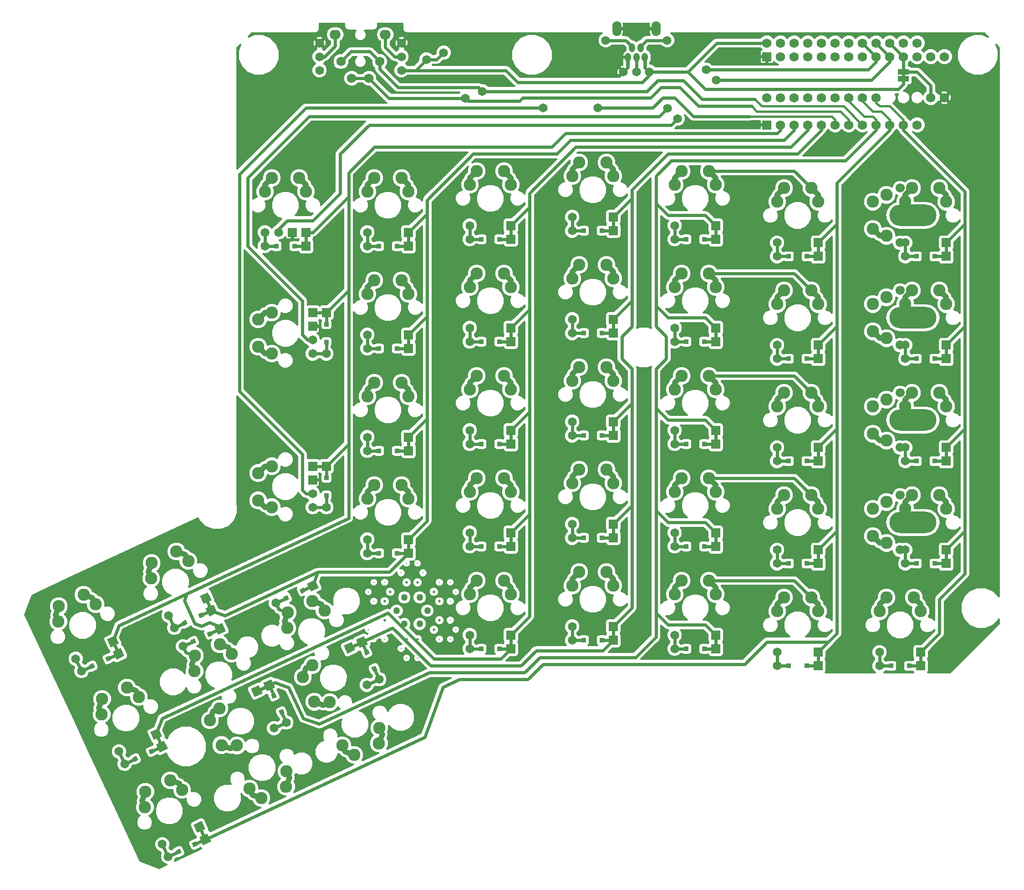
<source format=gtl>
G04 #@! TF.FileFunction,Copper,L1,Top,Signal*
%FSLAX46Y46*%
G04 Gerber Fmt 4.6, Leading zero omitted, Abs format (unit mm)*
G04 Created by KiCad (PCBNEW (2016-11-25 revision 30df041)-makepkg) date 12/05/16 22:00:37*
%MOMM*%
%LPD*%
G01*
G04 APERTURE LIST*
%ADD10C,0.150000*%
%ADD11C,0.609600*%
%ADD12C,1.270000*%
%ADD13C,0.508000*%
%ADD14C,0.304800*%
%ADD15C,0.203200*%
%ADD16C,0.800000*%
%ADD17C,1.752600*%
%ADD18R,1.752600X1.752600*%
%ADD19C,1.651000*%
%ADD20C,0.838200*%
%ADD21R,1.651000X1.651000*%
%ADD22O,1.143000X1.651000*%
%ADD23O,1.701800X2.794000*%
%ADD24C,2.286000*%
%ADD25R,2.032000X1.016000*%
%ADD26O,2.057400X1.752600*%
%ADD27C,2.283460*%
%ADD28R,0.838200X0.838200*%
%ADD29C,2.280920*%
%ADD30O,8.750300X3.987800*%
%ADD31C,1.701800*%
%ADD32C,0.406400*%
%ADD33C,1.016000*%
%ADD34C,0.304800*%
G04 APERTURE END LIST*
D10*
D11*
X53341367Y-147187736D02*
X55286576Y-146280670D01*
X58302224Y-144874450D02*
X60247433Y-143967384D01*
X70605747Y-139135936D02*
X72550956Y-138228870D01*
X75566604Y-136822650D02*
X77511813Y-135915584D01*
X135229600Y-40259000D02*
X135991600Y-39497000D01*
X135991600Y-39497000D02*
X135991600Y-37973000D01*
X140055600Y-40259000D02*
X139293600Y-39624000D01*
X139293600Y-39624000D02*
X139293600Y-37973000D01*
X137642600Y-37973000D02*
X137642600Y-40259000D01*
X136753600Y-35433000D02*
X135610600Y-34417000D01*
X135610600Y-34417000D02*
X131927600Y-34417000D01*
X138531600Y-35433000D02*
X139547600Y-34417000D01*
X139547600Y-34417000D02*
X143357600Y-34417000D01*
X187642500Y-93672660D02*
X189788800Y-93672660D01*
X193116200Y-93672660D02*
X195262500Y-93672660D01*
X187642500Y-131772660D02*
X189788800Y-131772660D01*
X193116200Y-131772660D02*
X195262500Y-131772660D01*
X187642500Y-74625200D02*
X189788800Y-74625200D01*
X193116200Y-74625200D02*
X195262500Y-74625200D01*
X187642500Y-112722660D02*
X189788800Y-112722660D01*
X193116200Y-112722660D02*
X195262500Y-112722660D01*
X87630000Y-72720200D02*
X89776300Y-72720200D01*
X93103700Y-72720200D02*
X95250000Y-72720200D01*
X144780000Y-90497660D02*
X146926300Y-90497660D01*
X150253700Y-90497660D02*
X152400000Y-90497660D01*
X72554721Y-161349962D02*
X71647655Y-159404753D01*
X70241435Y-156389105D02*
X69334370Y-154443896D01*
X89819101Y-153298162D02*
X88912035Y-151352953D01*
X87505815Y-148337305D02*
X86598750Y-146392096D01*
X106680000Y-147647660D02*
X108826300Y-147647660D01*
X112153700Y-147647660D02*
X114300000Y-147647660D01*
X125730000Y-146050000D02*
X127876300Y-146050000D01*
X131203700Y-146050000D02*
X133350000Y-146050000D01*
X163830000Y-150822660D02*
X165976300Y-150822660D01*
X169303700Y-150822660D02*
X171450000Y-150822660D01*
X87630000Y-129867660D02*
X89776300Y-129867660D01*
X93103700Y-129867660D02*
X95250000Y-129867660D01*
X106680000Y-128597660D02*
X108826300Y-128597660D01*
X112153700Y-128597660D02*
X114300000Y-128597660D01*
X125730000Y-127000000D02*
X127876300Y-127000000D01*
X131203700Y-127000000D02*
X133350000Y-127000000D01*
X144780000Y-128597660D02*
X146926300Y-128597660D01*
X150253700Y-128597660D02*
X152400000Y-128597660D01*
X163830000Y-131772660D02*
X165976300Y-131772660D01*
X169303700Y-131772660D02*
X171450000Y-131772660D01*
X87630000Y-110817660D02*
X89776300Y-110817660D01*
X93103700Y-110817660D02*
X95250000Y-110817660D01*
X106680000Y-109547660D02*
X108826300Y-109547660D01*
X112153700Y-109547660D02*
X114300000Y-109547660D01*
X125730000Y-107950000D02*
X127876300Y-107950000D01*
X131203700Y-107950000D02*
X133350000Y-107950000D01*
X144780000Y-109547660D02*
X146926300Y-109547660D01*
X150253700Y-109547660D02*
X152400000Y-109547660D01*
X106680000Y-90497660D02*
X108826300Y-90497660D01*
X112153700Y-90497660D02*
X114300000Y-90497660D01*
X125730000Y-88900000D02*
X127876300Y-88900000D01*
X131203700Y-88900000D02*
X133350000Y-88900000D01*
X163830000Y-93672660D02*
X165976300Y-93672660D01*
X169303700Y-93672660D02*
X171450000Y-93672660D01*
X144780000Y-147647660D02*
X146926300Y-147647660D01*
X150253700Y-147647660D02*
X152400000Y-147647660D01*
X106680000Y-71447660D02*
X108826300Y-71447660D01*
X112153700Y-71447660D02*
X114300000Y-71447660D01*
X125730000Y-69850000D02*
X127876300Y-69850000D01*
X131203700Y-69850000D02*
X133350000Y-69850000D01*
X144780000Y-71447660D02*
X146926300Y-71447660D01*
X150253700Y-71447660D02*
X152400000Y-71447660D01*
X163830000Y-74625200D02*
X165976300Y-74625200D01*
X169303700Y-74625200D02*
X171450000Y-74625200D01*
X51730638Y-143735681D02*
X53675847Y-142828615D01*
X56691495Y-141422395D02*
X58636704Y-140515330D01*
X34466258Y-151784941D02*
X36411467Y-150877875D01*
X39427115Y-149471655D02*
X41372324Y-148564590D01*
X50567318Y-186316241D02*
X52512527Y-185409175D01*
X55528175Y-184002955D02*
X57473384Y-183095890D01*
X42515518Y-169049321D02*
X44460727Y-168142255D01*
X47476375Y-166736035D02*
X49421584Y-165828970D01*
X87630000Y-91767660D02*
X89776300Y-91767660D01*
X93103700Y-91767660D02*
X95250000Y-91767660D01*
X182880000Y-150822660D02*
X185026300Y-150822660D01*
X188353700Y-150822660D02*
X190500000Y-150822660D01*
X80010000Y-121295160D02*
X80010000Y-119148860D01*
X80010000Y-115821460D02*
X80010000Y-113675160D01*
X80010000Y-92720160D02*
X80010000Y-90573860D01*
X80010000Y-87246460D02*
X80010000Y-85100160D01*
X68580000Y-72720200D02*
X70726300Y-72720200D01*
X74053700Y-72720200D02*
X76200000Y-72720200D01*
X163830000Y-112722660D02*
X165976300Y-112722660D01*
X169303700Y-112722660D02*
X171450000Y-112722660D01*
D12*
X98777300Y-140557500D03*
X97354900Y-143018760D03*
X94512640Y-143018760D03*
X93087700Y-140557500D03*
X94510100Y-138096240D03*
X97352360Y-138096240D03*
D13*
X101012500Y-142315180D03*
X96948500Y-145835620D03*
X91871040Y-144075400D03*
X90852500Y-138799820D03*
X94916500Y-135279380D03*
X99993960Y-137039600D03*
X99996500Y-144075400D03*
X94919040Y-145835620D03*
X90852500Y-142315180D03*
X91868500Y-137039600D03*
X96945960Y-135279380D03*
X101009960Y-138799820D03*
D14*
X103044500Y-142315180D03*
X97964500Y-147595840D03*
X90855040Y-145835620D03*
X88820500Y-138799820D03*
X93900500Y-133519160D03*
X101009960Y-135279380D03*
X101012500Y-145835620D03*
X93903040Y-147595840D03*
X88820500Y-142315180D03*
X90852500Y-135279380D03*
X97961960Y-133519160D03*
X103041960Y-138799820D03*
D15*
X104060500Y-144075400D03*
X96948500Y-149356060D03*
X88823040Y-145835620D03*
X87804500Y-137039600D03*
X94916500Y-131758940D03*
X103041960Y-135279380D03*
X103044500Y-145835620D03*
X94919040Y-149356060D03*
X87804500Y-144075400D03*
X88820500Y-135279380D03*
X96945960Y-131758940D03*
X104060500Y-137039600D03*
D16*
X100190000Y-58530000D03*
X177240000Y-132590000D03*
X157790000Y-132510000D03*
X138670000Y-134080000D03*
X119940000Y-134000000D03*
X59870000Y-171840000D03*
X101490000Y-129460000D03*
X155300000Y-37140000D03*
X174460000Y-54430000D03*
X78130000Y-55020000D03*
X138750000Y-64400000D03*
D17*
X164465000Y-37465000D03*
X167005000Y-37465000D03*
X169545000Y-37465000D03*
X172085000Y-37465000D03*
X174625000Y-37465000D03*
X177165000Y-37465000D03*
X179705000Y-37465000D03*
X182245000Y-37465000D03*
X184785000Y-37465000D03*
X187325000Y-37465000D03*
X189865000Y-37465000D03*
X192405000Y-37465000D03*
X194945000Y-37465000D03*
D18*
X161925000Y-37465000D03*
D17*
X194945000Y-45085000D03*
X192405000Y-45085000D03*
X182245000Y-45085000D03*
X179705000Y-45085000D03*
X177165000Y-45085000D03*
X174625000Y-45085000D03*
X172085000Y-45085000D03*
X169545000Y-45085000D03*
X167005000Y-45085000D03*
X164465000Y-45085000D03*
X161925000Y-45085000D03*
D19*
X53341367Y-147187736D03*
D20*
X55286576Y-146280670D03*
D10*
G36*
X55083862Y-146837623D02*
X54729623Y-146077956D01*
X55489290Y-145723717D01*
X55843529Y-146483384D01*
X55083862Y-146837623D01*
X55083862Y-146837623D01*
G37*
D19*
X60247433Y-143967384D03*
D10*
G36*
X59848147Y-145064412D02*
X59150405Y-143568098D01*
X60646719Y-142870356D01*
X61344461Y-144366670D01*
X59848147Y-145064412D01*
X59848147Y-145064412D01*
G37*
D20*
X58302224Y-144874450D03*
D10*
G36*
X58099510Y-145431403D02*
X57745271Y-144671736D01*
X58504938Y-144317497D01*
X58859177Y-145077164D01*
X58099510Y-145431403D01*
X58099510Y-145431403D01*
G37*
D19*
X70605747Y-139135936D03*
D20*
X72550956Y-138228870D03*
D10*
G36*
X72348242Y-138785823D02*
X71994003Y-138026156D01*
X72753670Y-137671917D01*
X73107909Y-138431584D01*
X72348242Y-138785823D01*
X72348242Y-138785823D01*
G37*
D19*
X77511813Y-135915584D03*
D10*
G36*
X77112527Y-137012612D02*
X76414785Y-135516298D01*
X77911099Y-134818556D01*
X78608841Y-136314870D01*
X77112527Y-137012612D01*
X77112527Y-137012612D01*
G37*
D20*
X75566604Y-136822650D03*
D10*
G36*
X75363890Y-137379603D02*
X75009651Y-136619936D01*
X75769318Y-136265697D01*
X76123557Y-137025364D01*
X75363890Y-137379603D01*
X75363890Y-137379603D01*
G37*
D19*
X77470000Y-118755160D03*
D21*
X77470000Y-116215160D03*
D19*
X77470000Y-90180160D03*
D21*
X77470000Y-87640160D03*
D19*
X71120000Y-70180200D03*
D21*
X73660000Y-70180200D03*
D22*
X139242800Y-37553900D03*
X138442700Y-35806380D03*
X137642600Y-37553900D03*
X136842500Y-35806380D03*
X136042400Y-37553900D03*
D23*
X133995160Y-32230060D03*
X141290040Y-32230060D03*
D19*
X140055600Y-40259000D03*
X143357600Y-34417000D03*
X137642600Y-40259000D03*
X131927600Y-34417000D03*
X135229600Y-40259000D03*
D24*
X77434621Y-138754526D03*
X72753017Y-143740174D03*
X79659082Y-140519823D03*
X72830577Y-140901427D03*
X60170241Y-146806326D03*
X55488637Y-151791974D03*
X62394702Y-148571623D03*
X55566197Y-148953227D03*
X85176179Y-167376434D03*
X89857783Y-162390786D03*
X82951718Y-165611137D03*
X89780223Y-165229533D03*
X67909259Y-175425694D03*
X72590863Y-170440046D03*
X65684798Y-173660397D03*
X72513303Y-173278793D03*
D19*
X152499602Y-41810398D03*
X145315398Y-48994602D03*
X150594602Y-39905398D03*
X143410398Y-47089602D03*
X130492500Y-46990000D03*
X120332500Y-46990000D03*
X101817898Y-36730398D03*
X109002102Y-43914602D03*
X98642898Y-38000398D03*
X105827102Y-45184602D03*
X78740000Y-40005000D03*
X78740000Y-37465000D03*
X78740000Y-34925000D03*
X93980000Y-40005000D03*
X93980000Y-37465000D03*
X93980000Y-34925000D03*
D18*
X161925000Y-50165000D03*
D17*
X164465000Y-50165000D03*
X167005000Y-50165000D03*
X169545000Y-50165000D03*
X172085000Y-50165000D03*
X174625000Y-50165000D03*
X177165000Y-50165000D03*
X179705000Y-50165000D03*
X182245000Y-50165000D03*
X184785000Y-50165000D03*
X187325000Y-50165000D03*
X189865000Y-50165000D03*
X189865000Y-34925000D03*
X187325000Y-34925000D03*
X184785000Y-34925000D03*
X182245000Y-34925000D03*
X179705000Y-34925000D03*
X177165000Y-34925000D03*
X174625000Y-34925000D03*
X167005000Y-34925000D03*
X164465000Y-34925000D03*
X161925000Y-34925000D03*
X172085000Y-34925000D03*
X169545000Y-34925000D03*
D25*
X187325000Y-40322500D03*
X187325000Y-41592500D03*
D26*
X90957400Y-33375600D03*
D17*
X82702400Y-38379400D03*
X87909400Y-41478200D03*
D26*
X81661000Y-33375600D03*
D17*
X84709000Y-41478200D03*
X89916000Y-38379400D03*
D24*
X193992500Y-80972660D03*
X187642500Y-83512660D03*
D27*
X195262500Y-83512660D03*
D24*
X188912500Y-80972660D03*
D19*
X187642500Y-91132660D03*
D21*
X195262500Y-91132660D03*
D19*
X187642500Y-93672660D03*
D21*
X195262500Y-93672660D03*
D28*
X189788800Y-93672660D03*
X193116200Y-93672660D03*
D29*
X181610000Y-83512660D03*
X184150000Y-82242660D03*
X184150000Y-89862660D03*
X181610000Y-88592660D03*
D30*
X189069980Y-86052660D03*
D31*
X186690000Y-91132660D03*
X186690000Y-80972660D03*
D24*
X193992500Y-119072660D03*
X187642500Y-121612660D03*
D27*
X195262500Y-121612660D03*
D24*
X188912500Y-119072660D03*
D19*
X187642500Y-129232660D03*
D21*
X195262500Y-129232660D03*
D19*
X187642500Y-131772660D03*
D21*
X195262500Y-131772660D03*
D28*
X189788800Y-131772660D03*
X193116200Y-131772660D03*
D29*
X181610000Y-121612660D03*
X184150000Y-120342660D03*
X184150000Y-127962660D03*
X181610000Y-126692660D03*
D30*
X189069980Y-124152660D03*
D31*
X186690000Y-129232660D03*
X186690000Y-119072660D03*
D24*
X193992500Y-61925200D03*
X187642500Y-64465200D03*
D27*
X195262500Y-64465200D03*
D24*
X188912500Y-61925200D03*
D19*
X187642500Y-72085200D03*
D21*
X195262500Y-72085200D03*
D19*
X187642500Y-74625200D03*
D21*
X195262500Y-74625200D03*
D28*
X189788800Y-74625200D03*
X193116200Y-74625200D03*
D29*
X181610000Y-64465200D03*
X184150000Y-63195200D03*
X184150000Y-70815200D03*
X181610000Y-69545200D03*
D30*
X189069980Y-67005200D03*
D31*
X186690000Y-72085200D03*
X186690000Y-61925200D03*
D24*
X193992500Y-100022660D03*
X187642500Y-102562660D03*
D27*
X195262500Y-102562660D03*
D24*
X188912500Y-100022660D03*
D19*
X187642500Y-110182660D03*
D21*
X195262500Y-110182660D03*
D19*
X187642500Y-112722660D03*
D21*
X195262500Y-112722660D03*
D28*
X189788800Y-112722660D03*
X193116200Y-112722660D03*
D29*
X181610000Y-102562660D03*
X184150000Y-101292660D03*
X184150000Y-108912660D03*
X181610000Y-107642660D03*
D30*
X189069980Y-105102660D03*
D31*
X186690000Y-110182660D03*
X186690000Y-100022660D03*
D24*
X93980000Y-60020200D03*
X87630000Y-62560200D03*
X95250000Y-62560200D03*
X88900000Y-60020200D03*
D19*
X87630000Y-70180200D03*
D21*
X95250000Y-70180200D03*
D19*
X87630000Y-72720200D03*
D21*
X95250000Y-72720200D03*
D28*
X89776300Y-72720200D03*
X93103700Y-72720200D03*
D24*
X151130000Y-77797660D03*
X144780000Y-80337660D03*
X152400000Y-80337660D03*
X146050000Y-77797660D03*
D19*
X144780000Y-87957660D03*
D21*
X152400000Y-87957660D03*
D19*
X144780000Y-90497660D03*
D21*
X152400000Y-90497660D03*
D28*
X146926300Y-90497660D03*
X150253700Y-90497660D03*
D24*
X58360986Y-160962159D03*
X63346634Y-165643763D03*
X60126283Y-158737698D03*
X60507887Y-165566203D03*
D19*
X70252699Y-162423412D03*
X67032348Y-155517347D03*
D10*
G36*
X68129376Y-155916633D02*
X66633062Y-156614375D01*
X65935320Y-155118061D01*
X67431634Y-154420319D01*
X68129376Y-155916633D01*
X68129376Y-155916633D01*
G37*
D19*
X72554721Y-161349962D03*
X69334370Y-154443896D03*
D10*
G36*
X70431398Y-154843182D02*
X68935084Y-155540924D01*
X68237342Y-154044610D01*
X69733656Y-153346868D01*
X70431398Y-154843182D01*
X70431398Y-154843182D01*
G37*
D20*
X71647655Y-159404753D03*
D10*
G36*
X72204608Y-159607467D02*
X71444941Y-159961706D01*
X71090702Y-159202039D01*
X71850369Y-158847800D01*
X72204608Y-159607467D01*
X72204608Y-159607467D01*
G37*
D20*
X70241435Y-156389105D03*
D10*
G36*
X70798388Y-156591819D02*
X70038721Y-156946058D01*
X69684482Y-156186391D01*
X70444149Y-155832152D01*
X70798388Y-156591819D01*
X70798388Y-156591819D01*
G37*
D24*
X75625366Y-152910359D03*
X80611014Y-157591963D03*
X77390663Y-150685898D03*
X77772267Y-157514403D03*
D19*
X87517079Y-154371612D03*
X84296728Y-147465547D03*
D10*
G36*
X85393756Y-147864833D02*
X83897442Y-148562575D01*
X83199700Y-147066261D01*
X84696014Y-146368519D01*
X85393756Y-147864833D01*
X85393756Y-147864833D01*
G37*
D19*
X89819101Y-153298162D03*
X86598750Y-146392096D03*
D10*
G36*
X87695778Y-146791382D02*
X86199464Y-147489124D01*
X85501722Y-145992810D01*
X86998036Y-145295068D01*
X87695778Y-146791382D01*
X87695778Y-146791382D01*
G37*
D20*
X88912035Y-151352953D03*
D10*
G36*
X89468988Y-151555667D02*
X88709321Y-151909906D01*
X88355082Y-151150239D01*
X89114749Y-150796000D01*
X89468988Y-151555667D01*
X89468988Y-151555667D01*
G37*
D20*
X87505815Y-148337305D03*
D10*
G36*
X88062768Y-148540019D02*
X87303101Y-148894258D01*
X86948862Y-148134591D01*
X87708529Y-147780352D01*
X88062768Y-148540019D01*
X88062768Y-148540019D01*
G37*
D24*
X113030000Y-134947660D03*
X106680000Y-137487660D03*
X114300000Y-137487660D03*
X107950000Y-134947660D03*
D19*
X106680000Y-145107660D03*
D21*
X114300000Y-145107660D03*
D19*
X106680000Y-147647660D03*
D21*
X114300000Y-147647660D03*
D28*
X108826300Y-147647660D03*
X112153700Y-147647660D03*
D24*
X132080000Y-133350000D03*
X125730000Y-135890000D03*
X133350000Y-135890000D03*
X127000000Y-133350000D03*
D19*
X125730000Y-143510000D03*
D21*
X133350000Y-143510000D03*
D19*
X125730000Y-146050000D03*
D21*
X133350000Y-146050000D03*
D28*
X127876300Y-146050000D03*
X131203700Y-146050000D03*
D24*
X170180000Y-138122660D03*
X163830000Y-140662660D03*
X171450000Y-140662660D03*
X165100000Y-138122660D03*
D19*
X163830000Y-148282660D03*
D21*
X171450000Y-148282660D03*
D19*
X163830000Y-150822660D03*
D21*
X171450000Y-150822660D03*
D28*
X165976300Y-150822660D03*
X169303700Y-150822660D03*
D24*
X93980000Y-117167660D03*
X87630000Y-119707660D03*
X95250000Y-119707660D03*
X88900000Y-117167660D03*
D19*
X87630000Y-127327660D03*
D21*
X95250000Y-127327660D03*
D19*
X87630000Y-129867660D03*
D21*
X95250000Y-129867660D03*
D28*
X89776300Y-129867660D03*
X93103700Y-129867660D03*
D24*
X113030000Y-115897660D03*
X106680000Y-118437660D03*
X114300000Y-118437660D03*
X107950000Y-115897660D03*
D19*
X106680000Y-126057660D03*
D21*
X114300000Y-126057660D03*
D19*
X106680000Y-128597660D03*
D21*
X114300000Y-128597660D03*
D28*
X108826300Y-128597660D03*
X112153700Y-128597660D03*
D24*
X132080000Y-114300000D03*
X125730000Y-116840000D03*
X133350000Y-116840000D03*
X127000000Y-114300000D03*
D19*
X125730000Y-124460000D03*
D21*
X133350000Y-124460000D03*
D19*
X125730000Y-127000000D03*
D21*
X133350000Y-127000000D03*
D28*
X127876300Y-127000000D03*
X131203700Y-127000000D03*
D24*
X151130000Y-115897660D03*
X144780000Y-118437660D03*
X152400000Y-118437660D03*
X146050000Y-115897660D03*
D19*
X144780000Y-126057660D03*
D21*
X152400000Y-126057660D03*
D19*
X144780000Y-128597660D03*
D21*
X152400000Y-128597660D03*
D28*
X146926300Y-128597660D03*
X150253700Y-128597660D03*
D24*
X170180000Y-119072660D03*
X163830000Y-121612660D03*
X171450000Y-121612660D03*
X165100000Y-119072660D03*
D19*
X163830000Y-129232660D03*
D21*
X171450000Y-129232660D03*
D19*
X163830000Y-131772660D03*
D21*
X171450000Y-131772660D03*
D28*
X165976300Y-131772660D03*
X169303700Y-131772660D03*
D24*
X93980000Y-98117660D03*
X87630000Y-100657660D03*
X95250000Y-100657660D03*
X88900000Y-98117660D03*
D19*
X87630000Y-108277660D03*
D21*
X95250000Y-108277660D03*
D19*
X87630000Y-110817660D03*
D21*
X95250000Y-110817660D03*
D28*
X89776300Y-110817660D03*
X93103700Y-110817660D03*
D24*
X113030000Y-96847660D03*
X106680000Y-99387660D03*
X114300000Y-99387660D03*
X107950000Y-96847660D03*
D19*
X106680000Y-107007660D03*
D21*
X114300000Y-107007660D03*
D19*
X106680000Y-109547660D03*
D21*
X114300000Y-109547660D03*
D28*
X108826300Y-109547660D03*
X112153700Y-109547660D03*
D24*
X132080000Y-95250000D03*
X125730000Y-97790000D03*
X133350000Y-97790000D03*
X127000000Y-95250000D03*
D19*
X125730000Y-105410000D03*
D21*
X133350000Y-105410000D03*
D19*
X125730000Y-107950000D03*
D21*
X133350000Y-107950000D03*
D28*
X127876300Y-107950000D03*
X131203700Y-107950000D03*
D24*
X151130000Y-96847660D03*
X144780000Y-99387660D03*
X152400000Y-99387660D03*
X146050000Y-96847660D03*
D19*
X144780000Y-107007660D03*
D21*
X152400000Y-107007660D03*
D19*
X144780000Y-109547660D03*
D21*
X152400000Y-109547660D03*
D28*
X146926300Y-109547660D03*
X150253700Y-109547660D03*
D24*
X113030000Y-77797660D03*
X106680000Y-80337660D03*
X114300000Y-80337660D03*
X107950000Y-77797660D03*
D19*
X106680000Y-87957660D03*
D21*
X114300000Y-87957660D03*
D19*
X106680000Y-90497660D03*
D21*
X114300000Y-90497660D03*
D28*
X108826300Y-90497660D03*
X112153700Y-90497660D03*
D24*
X132080000Y-76200000D03*
X125730000Y-78740000D03*
X133350000Y-78740000D03*
X127000000Y-76200000D03*
D19*
X125730000Y-86360000D03*
D21*
X133350000Y-86360000D03*
D19*
X125730000Y-88900000D03*
D21*
X133350000Y-88900000D03*
D28*
X127876300Y-88900000D03*
X131203700Y-88900000D03*
D24*
X170180000Y-80972660D03*
X163830000Y-83512660D03*
X171450000Y-83512660D03*
X165100000Y-80972660D03*
D19*
X163830000Y-91132660D03*
D21*
X171450000Y-91132660D03*
D19*
X163830000Y-93672660D03*
D21*
X171450000Y-93672660D03*
D28*
X165976300Y-93672660D03*
X169303700Y-93672660D03*
D24*
X151130000Y-134947660D03*
X144780000Y-137487660D03*
X152400000Y-137487660D03*
X146050000Y-134947660D03*
D19*
X144780000Y-145107660D03*
D21*
X152400000Y-145107660D03*
D19*
X144780000Y-147647660D03*
D21*
X152400000Y-147647660D03*
D28*
X146926300Y-147647660D03*
X150253700Y-147647660D03*
D24*
X113030000Y-58747660D03*
X106680000Y-61287660D03*
X114300000Y-61287660D03*
X107950000Y-58747660D03*
D19*
X106680000Y-68907660D03*
D21*
X114300000Y-68907660D03*
D19*
X106680000Y-71447660D03*
D21*
X114300000Y-71447660D03*
D28*
X108826300Y-71447660D03*
X112153700Y-71447660D03*
D24*
X132080000Y-57150000D03*
X125730000Y-59690000D03*
X133350000Y-59690000D03*
X127000000Y-57150000D03*
D19*
X125730000Y-67310000D03*
D21*
X133350000Y-67310000D03*
D19*
X125730000Y-69850000D03*
D21*
X133350000Y-69850000D03*
D28*
X127876300Y-69850000D03*
X131203700Y-69850000D03*
D24*
X151130000Y-58747660D03*
X144780000Y-61287660D03*
X152400000Y-61287660D03*
X146050000Y-58747660D03*
D19*
X144780000Y-68907660D03*
D21*
X152400000Y-68907660D03*
D19*
X144780000Y-71447660D03*
D21*
X152400000Y-71447660D03*
D28*
X146926300Y-71447660D03*
X150253700Y-71447660D03*
D24*
X170180000Y-61925200D03*
X163830000Y-64465200D03*
X171450000Y-64465200D03*
X165100000Y-61925200D03*
D19*
X163830000Y-72085200D03*
D21*
X171450000Y-72085200D03*
D19*
X163830000Y-74625200D03*
D21*
X171450000Y-74625200D03*
D28*
X165976300Y-74625200D03*
X169303700Y-74625200D03*
D24*
X52118441Y-129541946D03*
X47436837Y-134527594D03*
X54342902Y-131307243D03*
X47514397Y-131688847D03*
D19*
X50657188Y-141433659D03*
X57563253Y-138213308D03*
D10*
G36*
X57163967Y-139310336D02*
X56466225Y-137814022D01*
X57962539Y-137116280D01*
X58660281Y-138612594D01*
X57163967Y-139310336D01*
X57163967Y-139310336D01*
G37*
D19*
X51730638Y-143735681D03*
X58636704Y-140515330D03*
D10*
G36*
X58237418Y-141612358D02*
X57539676Y-140116044D01*
X59035990Y-139418302D01*
X59733732Y-140914616D01*
X58237418Y-141612358D01*
X58237418Y-141612358D01*
G37*
D20*
X53675847Y-142828615D03*
D10*
G36*
X53473133Y-143385568D02*
X53118894Y-142625901D01*
X53878561Y-142271662D01*
X54232800Y-143031329D01*
X53473133Y-143385568D01*
X53473133Y-143385568D01*
G37*
D20*
X56691495Y-141422395D03*
D10*
G36*
X56488781Y-141979348D02*
X56134542Y-141219681D01*
X56894209Y-140865442D01*
X57248448Y-141625109D01*
X56488781Y-141979348D01*
X56488781Y-141979348D01*
G37*
D24*
X34854061Y-137591206D03*
X30172457Y-142576854D03*
X37078522Y-139356503D03*
X30250017Y-139738107D03*
D19*
X33392808Y-149482919D03*
X40298873Y-146262568D03*
D10*
G36*
X39899587Y-147359596D02*
X39201845Y-145863282D01*
X40698159Y-145165540D01*
X41395901Y-146661854D01*
X39899587Y-147359596D01*
X39899587Y-147359596D01*
G37*
D19*
X34466258Y-151784941D03*
X41372324Y-148564590D03*
D10*
G36*
X40973038Y-149661618D02*
X40275296Y-148165304D01*
X41771610Y-147467562D01*
X42469352Y-148963876D01*
X40973038Y-149661618D01*
X40973038Y-149661618D01*
G37*
D20*
X36411467Y-150877875D03*
D10*
G36*
X36208753Y-151434828D02*
X35854514Y-150675161D01*
X36614181Y-150320922D01*
X36968420Y-151080589D01*
X36208753Y-151434828D01*
X36208753Y-151434828D01*
G37*
D20*
X39427115Y-149471655D03*
D10*
G36*
X39224401Y-150028608D02*
X38870162Y-149268941D01*
X39629829Y-148914702D01*
X39984068Y-149674369D01*
X39224401Y-150028608D01*
X39224401Y-150028608D01*
G37*
D24*
X50955121Y-172122506D03*
X46273517Y-177108154D03*
X53179582Y-173887803D03*
X46351077Y-174269407D03*
D19*
X49493868Y-184014219D03*
X56399933Y-180793868D03*
D10*
G36*
X56000647Y-181890896D02*
X55302905Y-180394582D01*
X56799219Y-179696840D01*
X57496961Y-181193154D01*
X56000647Y-181890896D01*
X56000647Y-181890896D01*
G37*
D19*
X50567318Y-186316241D03*
X57473384Y-183095890D03*
D10*
G36*
X57074098Y-184192918D02*
X56376356Y-182696604D01*
X57872670Y-181998862D01*
X58570412Y-183495176D01*
X57074098Y-184192918D01*
X57074098Y-184192918D01*
G37*
D20*
X52512527Y-185409175D03*
D10*
G36*
X52309813Y-185966128D02*
X51955574Y-185206461D01*
X52715241Y-184852222D01*
X53069480Y-185611889D01*
X52309813Y-185966128D01*
X52309813Y-185966128D01*
G37*
D20*
X55528175Y-184002955D03*
D10*
G36*
X55325461Y-184559908D02*
X54971222Y-183800241D01*
X55730889Y-183446002D01*
X56085128Y-184205669D01*
X55325461Y-184559908D01*
X55325461Y-184559908D01*
G37*
D24*
X42903321Y-154855586D03*
X38221717Y-159841234D03*
X45127782Y-156620883D03*
X38299277Y-157002487D03*
D19*
X41442068Y-166747299D03*
X48348133Y-163526948D03*
D10*
G36*
X47948847Y-164623976D02*
X47251105Y-163127662D01*
X48747419Y-162429920D01*
X49445161Y-163926234D01*
X47948847Y-164623976D01*
X47948847Y-164623976D01*
G37*
D19*
X42515518Y-169049321D03*
X49421584Y-165828970D03*
D10*
G36*
X49022298Y-166925998D02*
X48324556Y-165429684D01*
X49820870Y-164731942D01*
X50518612Y-166228256D01*
X49022298Y-166925998D01*
X49022298Y-166925998D01*
G37*
D20*
X44460727Y-168142255D03*
D10*
G36*
X44258013Y-168699208D02*
X43903774Y-167939541D01*
X44663441Y-167585302D01*
X45017680Y-168344969D01*
X44258013Y-168699208D01*
X44258013Y-168699208D01*
G37*
D20*
X47476375Y-166736035D03*
D10*
G36*
X47273661Y-167292988D02*
X46919422Y-166533321D01*
X47679089Y-166179082D01*
X48033328Y-166938749D01*
X47273661Y-167292988D01*
X47273661Y-167292988D01*
G37*
D24*
X93980000Y-79067660D03*
X87630000Y-81607660D03*
X95250000Y-81607660D03*
X88900000Y-79067660D03*
D19*
X87630000Y-89227660D03*
D21*
X95250000Y-89227660D03*
D19*
X87630000Y-91767660D03*
D21*
X95250000Y-91767660D03*
D28*
X89776300Y-91767660D03*
X93103700Y-91767660D03*
D24*
X189230000Y-138122660D03*
X182880000Y-140662660D03*
X190500000Y-140662660D03*
X184150000Y-138122660D03*
D19*
X182880000Y-148282660D03*
D21*
X190500000Y-148282660D03*
D19*
X182880000Y-150822660D03*
D21*
X190500000Y-150822660D03*
D28*
X185026300Y-150822660D03*
X188353700Y-150822660D03*
D24*
X67310000Y-114945160D03*
X69850000Y-121295160D03*
X69850000Y-113675160D03*
X67310000Y-120025160D03*
D19*
X77470000Y-121295160D03*
D21*
X77470000Y-113675160D03*
D19*
X80010000Y-121295160D03*
D21*
X80010000Y-113675160D03*
D28*
X80010000Y-119148860D03*
X80010000Y-115821460D03*
D24*
X67310000Y-86370160D03*
X69850000Y-92720160D03*
X69850000Y-85100160D03*
X67310000Y-91450160D03*
D19*
X77470000Y-92720160D03*
D21*
X77470000Y-85100160D03*
D19*
X80010000Y-92720160D03*
D21*
X80010000Y-85100160D03*
D28*
X80010000Y-90573860D03*
X80010000Y-87246460D03*
D24*
X74930000Y-60020200D03*
X68580000Y-62560200D03*
X76200000Y-62560200D03*
X69850000Y-60020200D03*
D19*
X68580000Y-70180200D03*
D21*
X76200000Y-70180200D03*
D19*
X68580000Y-72720200D03*
D21*
X76200000Y-72720200D03*
D28*
X70726300Y-72720200D03*
X74053700Y-72720200D03*
D24*
X170180000Y-100022660D03*
X163830000Y-102562660D03*
X171450000Y-102562660D03*
X165100000Y-100022660D03*
D19*
X163830000Y-110182660D03*
D21*
X171450000Y-110182660D03*
D19*
X163830000Y-112722660D03*
D21*
X171450000Y-112722660D03*
D28*
X165976300Y-112722660D03*
X169303700Y-112722660D03*
D32*
X182245000Y-45085000D02*
X182245000Y-46037500D01*
D11*
X195262500Y-129232660D02*
X198755000Y-125740160D01*
X195262500Y-91132660D02*
X198755000Y-87640160D01*
X190500000Y-148282660D02*
X190500000Y-150822660D01*
X198755000Y-133664960D02*
X198755000Y-125740160D01*
D32*
X182245000Y-46037500D02*
X182880000Y-46672500D01*
X184785000Y-46672500D02*
X187325000Y-49212500D01*
D11*
X195262500Y-110182660D02*
X195262500Y-112722660D01*
X193992500Y-144790160D02*
X193992500Y-138427460D01*
X187325000Y-51117500D02*
X198755000Y-62547500D01*
X198755000Y-62547500D02*
X198755000Y-68592700D01*
X198755000Y-125740160D02*
X198755000Y-106690160D01*
X198755000Y-87640160D02*
X198755000Y-68592700D01*
X193992500Y-138427460D02*
X198755000Y-133664960D01*
X195262500Y-72085200D02*
X198755000Y-68592700D01*
X195262500Y-91132660D02*
X195262500Y-93672660D01*
D32*
X182880000Y-46672500D02*
X184785000Y-46672500D01*
D11*
X187325000Y-50165000D02*
X187325000Y-51117500D01*
X195262500Y-110182660D02*
X198755000Y-106690160D01*
D32*
X187325000Y-49212500D02*
X187325000Y-50165000D01*
D11*
X190500000Y-148282660D02*
X193992500Y-144790160D01*
X195262500Y-129232660D02*
X195262500Y-131772660D01*
X198755000Y-106690160D02*
X198755000Y-87640160D01*
X195262500Y-72085200D02*
X195262500Y-74625200D01*
X98333560Y-164043360D02*
X101711760Y-154759660D01*
X101711760Y-154759660D02*
X104729280Y-153352500D01*
X57472580Y-183095900D02*
X98333560Y-164043360D01*
X174942500Y-144790160D02*
X174942500Y-125740160D01*
X174942500Y-125740160D02*
X174942500Y-106690160D01*
X184785000Y-50165000D02*
X184785000Y-51117500D01*
X173360080Y-146372580D02*
X174942500Y-144790160D01*
X171450000Y-91132660D02*
X171450000Y-93672660D01*
D32*
X179705000Y-45720000D02*
X181610000Y-47625000D01*
X183197500Y-47625000D02*
X184785000Y-49212500D01*
D11*
X171450000Y-129232660D02*
X171450000Y-131772660D01*
X171450000Y-72085200D02*
X171450000Y-74625200D01*
X174942500Y-60960000D02*
X174942500Y-68580000D01*
X184785000Y-51117500D02*
X174942500Y-60960000D01*
X171450000Y-110182660D02*
X174942500Y-106690160D01*
X171450000Y-148282660D02*
X171450000Y-150822660D01*
X174942500Y-106690160D02*
X174942500Y-87640160D01*
X56400700Y-180794660D02*
X57472580Y-183095900D01*
D32*
X179705000Y-45085000D02*
X179705000Y-45720000D01*
D11*
X171450000Y-72085200D02*
X171450000Y-72072500D01*
X161919920Y-146372580D02*
X157797500Y-150495000D01*
X171450000Y-91132660D02*
X174942500Y-87640160D01*
X161919920Y-146372580D02*
X173360080Y-146372580D01*
X104729280Y-153352500D02*
X117475000Y-153352500D01*
X120332500Y-150495000D02*
X117475000Y-153352500D01*
X157797500Y-150495000D02*
X120332500Y-150495000D01*
D32*
X184785000Y-49212500D02*
X184785000Y-50165000D01*
D11*
X171450000Y-72072500D02*
X174942500Y-68580000D01*
X171450000Y-129232660D02*
X174942500Y-125740160D01*
D32*
X181610000Y-47625000D02*
X183197500Y-47625000D01*
D11*
X171450000Y-148282660D02*
X173360080Y-146372580D01*
X174942500Y-68580000D02*
X174942500Y-87640160D01*
X171450000Y-110182660D02*
X171450000Y-112722660D01*
X172085000Y-51117500D02*
X167640000Y-55562500D01*
X86601300Y-146392900D02*
X92301060Y-143736060D01*
X131445000Y-147955000D02*
X133350000Y-146050000D01*
X92301060Y-143736060D02*
X99377500Y-150812500D01*
X133350000Y-67310000D02*
X136842500Y-63817500D01*
X136842500Y-63817500D02*
X136842500Y-62230000D01*
X134937500Y-93662500D02*
X134937500Y-89535000D01*
X167640000Y-55562500D02*
X143510000Y-55562500D01*
X133350000Y-105410000D02*
X133350000Y-107950000D01*
X133350000Y-124460000D02*
X136842500Y-120967500D01*
X133350000Y-105410000D02*
X136842500Y-101917500D01*
X136842500Y-140017500D02*
X136842500Y-120967500D01*
X172085000Y-50165000D02*
X172085000Y-51117500D01*
X133350000Y-143510000D02*
X133350000Y-146050000D01*
X84297520Y-147464780D02*
X86601300Y-146392900D01*
X131445000Y-147955000D02*
X119062500Y-147955000D01*
X136842500Y-87630000D02*
X136842500Y-82867500D01*
X133350000Y-143510000D02*
X136842500Y-140017500D01*
X133350000Y-124460000D02*
X133350000Y-127000000D01*
X116205000Y-150812500D02*
X99377500Y-150812500D01*
X133350000Y-86360000D02*
X136842500Y-82867500D01*
X119062500Y-147955000D02*
X116205000Y-150812500D01*
X134937500Y-89535000D02*
X136842500Y-87630000D01*
X136842500Y-95567500D02*
X134937500Y-93662500D01*
X133350000Y-67310000D02*
X133350000Y-69850000D01*
X133350000Y-86360000D02*
X133350000Y-88900000D01*
X136842500Y-82867500D02*
X136842500Y-63817500D01*
X136842500Y-62230000D02*
X143510000Y-55562500D01*
X136842500Y-120967500D02*
X136842500Y-101917500D01*
X136842500Y-101917500D02*
X136842500Y-95567500D01*
X143510000Y-105092500D02*
X141287500Y-102870000D01*
X143510000Y-143192500D02*
X141287500Y-140970000D01*
X152400000Y-145107660D02*
X150484840Y-143192500D01*
X150484840Y-143192500D02*
X143510000Y-143192500D01*
X143192500Y-93662500D02*
X143192500Y-89535000D01*
X182245000Y-51117500D02*
X176530000Y-56832500D01*
X152400000Y-107007660D02*
X150484840Y-105092500D01*
X152400000Y-107007660D02*
X152400000Y-109547660D01*
X176530000Y-56832500D02*
X144145000Y-56832500D01*
D32*
X177165000Y-45720000D02*
X180022500Y-48577500D01*
X181610000Y-48577500D02*
X182245000Y-49212500D01*
D11*
X141287500Y-87630000D02*
X141287500Y-83820000D01*
X143510000Y-66992500D02*
X141287500Y-64770000D01*
X152400000Y-126057660D02*
X150484840Y-124142500D01*
X141287500Y-59690000D02*
X141287500Y-64770000D01*
X144145000Y-56832500D02*
X141287500Y-59690000D01*
D32*
X180022500Y-48577500D02*
X181610000Y-48577500D01*
D11*
X152400000Y-68907660D02*
X152400000Y-71447660D01*
X152400000Y-68907660D02*
X150484840Y-66992500D01*
X141287500Y-95567500D02*
X143192500Y-93662500D01*
X150484840Y-86042500D02*
X143510000Y-86042500D01*
X141287500Y-140970000D02*
X141287500Y-121920000D01*
X150484840Y-124142500D02*
X143510000Y-124142500D01*
X150484840Y-105092500D02*
X143510000Y-105092500D01*
X143510000Y-86042500D02*
X141287500Y-83820000D01*
X152400000Y-145107660D02*
X152400000Y-147647660D01*
X143510000Y-124142500D02*
X141287500Y-121920000D01*
X152400000Y-87957660D02*
X152400000Y-90497660D01*
X182245000Y-50165000D02*
X182245000Y-51117500D01*
D32*
X182245000Y-49212500D02*
X182245000Y-50165000D01*
D11*
X99192080Y-152082500D02*
X116840000Y-152082500D01*
X141287500Y-102870000D02*
X141287500Y-95567500D01*
X119697500Y-149225000D02*
X116840000Y-152082500D01*
X141287500Y-145415000D02*
X141287500Y-140970000D01*
X152400000Y-126057660D02*
X152400000Y-128597660D01*
X141287500Y-145415000D02*
X137477500Y-149225000D01*
X137477500Y-149225000D02*
X119697500Y-149225000D01*
X143192500Y-89535000D02*
X141287500Y-87630000D01*
X141287500Y-83820000D02*
X141287500Y-64770000D01*
X152400000Y-87957660D02*
X150484840Y-86042500D01*
D32*
X177165000Y-45085000D02*
X177165000Y-45720000D01*
D11*
X150484840Y-66992500D02*
X143510000Y-66992500D01*
X141287500Y-121920000D02*
X141287500Y-102870000D01*
X70487540Y-153906220D02*
X73017380Y-154828240D01*
X69334380Y-154442160D02*
X70487540Y-153906220D01*
X75702160Y-160583880D02*
X78656180Y-161658300D01*
X73017380Y-154828240D02*
X75702160Y-160583880D01*
X78656180Y-161658300D02*
X99192080Y-152082500D01*
X67033140Y-155516580D02*
X69334380Y-154442160D01*
X166370000Y-54292500D02*
X126365000Y-54292500D01*
X114300000Y-87957660D02*
X117792500Y-84465160D01*
X114300000Y-145107660D02*
X117792500Y-141615160D01*
X117792500Y-84465160D02*
X117792500Y-65415160D01*
X114300000Y-107007660D02*
X117792500Y-103515160D01*
X114300000Y-87957660D02*
X114300000Y-90497660D01*
X114300000Y-107007660D02*
X114300000Y-109547660D01*
X169545000Y-51117500D02*
X166370000Y-54292500D01*
X169545000Y-50165000D02*
X169545000Y-51117500D01*
X117792500Y-141615160D02*
X117792500Y-122565160D01*
X114300000Y-68907660D02*
X114300000Y-71447660D01*
X48348900Y-163527740D02*
X49423320Y-165831520D01*
X114300000Y-126057660D02*
X117792500Y-122565160D01*
X117792500Y-122565160D02*
X117792500Y-103515160D01*
X48348900Y-163527740D02*
X49423320Y-160576260D01*
X114300000Y-147647660D02*
X112405160Y-149542500D01*
X114300000Y-145107660D02*
X114300000Y-147647660D01*
X117792500Y-103515160D02*
X117792500Y-84465160D01*
X114300000Y-126057660D02*
X114300000Y-128597660D01*
X126365000Y-54292500D02*
X117792500Y-62865000D01*
X49423320Y-160576260D02*
X91450160Y-140980160D01*
X114300000Y-68907660D02*
X117792500Y-65415160D01*
X117792500Y-62865000D02*
X117792500Y-65415160D01*
X112405160Y-149542500D02*
X100012500Y-149542500D01*
X100012500Y-149542500D02*
X91450160Y-140980160D01*
X95250000Y-70180200D02*
X98742500Y-66687700D01*
X167005000Y-50165000D02*
X167005000Y-51117500D01*
X95250000Y-89227660D02*
X95250000Y-89217500D01*
X58635900Y-140515340D02*
X61168280Y-141437360D01*
X91732100Y-133385560D02*
X78432660Y-133385560D01*
X122872500Y-55562500D02*
X107315000Y-55562500D01*
X95250000Y-89227660D02*
X95250000Y-91767660D01*
X165100000Y-53022500D02*
X125412500Y-53022500D01*
X98742500Y-64135000D02*
X98742500Y-66687700D01*
X98742500Y-104785160D02*
X98742500Y-104775000D01*
X107315000Y-55562500D02*
X98742500Y-64135000D01*
X95250000Y-108277660D02*
X98742500Y-104785160D01*
X98742500Y-104775000D02*
X98742500Y-85725000D01*
X77513180Y-135917940D02*
X78432660Y-133385560D01*
X125412500Y-53022500D02*
X122872500Y-55562500D01*
X98742500Y-123835160D02*
X95250000Y-127327660D01*
X57564020Y-138211560D02*
X58635900Y-140515340D01*
X61168280Y-141437360D02*
X78432660Y-133385560D01*
X167005000Y-51117500D02*
X165100000Y-53022500D01*
X95250000Y-70180200D02*
X95250000Y-72720200D01*
X95250000Y-129867660D02*
X91732100Y-133385560D01*
X98742500Y-85725000D02*
X98742500Y-66687700D01*
X98742500Y-104785160D02*
X98742500Y-123835160D01*
X95250000Y-89217500D02*
X98742500Y-85725000D01*
X95250000Y-108277660D02*
X95250000Y-110817660D01*
X95250000Y-127327660D02*
X95250000Y-129867660D01*
X164465000Y-50165000D02*
X164465000Y-51117500D01*
X54033420Y-137406380D02*
X84137500Y-123367800D01*
X55585360Y-142989300D02*
X53573680Y-138671300D01*
X60246260Y-143967200D02*
X59979560Y-143393160D01*
X41374060Y-143309340D02*
X54033420Y-137406380D01*
X164465000Y-51117500D02*
X163830000Y-51752500D01*
X80010000Y-113675160D02*
X84137500Y-109547660D01*
X76200000Y-70180200D02*
X77457300Y-70180200D01*
X56852820Y-143449040D02*
X55585360Y-142989300D01*
X163830000Y-51752500D02*
X124460000Y-51752500D01*
X40297100Y-146263360D02*
X41371520Y-148564600D01*
X58290460Y-142778480D02*
X56852820Y-143449040D01*
X124460000Y-51752500D02*
X121920000Y-54292500D01*
X59979560Y-143393160D02*
X58290460Y-142778480D01*
X77470000Y-113675160D02*
X80010000Y-113675160D01*
X84137500Y-80972660D02*
X84137500Y-63500000D01*
X76200000Y-70180200D02*
X76200000Y-72720200D01*
X53573680Y-138671300D02*
X54033420Y-137406380D01*
X41374060Y-143309340D02*
X40297100Y-146263360D01*
X84137500Y-109537500D02*
X84137500Y-80972660D01*
X84137500Y-109547660D02*
X84137500Y-109537500D01*
X84137500Y-109537500D02*
X84137500Y-123367800D01*
X80010000Y-85100160D02*
X84137500Y-80972660D01*
X77470000Y-85100160D02*
X80010000Y-85100160D01*
X77457300Y-70180200D02*
X84137500Y-63500000D01*
X84137500Y-59055000D02*
X84137500Y-63500000D01*
X121920000Y-54292500D02*
X88900000Y-54292500D01*
X88900000Y-54292500D02*
X84137500Y-59055000D01*
X184785000Y-38417500D02*
X181391560Y-41810940D01*
X181391560Y-41810940D02*
X152499060Y-41810940D01*
X182245000Y-34925000D02*
X184785000Y-37465000D01*
X184785000Y-37465000D02*
X184785000Y-38417500D01*
X180756560Y-39905940D02*
X150594060Y-39905940D01*
X179705000Y-34925000D02*
X182245000Y-37465000D01*
X182245000Y-37465000D02*
X182245000Y-38417500D01*
X182245000Y-38417500D02*
X180756560Y-39905940D01*
D32*
X173990000Y-48577500D02*
X158750000Y-48577500D01*
D11*
X144780000Y-45085000D02*
X148272500Y-48577500D01*
X148272500Y-48577500D02*
X158750000Y-48577500D01*
D32*
X174625000Y-49212500D02*
X174625000Y-50165000D01*
D11*
X142554960Y-45085000D02*
X144780000Y-45085000D01*
D32*
X174625000Y-49212500D02*
X173990000Y-48577500D01*
D11*
X140649960Y-46990000D02*
X142554960Y-45085000D01*
X130492500Y-46990000D02*
X140649960Y-46990000D01*
D33*
X34853880Y-137591800D02*
X36540440Y-138206480D01*
X76240640Y-151223980D02*
X77393800Y-150685500D01*
X85176360Y-167375840D02*
X83487260Y-166761160D01*
X44592240Y-155470860D02*
X45128180Y-156621480D01*
X53807360Y-130154680D02*
X54343300Y-131307840D01*
X50954940Y-172123100D02*
X52644040Y-172737780D01*
X75628500Y-152910540D02*
X76240640Y-151223980D01*
X58976260Y-159273240D02*
X60126880Y-158737300D01*
X83487260Y-166761160D02*
X82951320Y-165610540D01*
X66222880Y-174812960D02*
X65684400Y-173662340D01*
X52644040Y-172737780D02*
X53179980Y-173888400D01*
X58361580Y-160962340D02*
X58976260Y-159273240D01*
X67909440Y-175427640D02*
X66222880Y-174812960D01*
X36540440Y-138206480D02*
X37078920Y-139357100D01*
X52118260Y-129542540D02*
X53807360Y-130154680D01*
X42903140Y-154856180D02*
X44592240Y-155470860D01*
X132080000Y-133350000D02*
X133350000Y-134620000D01*
X190500000Y-139392660D02*
X190500000Y-140662660D01*
X170180000Y-138122660D02*
X171450000Y-139392660D01*
X189230000Y-138122660D02*
X190500000Y-139392660D01*
D11*
X167005000Y-134947660D02*
X170180000Y-138122660D01*
D33*
X114300000Y-136217660D02*
X114300000Y-137487660D01*
X133350000Y-134620000D02*
X133350000Y-135890000D01*
X113030000Y-134947660D02*
X114300000Y-136217660D01*
X151130000Y-134947660D02*
X152400000Y-136217660D01*
D11*
X151130000Y-134947660D02*
X167005000Y-134947660D01*
D33*
X77434440Y-138755120D02*
X79123540Y-139369800D01*
X152400000Y-136217660D02*
X152400000Y-137487660D01*
X60170060Y-146806920D02*
X61856620Y-147421600D01*
X171450000Y-139392660D02*
X171450000Y-140662660D01*
X79123540Y-139369800D02*
X79659480Y-140520420D01*
X61856620Y-147421600D02*
X62395100Y-148572220D01*
X193992500Y-119072660D02*
X195262500Y-120342660D01*
X195262500Y-120342660D02*
X195262500Y-121612660D01*
X93980000Y-117167660D02*
X95250000Y-118437660D01*
X114300000Y-117167660D02*
X114300000Y-118437660D01*
D11*
X151130000Y-115897660D02*
X167005000Y-115897660D01*
D33*
X95250000Y-118437660D02*
X95250000Y-119707660D01*
X132080000Y-114300000D02*
X133350000Y-115570000D01*
X170180000Y-119072660D02*
X171450000Y-120342660D01*
X171450000Y-120342660D02*
X171450000Y-121612660D01*
X151130000Y-115897660D02*
X152400000Y-117167660D01*
X113030000Y-115897660D02*
X114300000Y-117167660D01*
X67310000Y-114945160D02*
X68580000Y-113675160D01*
X133350000Y-115570000D02*
X133350000Y-116840000D01*
X68580000Y-113675160D02*
X69850000Y-113675160D01*
D11*
X167005000Y-115897660D02*
X170180000Y-119072660D01*
D33*
X152400000Y-117167660D02*
X152400000Y-118437660D01*
X195262500Y-101292660D02*
X195262500Y-102562660D01*
X193992500Y-100022660D02*
X195262500Y-101292660D01*
X171450000Y-101292660D02*
X171450000Y-102562660D01*
X132080000Y-95250000D02*
X133350000Y-96520000D01*
X114300000Y-98117660D02*
X114300000Y-99387660D01*
X170180000Y-100022660D02*
X171450000Y-101292660D01*
D11*
X151130000Y-96847660D02*
X167005000Y-96847660D01*
D33*
X93980000Y-98117660D02*
X95250000Y-99387660D01*
X152400000Y-98117660D02*
X152400000Y-99387660D01*
X151130000Y-96847660D02*
X152400000Y-98117660D01*
D11*
X167005000Y-96847660D02*
X170180000Y-100022660D01*
D33*
X113030000Y-96847660D02*
X114300000Y-98117660D01*
X95250000Y-99387660D02*
X95250000Y-100657660D01*
X133350000Y-96520000D02*
X133350000Y-97790000D01*
X195262500Y-82242660D02*
X195262500Y-83512660D01*
X193992500Y-80972660D02*
X195262500Y-82242660D01*
D11*
X151130000Y-77797660D02*
X167005000Y-77797660D01*
X167005000Y-77797660D02*
X170180000Y-80972660D01*
D33*
X114300000Y-79067660D02*
X114300000Y-80337660D01*
X93980000Y-79067660D02*
X95250000Y-80337660D01*
X170180000Y-80972660D02*
X171450000Y-82242660D01*
X171450000Y-82242660D02*
X171450000Y-83512660D01*
X67310000Y-86370160D02*
X68580000Y-85100160D01*
X151130000Y-77797660D02*
X152400000Y-79067660D01*
X95250000Y-80337660D02*
X95250000Y-81607660D01*
X68580000Y-85100160D02*
X69850000Y-85100160D01*
X133350000Y-77470000D02*
X133350000Y-78740000D01*
X152400000Y-79067660D02*
X152400000Y-80337660D01*
X132080000Y-76200000D02*
X133350000Y-77470000D01*
X113030000Y-77797660D02*
X114300000Y-79067660D01*
X195262500Y-63195200D02*
X195262500Y-64465200D01*
X193992500Y-61925200D02*
X195262500Y-63195200D01*
D11*
X167002460Y-58747660D02*
X170180000Y-61925200D01*
X151130000Y-58747660D02*
X167002460Y-58747660D01*
D33*
X133350000Y-58420000D02*
X133350000Y-59690000D01*
X76200000Y-61290200D02*
X76200000Y-62560200D01*
X93980000Y-60020200D02*
X95250000Y-61290200D01*
X151130000Y-58747660D02*
X152400000Y-60017660D01*
X171450000Y-63195200D02*
X171450000Y-64465200D01*
X95250000Y-61290200D02*
X95250000Y-62560200D01*
X114300000Y-60017660D02*
X114300000Y-61287660D01*
X152400000Y-60017660D02*
X152400000Y-61287660D01*
X74930000Y-60020200D02*
X76200000Y-61290200D01*
X113030000Y-58747660D02*
X114300000Y-60017660D01*
X170180000Y-61925200D02*
X171450000Y-63195200D01*
X132080000Y-57150000D02*
X133350000Y-58420000D01*
D11*
X105826560Y-45184060D02*
X106362500Y-45720000D01*
X87909400Y-41478200D02*
X84709000Y-41478200D01*
D32*
X159067500Y-46672500D02*
X160020000Y-47625000D01*
D11*
X105826560Y-45184060D02*
X91615260Y-45184060D01*
X140335000Y-45085000D02*
X142240000Y-43180000D01*
X149225000Y-46672500D02*
X159067500Y-46672500D01*
X106362500Y-45720000D02*
X115887500Y-45720000D01*
D32*
X177165000Y-49212500D02*
X177165000Y-50165000D01*
D11*
X116522500Y-45085000D02*
X140335000Y-45085000D01*
D32*
X177165000Y-49212500D02*
X175577500Y-47625000D01*
D11*
X91615260Y-45184060D02*
X87909400Y-41478200D01*
X142240000Y-43180000D02*
X145732500Y-43180000D01*
X145732500Y-43180000D02*
X149225000Y-46672500D01*
D32*
X175577500Y-47625000D02*
X160020000Y-47625000D01*
D11*
X115887500Y-45720000D02*
X116522500Y-45085000D01*
X108267500Y-43180000D02*
X93345000Y-43180000D01*
D32*
X176212500Y-46672500D02*
X179705000Y-50165000D01*
D11*
X109001560Y-43914060D02*
X108267500Y-43180000D01*
X93345000Y-43180000D02*
X89916000Y-39751000D01*
X149860000Y-45402500D02*
X159702500Y-45402500D01*
X146367500Y-41910000D02*
X149860000Y-45402500D01*
X89916000Y-39751000D02*
X89916000Y-38379400D01*
X84569300Y-36512500D02*
X82702400Y-38379400D01*
X109001560Y-43914060D02*
X139600940Y-43914060D01*
X89916000Y-38379400D02*
X88049100Y-36512500D01*
X139600940Y-43914060D02*
X141605000Y-41910000D01*
D32*
X159702500Y-45402500D02*
X160972500Y-46672500D01*
D11*
X88049100Y-36512500D02*
X84569300Y-36512500D01*
X141605000Y-41910000D02*
X146367500Y-41910000D01*
D32*
X176212500Y-46672500D02*
X160972500Y-46672500D01*
D11*
X134531100Y-40957500D02*
X133985000Y-40957500D01*
X136042400Y-39446200D02*
X135229600Y-40259000D01*
X135229600Y-40259000D02*
X134531100Y-40957500D01*
X136042400Y-37279580D02*
X136042400Y-39446200D01*
X135229600Y-40259000D02*
X134023100Y-39052500D01*
X135856980Y-37465000D02*
X134747000Y-37465000D01*
X134023100Y-39052500D02*
X133985000Y-39052500D01*
X136042400Y-37279580D02*
X135856980Y-37465000D01*
X81661000Y-33375600D02*
X81661000Y-35496500D01*
X79692500Y-37465000D02*
X78740000Y-37465000D01*
X81661000Y-35496500D02*
X79692500Y-37465000D01*
X92710000Y-37465000D02*
X93980000Y-37465000D01*
X90957400Y-35712400D02*
X92710000Y-37465000D01*
X90957400Y-33375600D02*
X90957400Y-35712400D01*
D33*
X165100000Y-61925200D02*
X163830000Y-63195200D01*
X163830000Y-63195200D02*
X163830000Y-64465200D01*
D11*
X163830000Y-72085200D02*
X163830000Y-74625200D01*
X87630000Y-70180200D02*
X87630000Y-72720200D01*
D33*
X87630000Y-61290200D02*
X87630000Y-62560200D01*
X88900000Y-60020200D02*
X87630000Y-61290200D01*
D11*
X68580000Y-70180200D02*
X68580000Y-72720200D01*
D33*
X69850000Y-60020200D02*
X68580000Y-61290200D01*
X68580000Y-61290200D02*
X68580000Y-62560200D01*
D11*
X71142860Y-140289280D02*
X70606920Y-139136120D01*
X72829420Y-140901420D02*
X71142860Y-140289280D01*
D33*
X72829420Y-140901420D02*
X72217280Y-142590520D01*
X72217280Y-142590520D02*
X72753220Y-143741140D01*
D11*
X106680000Y-68907660D02*
X106680000Y-71447660D01*
D33*
X107950000Y-58747660D02*
X106680000Y-60017660D01*
X106680000Y-60017660D02*
X106680000Y-61287660D01*
X127000000Y-57150000D02*
X125730000Y-58420000D01*
X125730000Y-58420000D02*
X125730000Y-59690000D01*
D11*
X125730000Y-67310000D02*
X125730000Y-69850000D01*
D33*
X146050000Y-58747660D02*
X144780000Y-60017660D01*
X144780000Y-60017660D02*
X144780000Y-61287660D01*
D11*
X144780000Y-68907660D02*
X144780000Y-71447660D01*
X106680000Y-145107660D02*
X106680000Y-147647660D01*
D33*
X106680000Y-136217660D02*
X106680000Y-137487660D01*
X107950000Y-134947660D02*
X106680000Y-136217660D01*
X79461360Y-158127700D02*
X80611980Y-157591760D01*
X90393520Y-163540440D02*
X89857580Y-162389820D01*
X89778840Y-165229540D02*
X90393520Y-163540440D01*
D11*
X87518240Y-154371040D02*
X89822020Y-153299160D01*
D33*
X77774800Y-157515560D02*
X79461360Y-158127700D01*
X54950360Y-150642320D02*
X55488840Y-151792940D01*
X55565040Y-148953220D02*
X54950360Y-150642320D01*
D11*
X55565040Y-148953220D02*
X53878480Y-148338540D01*
X53878480Y-148338540D02*
X53340000Y-147187920D01*
D33*
X125730000Y-115570000D02*
X125730000Y-116840000D01*
D11*
X125730000Y-124460000D02*
X125730000Y-127000000D01*
D33*
X127000000Y-114300000D02*
X125730000Y-115570000D01*
X107950000Y-96847660D02*
X106680000Y-98117660D01*
X106680000Y-98117660D02*
X106680000Y-99387660D01*
D11*
X106680000Y-107007660D02*
X106680000Y-109547660D01*
X87630000Y-108277660D02*
X87630000Y-110817660D01*
D33*
X87630000Y-99387660D02*
X87630000Y-100657660D01*
X88900000Y-98117660D02*
X87630000Y-99387660D01*
X68580000Y-121295160D02*
X69850000Y-121295160D01*
D11*
X77470000Y-121295160D02*
X80010000Y-121295160D01*
D33*
X67310000Y-120025160D02*
X68580000Y-121295160D01*
X88900000Y-117167660D02*
X87630000Y-118437660D01*
X87630000Y-118437660D02*
X87630000Y-119707660D01*
D11*
X87630000Y-127327660D02*
X87630000Y-129867660D01*
D33*
X106680000Y-117167660D02*
X106680000Y-118437660D01*
X107950000Y-115897660D02*
X106680000Y-117167660D01*
D11*
X106680000Y-126057660D02*
X106680000Y-128597660D01*
D33*
X144780000Y-117167660D02*
X144780000Y-118437660D01*
D11*
X144780000Y-126057660D02*
X144780000Y-128597660D01*
D33*
X146050000Y-115897660D02*
X144780000Y-117167660D01*
X146050000Y-134947660D02*
X144780000Y-136217660D01*
X144780000Y-136217660D02*
X144780000Y-137487660D01*
D11*
X144780000Y-145107660D02*
X144780000Y-147647660D01*
X125730000Y-143510000D02*
X125730000Y-146050000D01*
D33*
X125730000Y-134620000D02*
X125730000Y-135890000D01*
X127000000Y-133350000D02*
X125730000Y-134620000D01*
D11*
X163830000Y-129232660D02*
X163830000Y-131772660D01*
D33*
X163830000Y-120342660D02*
X163830000Y-121612660D01*
X165100000Y-119072660D02*
X163830000Y-120342660D01*
X188912500Y-61925200D02*
X187642500Y-63195200D01*
X181610000Y-69545200D02*
X182880000Y-70815200D01*
X187642500Y-63195200D02*
X187642500Y-64465200D01*
D11*
X187642500Y-72085200D02*
X187642500Y-74625200D01*
D33*
X182880000Y-70815200D02*
X184150000Y-70815200D01*
D11*
X106680000Y-87957660D02*
X106680000Y-90497660D01*
D33*
X107950000Y-77797660D02*
X106680000Y-79067660D01*
X106680000Y-79067660D02*
X106680000Y-80337660D01*
D11*
X144780000Y-87957660D02*
X144780000Y-90497660D01*
D33*
X144780000Y-79067660D02*
X144780000Y-80337660D01*
X146050000Y-77797660D02*
X144780000Y-79067660D01*
X163830000Y-82242660D02*
X163830000Y-83512660D01*
D11*
X163830000Y-91132660D02*
X163830000Y-93672660D01*
D33*
X165100000Y-80972660D02*
X163830000Y-82242660D01*
X181610000Y-126692660D02*
X182880000Y-127962660D01*
X187642500Y-120342660D02*
X187642500Y-121612660D01*
D11*
X187642500Y-129232660D02*
X187642500Y-131772660D01*
D33*
X188912500Y-119072660D02*
X187642500Y-120342660D01*
X182880000Y-127962660D02*
X184150000Y-127962660D01*
D11*
X187642500Y-91132660D02*
X187642500Y-93672660D01*
D33*
X188912500Y-80972660D02*
X187642500Y-82242660D01*
X187642500Y-82242660D02*
X187642500Y-83512660D01*
X182880000Y-89862660D02*
X184150000Y-89862660D01*
X181610000Y-88592660D02*
X182880000Y-89862660D01*
X182880000Y-108912660D02*
X184150000Y-108912660D01*
D11*
X187642500Y-110182660D02*
X187642500Y-112722660D01*
D33*
X188912500Y-100022660D02*
X187642500Y-101292660D01*
X181610000Y-107642660D02*
X182880000Y-108912660D01*
X187642500Y-101292660D02*
X187642500Y-102562660D01*
X165100000Y-100022660D02*
X163830000Y-101292660D01*
D11*
X163830000Y-110182660D02*
X163830000Y-112722660D01*
D33*
X163830000Y-101292660D02*
X163830000Y-102562660D01*
X146050000Y-96847660D02*
X144780000Y-98117660D01*
X144780000Y-98117660D02*
X144780000Y-99387660D01*
D11*
X144780000Y-107007660D02*
X144780000Y-109547660D01*
X125730000Y-105410000D02*
X125730000Y-107950000D01*
D33*
X127000000Y-95250000D02*
X125730000Y-96520000D01*
X125730000Y-96520000D02*
X125730000Y-97790000D01*
X47513240Y-131688840D02*
X46901100Y-133375400D01*
X46901100Y-133375400D02*
X47437040Y-134526020D01*
D11*
X50657760Y-141432280D02*
X51729640Y-143736060D01*
D33*
X184150000Y-138122660D02*
X182880000Y-139392660D01*
D11*
X182880000Y-148282660D02*
X182880000Y-150822660D01*
D33*
X182880000Y-139392660D02*
X182880000Y-140662660D01*
X163830000Y-139392660D02*
X163830000Y-140662660D01*
D11*
X163830000Y-148282660D02*
X163830000Y-150822660D01*
D33*
X165100000Y-138122660D02*
X163830000Y-139392660D01*
X45737780Y-175955960D02*
X46273720Y-177109120D01*
D11*
X49494440Y-184015380D02*
X50566320Y-186316620D01*
D33*
X46349920Y-174269400D02*
X45737780Y-175955960D01*
D11*
X41442640Y-166748460D02*
X42517060Y-169052240D01*
D33*
X37685980Y-158691580D02*
X38221920Y-159842200D01*
X38300660Y-157005020D02*
X37685980Y-158691580D01*
X29634180Y-141427200D02*
X30172660Y-142577820D01*
X30248860Y-139738100D02*
X29634180Y-141427200D01*
D11*
X33393380Y-149484080D02*
X34465260Y-151785320D01*
D33*
X68580000Y-92720160D02*
X69850000Y-92720160D01*
D11*
X77470000Y-92720160D02*
X80010000Y-92720160D01*
D33*
X67310000Y-91450160D02*
X68580000Y-92720160D01*
D11*
X87630000Y-89227660D02*
X87630000Y-91767660D01*
D33*
X87630000Y-80337660D02*
X87630000Y-81607660D01*
X88900000Y-79067660D02*
X87630000Y-80337660D01*
X125730000Y-77470000D02*
X125730000Y-78740000D01*
X127000000Y-76200000D02*
X125730000Y-77470000D01*
D11*
X125730000Y-86360000D02*
X125730000Y-88900000D01*
X63817500Y-59372500D02*
X63817500Y-99695000D01*
X76200000Y-46990000D02*
X63817500Y-59372500D01*
X63817500Y-99695000D02*
X75565000Y-111442500D01*
X120332500Y-46990000D02*
X76200000Y-46990000D01*
X75565000Y-118110000D02*
X76210160Y-118755160D01*
X75565000Y-111442500D02*
X75565000Y-118110000D01*
X76210160Y-118755160D02*
X77470000Y-118755160D01*
X75565000Y-82867500D02*
X65405000Y-72707500D01*
X76835000Y-48577500D02*
X141922500Y-48577500D01*
X65405000Y-72707500D02*
X65405000Y-60007500D01*
X65405000Y-60007500D02*
X76835000Y-48577500D01*
X143410940Y-47089060D02*
X141922500Y-48577500D01*
X75565000Y-89217500D02*
X75565000Y-82867500D01*
X76527660Y-90180160D02*
X75565000Y-89217500D01*
X77470000Y-90180160D02*
X76527660Y-90180160D01*
X71120000Y-69532500D02*
X72707500Y-67945000D01*
X82550000Y-55562500D02*
X87947500Y-50165000D01*
X72707500Y-67945000D02*
X77470000Y-67945000D01*
X144145000Y-50165000D02*
X87947500Y-50165000D01*
X71120000Y-70180200D02*
X71120000Y-69532500D01*
X145315940Y-48994060D02*
X144145000Y-50165000D01*
X77470000Y-67945000D02*
X82550000Y-62865000D01*
X82550000Y-62865000D02*
X82550000Y-55562500D01*
D33*
X72514460Y-173278800D02*
X73129140Y-171592240D01*
X73129140Y-171592240D02*
X72590660Y-170441620D01*
X60507880Y-165564820D02*
X62196980Y-166179500D01*
X62196980Y-166179500D02*
X63347600Y-165643560D01*
D11*
X70253860Y-162422840D02*
X72555100Y-161348420D01*
X161925000Y-34925000D02*
X152590500Y-34925000D01*
X152590500Y-34925000D02*
X147256500Y-40259000D01*
X140055600Y-40259000D02*
X140055600Y-40919400D01*
X140055600Y-40919400D02*
X138747500Y-42227500D01*
X96520000Y-40005000D02*
X113347500Y-40005000D01*
X93980000Y-40005000D02*
X96520000Y-40005000D01*
X187325000Y-41592500D02*
X187325000Y-40322500D01*
X139242800Y-37279580D02*
X139242800Y-39446200D01*
X113347500Y-40005000D02*
X115570000Y-42227500D01*
X138747500Y-42227500D02*
X115570000Y-42227500D01*
X96639380Y-40005000D02*
X98643440Y-38000940D01*
X184785000Y-34925000D02*
X187325000Y-37465000D01*
X96520000Y-40005000D02*
X96639380Y-40005000D01*
X98643440Y-38000940D02*
X100548440Y-38000940D01*
X187325000Y-42545000D02*
X187325000Y-41592500D01*
X187325000Y-37465000D02*
X187325000Y-38417500D01*
X192405000Y-42862500D02*
X192405000Y-45085000D01*
X139242800Y-39446200D02*
X140055600Y-40259000D01*
X187325000Y-40322500D02*
X189865000Y-40322500D01*
X189865000Y-40322500D02*
X192405000Y-42862500D01*
X182245000Y-43497500D02*
X150495000Y-43497500D01*
X140055600Y-40259000D02*
X147256500Y-40259000D01*
X150495000Y-43497500D02*
X147256500Y-40259000D01*
X182245000Y-43497500D02*
X186372500Y-43497500D01*
X187325000Y-40322500D02*
X187325000Y-37465000D01*
X100548440Y-38000940D02*
X101818440Y-36730940D01*
X186372500Y-43497500D02*
X187325000Y-42545000D01*
D34*
G36*
X117110002Y-62182500D02*
X117110001Y-62182501D01*
X116900771Y-62495634D01*
X116827300Y-62865000D01*
X116827300Y-62947988D01*
X116427200Y-62547189D01*
X115871935Y-62316623D01*
X115821905Y-62316579D01*
X115827957Y-62310538D01*
X116103087Y-61647952D01*
X116103713Y-60930515D01*
X115829740Y-60267450D01*
X115440533Y-59877564D01*
X115379461Y-59570532D01*
X115212484Y-59320634D01*
X115126184Y-59191476D01*
X115126181Y-59191474D01*
X114833270Y-58898562D01*
X114833713Y-58390515D01*
X114559740Y-57727450D01*
X114052878Y-57219703D01*
X113390292Y-56944573D01*
X112672855Y-56943947D01*
X112009790Y-57217920D01*
X111502043Y-57724782D01*
X111226913Y-58387368D01*
X111226287Y-59104805D01*
X111500260Y-59767870D01*
X112007122Y-60275617D01*
X112655713Y-60544936D01*
X112496913Y-60927368D01*
X112496287Y-61644805D01*
X112770260Y-62307870D01*
X113277122Y-62815617D01*
X113939708Y-63090747D01*
X114239473Y-63091009D01*
X114058963Y-63525725D01*
X114058438Y-64126957D01*
X114288035Y-64682624D01*
X114712800Y-65108131D01*
X115268065Y-65338697D01*
X115869297Y-65339222D01*
X116424964Y-65109625D01*
X116827300Y-64707991D01*
X116827300Y-65015361D01*
X114433840Y-67408822D01*
X113474500Y-67408822D01*
X113216825Y-67460077D01*
X112998378Y-67606038D01*
X112852417Y-67824485D01*
X112801162Y-68082160D01*
X112801162Y-69733160D01*
X112852417Y-69990835D01*
X112977249Y-70177660D01*
X112852417Y-70364485D01*
X112842470Y-70414492D01*
X112830475Y-70406477D01*
X112572800Y-70355222D01*
X111734600Y-70355222D01*
X111476925Y-70406477D01*
X111258478Y-70552438D01*
X111112517Y-70770885D01*
X111061262Y-71028560D01*
X111061262Y-71866760D01*
X111112517Y-72124435D01*
X111258478Y-72342882D01*
X111476925Y-72488843D01*
X111734600Y-72540098D01*
X112572800Y-72540098D01*
X112830475Y-72488843D01*
X112842470Y-72480828D01*
X112852417Y-72530835D01*
X112998378Y-72749282D01*
X113216825Y-72895243D01*
X113474500Y-72946498D01*
X115125500Y-72946498D01*
X115383175Y-72895243D01*
X115601622Y-72749282D01*
X115747583Y-72530835D01*
X115798838Y-72273160D01*
X115798838Y-70622160D01*
X115747583Y-70364485D01*
X115622751Y-70177660D01*
X115747583Y-69990835D01*
X115798838Y-69733160D01*
X115798838Y-68773820D01*
X116827300Y-67745359D01*
X116827300Y-81997988D01*
X116427200Y-81597189D01*
X115871935Y-81366623D01*
X115821905Y-81366579D01*
X115827957Y-81360538D01*
X116103087Y-80697952D01*
X116103713Y-79980515D01*
X115829740Y-79317450D01*
X115440533Y-78927564D01*
X115379461Y-78620532D01*
X115218547Y-78379708D01*
X115126184Y-78241476D01*
X115126181Y-78241474D01*
X114833270Y-77948562D01*
X114833713Y-77440515D01*
X114559740Y-76777450D01*
X114052878Y-76269703D01*
X113390292Y-75994573D01*
X112672855Y-75993947D01*
X112009790Y-76267920D01*
X111502043Y-76774782D01*
X111226913Y-77437368D01*
X111226287Y-78154805D01*
X111500260Y-78817870D01*
X112007122Y-79325617D01*
X112655713Y-79594936D01*
X112496913Y-79977368D01*
X112496287Y-80694805D01*
X112770260Y-81357870D01*
X113277122Y-81865617D01*
X113939708Y-82140747D01*
X114239473Y-82141009D01*
X114058963Y-82575725D01*
X114058438Y-83176957D01*
X114288035Y-83732624D01*
X114712800Y-84158131D01*
X115268065Y-84388697D01*
X115869297Y-84389222D01*
X116424964Y-84159625D01*
X116827300Y-83757991D01*
X116827300Y-84065361D01*
X114433840Y-86458822D01*
X113474500Y-86458822D01*
X113216825Y-86510077D01*
X112998378Y-86656038D01*
X112852417Y-86874485D01*
X112801162Y-87132160D01*
X112801162Y-88783160D01*
X112852417Y-89040835D01*
X112977249Y-89227660D01*
X112852417Y-89414485D01*
X112842470Y-89464492D01*
X112830475Y-89456477D01*
X112572800Y-89405222D01*
X111734600Y-89405222D01*
X111476925Y-89456477D01*
X111258478Y-89602438D01*
X111112517Y-89820885D01*
X111061262Y-90078560D01*
X111061262Y-90916760D01*
X111112517Y-91174435D01*
X111258478Y-91392882D01*
X111476925Y-91538843D01*
X111734600Y-91590098D01*
X112572800Y-91590098D01*
X112830475Y-91538843D01*
X112842470Y-91530828D01*
X112852417Y-91580835D01*
X112998378Y-91799282D01*
X113216825Y-91945243D01*
X113474500Y-91996498D01*
X115125500Y-91996498D01*
X115383175Y-91945243D01*
X115601622Y-91799282D01*
X115747583Y-91580835D01*
X115798838Y-91323160D01*
X115798838Y-89672160D01*
X115747583Y-89414485D01*
X115622751Y-89227660D01*
X115747583Y-89040835D01*
X115798838Y-88783160D01*
X115798838Y-87823820D01*
X116827300Y-86795359D01*
X116827300Y-101047988D01*
X116427200Y-100647189D01*
X115871935Y-100416623D01*
X115821905Y-100416579D01*
X115827957Y-100410538D01*
X116103087Y-99747952D01*
X116103713Y-99030515D01*
X115829740Y-98367450D01*
X115440533Y-97977564D01*
X115379461Y-97670532D01*
X115218547Y-97429708D01*
X115126184Y-97291476D01*
X115126181Y-97291474D01*
X114833270Y-96998562D01*
X114833713Y-96490515D01*
X114559740Y-95827450D01*
X114052878Y-95319703D01*
X113390292Y-95044573D01*
X112672855Y-95043947D01*
X112009790Y-95317920D01*
X111502043Y-95824782D01*
X111226913Y-96487368D01*
X111226287Y-97204805D01*
X111500260Y-97867870D01*
X112007122Y-98375617D01*
X112655713Y-98644936D01*
X112496913Y-99027368D01*
X112496287Y-99744805D01*
X112770260Y-100407870D01*
X113277122Y-100915617D01*
X113939708Y-101190747D01*
X114239473Y-101191009D01*
X114058963Y-101625725D01*
X114058438Y-102226957D01*
X114288035Y-102782624D01*
X114712800Y-103208131D01*
X115268065Y-103438697D01*
X115869297Y-103439222D01*
X116424964Y-103209625D01*
X116827300Y-102807991D01*
X116827300Y-103115361D01*
X114433840Y-105508822D01*
X113474500Y-105508822D01*
X113216825Y-105560077D01*
X112998378Y-105706038D01*
X112852417Y-105924485D01*
X112801162Y-106182160D01*
X112801162Y-107833160D01*
X112852417Y-108090835D01*
X112977249Y-108277660D01*
X112852417Y-108464485D01*
X112842470Y-108514492D01*
X112830475Y-108506477D01*
X112572800Y-108455222D01*
X111734600Y-108455222D01*
X111476925Y-108506477D01*
X111258478Y-108652438D01*
X111112517Y-108870885D01*
X111061262Y-109128560D01*
X111061262Y-109966760D01*
X111112517Y-110224435D01*
X111258478Y-110442882D01*
X111476925Y-110588843D01*
X111734600Y-110640098D01*
X112572800Y-110640098D01*
X112830475Y-110588843D01*
X112842470Y-110580828D01*
X112852417Y-110630835D01*
X112998378Y-110849282D01*
X113216825Y-110995243D01*
X113474500Y-111046498D01*
X115125500Y-111046498D01*
X115383175Y-110995243D01*
X115601622Y-110849282D01*
X115747583Y-110630835D01*
X115798838Y-110373160D01*
X115798838Y-108722160D01*
X115747583Y-108464485D01*
X115622751Y-108277660D01*
X115747583Y-108090835D01*
X115798838Y-107833160D01*
X115798838Y-106873820D01*
X116827300Y-105845359D01*
X116827300Y-120097988D01*
X116427200Y-119697189D01*
X115871935Y-119466623D01*
X115821905Y-119466579D01*
X115827957Y-119460538D01*
X116103087Y-118797952D01*
X116103713Y-118080515D01*
X115829740Y-117417450D01*
X115440533Y-117027564D01*
X115426074Y-116954871D01*
X115379461Y-116720532D01*
X115234751Y-116503959D01*
X115126184Y-116341476D01*
X115126181Y-116341474D01*
X114833270Y-116048562D01*
X114833713Y-115540515D01*
X114559740Y-114877450D01*
X114052878Y-114369703D01*
X113390292Y-114094573D01*
X112672855Y-114093947D01*
X112009790Y-114367920D01*
X111502043Y-114874782D01*
X111226913Y-115537368D01*
X111226287Y-116254805D01*
X111500260Y-116917870D01*
X112007122Y-117425617D01*
X112655713Y-117694936D01*
X112496913Y-118077368D01*
X112496287Y-118794805D01*
X112770260Y-119457870D01*
X113277122Y-119965617D01*
X113939708Y-120240747D01*
X114239473Y-120241009D01*
X114058963Y-120675725D01*
X114058438Y-121276957D01*
X114288035Y-121832624D01*
X114712800Y-122258131D01*
X115268065Y-122488697D01*
X115869297Y-122489222D01*
X116424964Y-122259625D01*
X116827300Y-121857991D01*
X116827300Y-122165361D01*
X114433840Y-124558822D01*
X113474500Y-124558822D01*
X113216825Y-124610077D01*
X112998378Y-124756038D01*
X112852417Y-124974485D01*
X112801162Y-125232160D01*
X112801162Y-126883160D01*
X112852417Y-127140835D01*
X112977249Y-127327660D01*
X112852417Y-127514485D01*
X112842470Y-127564492D01*
X112830475Y-127556477D01*
X112572800Y-127505222D01*
X111734600Y-127505222D01*
X111476925Y-127556477D01*
X111258478Y-127702438D01*
X111112517Y-127920885D01*
X111061262Y-128178560D01*
X111061262Y-129016760D01*
X111112517Y-129274435D01*
X111258478Y-129492882D01*
X111476925Y-129638843D01*
X111734600Y-129690098D01*
X112572800Y-129690098D01*
X112830475Y-129638843D01*
X112842470Y-129630828D01*
X112852417Y-129680835D01*
X112998378Y-129899282D01*
X113216825Y-130045243D01*
X113474500Y-130096498D01*
X115125500Y-130096498D01*
X115383175Y-130045243D01*
X115601622Y-129899282D01*
X115747583Y-129680835D01*
X115798838Y-129423160D01*
X115798838Y-127772160D01*
X115747583Y-127514485D01*
X115622751Y-127327660D01*
X115747583Y-127140835D01*
X115798838Y-126883160D01*
X115798838Y-125923820D01*
X116827300Y-124895359D01*
X116827300Y-139147988D01*
X116427200Y-138747189D01*
X115871935Y-138516623D01*
X115821905Y-138516579D01*
X115827957Y-138510538D01*
X116103087Y-137847952D01*
X116103713Y-137130515D01*
X115829740Y-136467450D01*
X115440533Y-136077564D01*
X115379461Y-135770532D01*
X115278012Y-135618704D01*
X115126184Y-135391476D01*
X115126181Y-135391474D01*
X114833270Y-135098562D01*
X114833713Y-134590515D01*
X114559740Y-133927450D01*
X114052878Y-133419703D01*
X113390292Y-133144573D01*
X112672855Y-133143947D01*
X112009790Y-133417920D01*
X111502043Y-133924782D01*
X111226913Y-134587368D01*
X111226287Y-135304805D01*
X111500260Y-135967870D01*
X112007122Y-136475617D01*
X112655713Y-136744936D01*
X112496913Y-137127368D01*
X112496287Y-137844805D01*
X112770260Y-138507870D01*
X113277122Y-139015617D01*
X113939708Y-139290747D01*
X114239473Y-139291009D01*
X114058963Y-139725725D01*
X114058438Y-140326957D01*
X114288035Y-140882624D01*
X114712800Y-141308131D01*
X115268065Y-141538697D01*
X115869297Y-141539222D01*
X116424964Y-141309625D01*
X116827300Y-140907991D01*
X116827300Y-141215361D01*
X114433840Y-143608822D01*
X113474500Y-143608822D01*
X113216825Y-143660077D01*
X112998378Y-143806038D01*
X112852417Y-144024485D01*
X112801162Y-144282160D01*
X112801162Y-145933160D01*
X112852417Y-146190835D01*
X112977249Y-146377660D01*
X112852417Y-146564485D01*
X112842470Y-146614492D01*
X112830475Y-146606477D01*
X112572800Y-146555222D01*
X111734600Y-146555222D01*
X111476925Y-146606477D01*
X111258478Y-146752438D01*
X111112517Y-146970885D01*
X111061262Y-147228560D01*
X111061262Y-148066760D01*
X111112517Y-148324435D01*
X111258478Y-148542882D01*
X111309988Y-148577300D01*
X109670012Y-148577300D01*
X109721522Y-148542882D01*
X109867483Y-148324435D01*
X109918738Y-148066760D01*
X109918738Y-147228560D01*
X109867483Y-146970885D01*
X109721522Y-146752438D01*
X109503075Y-146606477D01*
X109245400Y-146555222D01*
X108407200Y-146555222D01*
X108149525Y-146606477D01*
X108035808Y-146682460D01*
X107816032Y-146682460D01*
X107645200Y-146511329D01*
X107645200Y-146243692D01*
X107938951Y-145950454D01*
X108165642Y-145404521D01*
X108166158Y-144813393D01*
X107940420Y-144267065D01*
X107522794Y-143848709D01*
X106976861Y-143622018D01*
X106385733Y-143621502D01*
X105839405Y-143847240D01*
X105421049Y-144264866D01*
X105194358Y-144810799D01*
X105193842Y-145401927D01*
X105419580Y-145948255D01*
X105714800Y-146243991D01*
X105714800Y-146511628D01*
X105421049Y-146804866D01*
X105194358Y-147350799D01*
X105193842Y-147941927D01*
X105419580Y-148488255D01*
X105508470Y-148577300D01*
X100412299Y-148577300D01*
X97859971Y-146024973D01*
X97862741Y-146018303D01*
X97862759Y-145996587D01*
X100199559Y-145996587D01*
X100323040Y-146295433D01*
X100551484Y-146524277D01*
X100850115Y-146648279D01*
X101173467Y-146648561D01*
X101472313Y-146525080D01*
X101701157Y-146296636D01*
X101825159Y-145998005D01*
X101825169Y-145986526D01*
X102282368Y-145986526D01*
X102398132Y-146266694D01*
X102612298Y-146481235D01*
X102892264Y-146597487D01*
X103195406Y-146597752D01*
X103475574Y-146481988D01*
X103690115Y-146267822D01*
X103806367Y-145987856D01*
X103806632Y-145684714D01*
X103690868Y-145404546D01*
X103476702Y-145190005D01*
X103196736Y-145073753D01*
X102893594Y-145073488D01*
X102613426Y-145189252D01*
X102398885Y-145403418D01*
X102282633Y-145683384D01*
X102282368Y-145986526D01*
X101825169Y-145986526D01*
X101825441Y-145674653D01*
X101701960Y-145375807D01*
X101473516Y-145146963D01*
X101174885Y-145022961D01*
X100851533Y-145022679D01*
X100552687Y-145146160D01*
X100323843Y-145374604D01*
X100199841Y-145673235D01*
X100199559Y-145996587D01*
X97862759Y-145996587D01*
X97863058Y-145654533D01*
X97724142Y-145318331D01*
X97467142Y-145060882D01*
X97131183Y-144921379D01*
X96767413Y-144921062D01*
X96759380Y-144924381D01*
X95599334Y-143764336D01*
X95610186Y-143753503D01*
X95807814Y-143277561D01*
X95807815Y-143275300D01*
X96059276Y-143275300D01*
X96256073Y-143751586D01*
X96620157Y-144116306D01*
X97096099Y-144313934D01*
X97611440Y-144314384D01*
X97751561Y-144256487D01*
X99081942Y-144256487D01*
X99220858Y-144592689D01*
X99477858Y-144850138D01*
X99813817Y-144989641D01*
X100177587Y-144989958D01*
X100513789Y-144851042D01*
X100771238Y-144594042D01*
X100910741Y-144258083D01*
X100910768Y-144226306D01*
X103298368Y-144226306D01*
X103414132Y-144506474D01*
X103628298Y-144721015D01*
X103908264Y-144837267D01*
X104211406Y-144837532D01*
X104491574Y-144721768D01*
X104706115Y-144507602D01*
X104822367Y-144227636D01*
X104822632Y-143924494D01*
X104706868Y-143644326D01*
X104492702Y-143429785D01*
X104212736Y-143313533D01*
X103909594Y-143313268D01*
X103629426Y-143429032D01*
X103414885Y-143643198D01*
X103298633Y-143923164D01*
X103298368Y-144226306D01*
X100910768Y-144226306D01*
X100911058Y-143894313D01*
X100772142Y-143558111D01*
X100515142Y-143300662D01*
X100179183Y-143161159D01*
X99815413Y-143160842D01*
X99479211Y-143299758D01*
X99221762Y-143556758D01*
X99082259Y-143892717D01*
X99081942Y-144256487D01*
X97751561Y-144256487D01*
X98087726Y-144117587D01*
X98452446Y-143753503D01*
X98650074Y-143277561D01*
X98650524Y-142762220D01*
X98540635Y-142496267D01*
X100097942Y-142496267D01*
X100236858Y-142832469D01*
X100493858Y-143089918D01*
X100829817Y-143229421D01*
X101193587Y-143229738D01*
X101529789Y-143090822D01*
X101787238Y-142833822D01*
X101926741Y-142497863D01*
X101926759Y-142476147D01*
X102231559Y-142476147D01*
X102355040Y-142774993D01*
X102583484Y-143003837D01*
X102882115Y-143127839D01*
X103205467Y-143128121D01*
X103504313Y-143004640D01*
X103733157Y-142776196D01*
X103857159Y-142477565D01*
X103857441Y-142154213D01*
X103733960Y-141855367D01*
X103505516Y-141626523D01*
X103206885Y-141502521D01*
X102883533Y-141502239D01*
X102584687Y-141625720D01*
X102355843Y-141854164D01*
X102231841Y-142152795D01*
X102231559Y-142476147D01*
X101926759Y-142476147D01*
X101927058Y-142134093D01*
X101788142Y-141797891D01*
X101531142Y-141540442D01*
X101195183Y-141400939D01*
X100831413Y-141400622D01*
X100495211Y-141539538D01*
X100237762Y-141796538D01*
X100098259Y-142132497D01*
X100097942Y-142496267D01*
X98540635Y-142496267D01*
X98453727Y-142285934D01*
X98089643Y-141921214D01*
X97613701Y-141723586D01*
X97098360Y-141723136D01*
X96622074Y-141919933D01*
X96257354Y-142284017D01*
X96059726Y-142759959D01*
X96059276Y-143275300D01*
X95807815Y-143275300D01*
X95808264Y-142762220D01*
X95611467Y-142285934D01*
X95247383Y-141921214D01*
X94771441Y-141723586D01*
X94256100Y-141723136D01*
X93779814Y-141919933D01*
X93767362Y-141932364D01*
X93587577Y-141752579D01*
X93820526Y-141656327D01*
X94185246Y-141292243D01*
X94382874Y-140816301D01*
X94382875Y-140814040D01*
X97481676Y-140814040D01*
X97678473Y-141290326D01*
X98042557Y-141655046D01*
X98518499Y-141852674D01*
X99033840Y-141853124D01*
X99510126Y-141656327D01*
X99874846Y-141292243D01*
X100072474Y-140816301D01*
X100072901Y-140326957D01*
X103898438Y-140326957D01*
X104128035Y-140882624D01*
X104552800Y-141308131D01*
X105108065Y-141538697D01*
X105709297Y-141539222D01*
X106264964Y-141309625D01*
X106690471Y-140884860D01*
X106828139Y-140553317D01*
X107835240Y-140553317D01*
X108238482Y-141529236D01*
X108984497Y-142276554D01*
X109959711Y-142681498D01*
X111015657Y-142682420D01*
X111991576Y-142279178D01*
X112738894Y-141533163D01*
X113143838Y-140557949D01*
X113144760Y-139502003D01*
X112741518Y-138526084D01*
X111995503Y-137778766D01*
X111020289Y-137373822D01*
X109964343Y-137372900D01*
X108988424Y-137776142D01*
X108241106Y-138522157D01*
X107836162Y-139497371D01*
X107835240Y-140553317D01*
X106828139Y-140553317D01*
X106921037Y-140329595D01*
X106921562Y-139728363D01*
X106740895Y-139291115D01*
X107037145Y-139291373D01*
X107700210Y-139017400D01*
X108207957Y-138510538D01*
X108483087Y-137847952D01*
X108483713Y-137130515D01*
X108324151Y-136744346D01*
X108970210Y-136477400D01*
X109477957Y-135970538D01*
X109753087Y-135307952D01*
X109753713Y-134590515D01*
X109479740Y-133927450D01*
X108972878Y-133419703D01*
X108310292Y-133144573D01*
X107592855Y-133143947D01*
X106929790Y-133417920D01*
X106422043Y-133924782D01*
X106146913Y-134587368D01*
X106146467Y-135098826D01*
X105853816Y-135391476D01*
X105600539Y-135770532D01*
X105539349Y-136078151D01*
X105152043Y-136464782D01*
X104876913Y-137127368D01*
X104876287Y-137844805D01*
X105150260Y-138507870D01*
X105158515Y-138516140D01*
X105110703Y-138516098D01*
X104555036Y-138745695D01*
X104129529Y-139170460D01*
X103898963Y-139725725D01*
X103898438Y-140326957D01*
X100072901Y-140326957D01*
X100072924Y-140300960D01*
X99876127Y-139824674D01*
X99512043Y-139459954D01*
X99036101Y-139262326D01*
X98520760Y-139261876D01*
X98044474Y-139458673D01*
X97679754Y-139822757D01*
X97482126Y-140298699D01*
X97481676Y-140814040D01*
X94382875Y-140814040D01*
X94383324Y-140300960D01*
X94186527Y-139824674D01*
X93822443Y-139459954D01*
X93346501Y-139262326D01*
X92831160Y-139261876D01*
X92354874Y-139458673D01*
X91990154Y-139822757D01*
X91866738Y-140119977D01*
X91819526Y-140088431D01*
X91798566Y-140084262D01*
X91780301Y-140073178D01*
X91614593Y-140047668D01*
X91450160Y-140014961D01*
X91429206Y-140019129D01*
X91408083Y-140015877D01*
X91245217Y-140055726D01*
X91080794Y-140088431D01*
X91063026Y-140100303D01*
X91042272Y-140105381D01*
X79767066Y-145362737D01*
X79933338Y-144962309D01*
X79934260Y-143906363D01*
X79531018Y-142930444D01*
X78785003Y-142183126D01*
X77809789Y-141778182D01*
X76753843Y-141777260D01*
X75777924Y-142180502D01*
X75030606Y-142926517D01*
X74625662Y-143901731D01*
X74624740Y-144957677D01*
X75027982Y-145933596D01*
X75773997Y-146680914D01*
X76390772Y-146937021D01*
X62503632Y-153412259D01*
X62668958Y-153014109D01*
X62669880Y-151958163D01*
X62266638Y-150982244D01*
X61520623Y-150234926D01*
X60545409Y-149829982D01*
X59489463Y-149829060D01*
X58513544Y-150232302D01*
X57766226Y-150978317D01*
X57361282Y-151953531D01*
X57360360Y-153009477D01*
X57763602Y-153985396D01*
X58509617Y-154732714D01*
X59124309Y-154987956D01*
X49015432Y-159701481D01*
X48863789Y-159812664D01*
X48711732Y-159924144D01*
X48711725Y-159924155D01*
X48711717Y-159924161D01*
X48628798Y-160060801D01*
X48516345Y-160246097D01*
X47837342Y-162111349D01*
X46966540Y-162517410D01*
X46754668Y-162672761D01*
X46618374Y-162897367D01*
X46578408Y-163157032D01*
X46640853Y-163412227D01*
X47338595Y-164908541D01*
X47493946Y-165120413D01*
X47686040Y-165236978D01*
X47651859Y-165459054D01*
X47663978Y-165508580D01*
X47649718Y-165506385D01*
X47394524Y-165568831D01*
X46634857Y-165923070D01*
X46422985Y-166078421D01*
X46286691Y-166303026D01*
X46246725Y-166562692D01*
X46309171Y-166817886D01*
X46663410Y-167577553D01*
X46818761Y-167789425D01*
X47043366Y-167925719D01*
X47303032Y-167965685D01*
X47558226Y-167903239D01*
X48317893Y-167549000D01*
X48529765Y-167393649D01*
X48537248Y-167381317D01*
X48567397Y-167422435D01*
X48792003Y-167558729D01*
X49051668Y-167598695D01*
X49306863Y-167536250D01*
X50254790Y-167094225D01*
X50634637Y-168013526D01*
X51716180Y-169096958D01*
X53130007Y-169684031D01*
X54660876Y-169685367D01*
X56075726Y-169100763D01*
X57159158Y-168019220D01*
X57746231Y-166605393D01*
X57746826Y-165923348D01*
X58704174Y-165923348D01*
X58978147Y-166586413D01*
X59485009Y-167094160D01*
X60147595Y-167369290D01*
X60865032Y-167369916D01*
X61420640Y-167140343D01*
X61796889Y-167277264D01*
X61796891Y-167277265D01*
X61796894Y-167277265D01*
X61797423Y-167277458D01*
X62021529Y-167311939D01*
X62247443Y-167346810D01*
X62247724Y-167346741D01*
X62248007Y-167346785D01*
X62469466Y-167292582D01*
X62560989Y-167270228D01*
X62986342Y-167446850D01*
X63703779Y-167447476D01*
X64366844Y-167173503D01*
X64874591Y-166666641D01*
X64909555Y-166582438D01*
X65328181Y-167001795D01*
X65883446Y-167232361D01*
X66484678Y-167232886D01*
X67040345Y-167003289D01*
X67465852Y-166578524D01*
X67696418Y-166023259D01*
X67696943Y-165422027D01*
X67467346Y-164866360D01*
X67042581Y-164440853D01*
X66487316Y-164210287D01*
X65886084Y-164209762D01*
X65330417Y-164439359D01*
X64955082Y-164814040D01*
X64876374Y-164623553D01*
X64369512Y-164115806D01*
X63706926Y-163840676D01*
X62989489Y-163840050D01*
X62326424Y-164114023D01*
X61965789Y-164474029D01*
X61530765Y-164038246D01*
X60868179Y-163763116D01*
X60150742Y-163762490D01*
X59487677Y-164036463D01*
X58979930Y-164543325D01*
X58704800Y-165205911D01*
X58704174Y-165923348D01*
X57746826Y-165923348D01*
X57747567Y-165074524D01*
X57162963Y-163659674D01*
X56081420Y-162576242D01*
X54667593Y-161989169D01*
X53136724Y-161987833D01*
X51721874Y-162572437D01*
X50638442Y-163653980D01*
X50353151Y-164341037D01*
X50275771Y-164235505D01*
X50083677Y-164118940D01*
X50117858Y-163896864D01*
X50055413Y-163641669D01*
X49650607Y-162773558D01*
X50193542Y-161282092D01*
X60380262Y-156532270D01*
X60380017Y-156812533D01*
X60430438Y-156934562D01*
X59769138Y-156933985D01*
X59106073Y-157207958D01*
X58598326Y-157714820D01*
X58350846Y-158310818D01*
X58298168Y-158349447D01*
X58115165Y-158483509D01*
X58115015Y-158483756D01*
X58114783Y-158483926D01*
X57996917Y-158678186D01*
X57878495Y-158873151D01*
X57878451Y-158873437D01*
X57878302Y-158873682D01*
X57734117Y-159269894D01*
X57340776Y-159432419D01*
X56833029Y-159939281D01*
X56557899Y-160601867D01*
X56557273Y-161319304D01*
X56831246Y-161982369D01*
X57338108Y-162490116D01*
X58000694Y-162765246D01*
X58718131Y-162765872D01*
X59381196Y-162491899D01*
X59888943Y-161985037D01*
X60030995Y-161642937D01*
X61383720Y-161642937D01*
X61786962Y-162618856D01*
X62532977Y-163366174D01*
X63508191Y-163771118D01*
X64564137Y-163772040D01*
X65540056Y-163368798D01*
X66192312Y-162717679D01*
X68766541Y-162717679D01*
X68992279Y-163264007D01*
X69409905Y-163682363D01*
X69955838Y-163909054D01*
X70546966Y-163909570D01*
X71093294Y-163683832D01*
X71511650Y-163266206D01*
X71699864Y-162812936D01*
X71936829Y-162702300D01*
X72257860Y-162835604D01*
X72848988Y-162836120D01*
X73395316Y-162610382D01*
X73813672Y-162192756D01*
X74040363Y-161646823D01*
X74040879Y-161055695D01*
X73815141Y-160509367D01*
X73397515Y-160091011D01*
X72945029Y-159903122D01*
X72856500Y-159713272D01*
X72877305Y-159578096D01*
X72814859Y-159322902D01*
X72460620Y-158563235D01*
X72305269Y-158351363D01*
X72080664Y-158215069D01*
X71820998Y-158175103D01*
X71565804Y-158237549D01*
X70806137Y-158591788D01*
X70594265Y-158747139D01*
X70457971Y-158971744D01*
X70418005Y-159231410D01*
X70480451Y-159486604D01*
X70834690Y-160246271D01*
X70990041Y-160458143D01*
X71106964Y-160529094D01*
X71202020Y-160732943D01*
X71108275Y-160958708D01*
X70869010Y-161070417D01*
X70549560Y-160937770D01*
X69958432Y-160937254D01*
X69412104Y-161162992D01*
X68993748Y-161580618D01*
X68767057Y-162126551D01*
X68766541Y-162717679D01*
X66192312Y-162717679D01*
X66287374Y-162622783D01*
X66692318Y-161647569D01*
X66693240Y-160591623D01*
X66289998Y-159615704D01*
X65543983Y-158868386D01*
X64568769Y-158463442D01*
X63512823Y-158462520D01*
X62536904Y-158865762D01*
X61789586Y-159611777D01*
X61384642Y-160586991D01*
X61383720Y-161642937D01*
X60030995Y-161642937D01*
X60164073Y-161322451D01*
X60164699Y-160605014D01*
X60138294Y-160541110D01*
X60483428Y-160541411D01*
X61146493Y-160267438D01*
X61654240Y-159760576D01*
X61929370Y-159097990D01*
X61929996Y-158380553D01*
X61782854Y-158024442D01*
X62190876Y-158024798D01*
X62746543Y-157795201D01*
X63172050Y-157370436D01*
X63402616Y-156815171D01*
X63403141Y-156213939D01*
X63173544Y-155658272D01*
X62881694Y-155365913D01*
X77644640Y-148482308D01*
X77644397Y-148760733D01*
X77694818Y-148882762D01*
X77033518Y-148882185D01*
X76370453Y-149156158D01*
X75862706Y-149663020D01*
X75613749Y-150262574D01*
X75561945Y-150300630D01*
X75378782Y-150435082D01*
X75378669Y-150435268D01*
X75378495Y-150435396D01*
X75260503Y-150630236D01*
X75142489Y-150824952D01*
X75142456Y-150825166D01*
X75142344Y-150825351D01*
X75000027Y-151217462D01*
X74605156Y-151380619D01*
X74097409Y-151887481D01*
X73822279Y-152550067D01*
X73821653Y-153267504D01*
X74095626Y-153930569D01*
X74602488Y-154438316D01*
X75265074Y-154713446D01*
X75982511Y-154714072D01*
X76645576Y-154440099D01*
X77153323Y-153933237D01*
X77295375Y-153591137D01*
X78648100Y-153591137D01*
X79051342Y-154567056D01*
X79797357Y-155314374D01*
X80772571Y-155719318D01*
X81828517Y-155720240D01*
X82804436Y-155316998D01*
X83456692Y-154665879D01*
X86030921Y-154665879D01*
X86256659Y-155212207D01*
X86674285Y-155630563D01*
X87220218Y-155857254D01*
X87811346Y-155857770D01*
X88357674Y-155632032D01*
X88776030Y-155214406D01*
X88963380Y-154763217D01*
X89203551Y-154651473D01*
X89522240Y-154783804D01*
X90113368Y-154784320D01*
X90659696Y-154558582D01*
X91078052Y-154140956D01*
X91304743Y-153595023D01*
X91305259Y-153003895D01*
X91079521Y-152457567D01*
X90661895Y-152039211D01*
X90209409Y-151851322D01*
X90120880Y-151661472D01*
X90141685Y-151526296D01*
X90079239Y-151271102D01*
X89725000Y-150511435D01*
X89569649Y-150299563D01*
X89345044Y-150163269D01*
X89085378Y-150123303D01*
X88830184Y-150185749D01*
X88070517Y-150539988D01*
X87858645Y-150695339D01*
X87722351Y-150919944D01*
X87682385Y-151179610D01*
X87744831Y-151434804D01*
X88099070Y-152194471D01*
X88254421Y-152406343D01*
X88371344Y-152477294D01*
X88466400Y-152681143D01*
X88371604Y-152909438D01*
X88135269Y-153019397D01*
X87813940Y-152885970D01*
X87222812Y-152885454D01*
X86676484Y-153111192D01*
X86258128Y-153528818D01*
X86031437Y-154074751D01*
X86030921Y-154665879D01*
X83456692Y-154665879D01*
X83551754Y-154570983D01*
X83956698Y-153595769D01*
X83957620Y-152539823D01*
X83554378Y-151563904D01*
X82808363Y-150816586D01*
X81833149Y-150411642D01*
X80777203Y-150410720D01*
X79801284Y-150813962D01*
X79053966Y-151559977D01*
X78649022Y-152535191D01*
X78648100Y-153591137D01*
X77295375Y-153591137D01*
X77428453Y-153270651D01*
X77429079Y-152553214D01*
X77402674Y-152489310D01*
X77747808Y-152489611D01*
X78410873Y-152215638D01*
X78918620Y-151708776D01*
X79193750Y-151046190D01*
X79194376Y-150328753D01*
X79047234Y-149972642D01*
X79455256Y-149972998D01*
X80010923Y-149743401D01*
X80436430Y-149318636D01*
X80666996Y-148763371D01*
X80667521Y-148162139D01*
X80437924Y-147606472D01*
X80147326Y-147315366D01*
X87042478Y-144100323D01*
X87042368Y-144226306D01*
X87158132Y-144506474D01*
X87372298Y-144721015D01*
X87652264Y-144837267D01*
X87654055Y-144837269D01*
X87525280Y-144897295D01*
X87452937Y-144798631D01*
X87228331Y-144662337D01*
X86968666Y-144622371D01*
X86713471Y-144684816D01*
X85217157Y-145382558D01*
X85005285Y-145537909D01*
X84888720Y-145730003D01*
X84666644Y-145695822D01*
X84411449Y-145758267D01*
X82915135Y-146456009D01*
X82703263Y-146611360D01*
X82566969Y-146835966D01*
X82527003Y-147095631D01*
X82589448Y-147350826D01*
X83287190Y-148847140D01*
X83442541Y-149059012D01*
X83667147Y-149195306D01*
X83926812Y-149235272D01*
X84182007Y-149172827D01*
X85678321Y-148475085D01*
X85890193Y-148319734D01*
X86006758Y-148127640D01*
X86228834Y-148161821D01*
X86278360Y-148149702D01*
X86276165Y-148163962D01*
X86338611Y-148419156D01*
X86692850Y-149178823D01*
X86848201Y-149390695D01*
X87072806Y-149526989D01*
X87332472Y-149566955D01*
X87577625Y-149506966D01*
X94156908Y-149506966D01*
X94272672Y-149787134D01*
X94486838Y-150001675D01*
X94766804Y-150117927D01*
X95069946Y-150118192D01*
X95350114Y-150002428D01*
X95564655Y-149788262D01*
X95680907Y-149508296D01*
X95681172Y-149205154D01*
X95565408Y-148924986D01*
X95351242Y-148710445D01*
X95071276Y-148594193D01*
X94768134Y-148593928D01*
X94487966Y-148709692D01*
X94273425Y-148923858D01*
X94157173Y-149203824D01*
X94156908Y-149506966D01*
X87577625Y-149506966D01*
X87587666Y-149504509D01*
X88347333Y-149150270D01*
X88559205Y-148994919D01*
X88695499Y-148770314D01*
X88735465Y-148510648D01*
X88673019Y-148255454D01*
X88318780Y-147495787D01*
X88163429Y-147283915D01*
X88151097Y-147276432D01*
X88192215Y-147246283D01*
X88328509Y-147021677D01*
X88368475Y-146762012D01*
X88340374Y-146647171D01*
X88552420Y-146548330D01*
X88670804Y-146597487D01*
X88973946Y-146597752D01*
X89254114Y-146481988D01*
X89468655Y-146267822D01*
X89544128Y-146086063D01*
X90042223Y-145853884D01*
X90042099Y-145996587D01*
X90165580Y-146295433D01*
X90394024Y-146524277D01*
X90692655Y-146648279D01*
X91016007Y-146648561D01*
X91314853Y-146525080D01*
X91543697Y-146296636D01*
X91667699Y-145998005D01*
X91667981Y-145674653D01*
X91544500Y-145375807D01*
X91393138Y-145224180D01*
X91895910Y-144989822D01*
X92052127Y-144989958D01*
X92149660Y-144949658D01*
X93983111Y-146783109D01*
X93742073Y-146782899D01*
X93443227Y-146906380D01*
X93214383Y-147134824D01*
X93090381Y-147433455D01*
X93090099Y-147756807D01*
X93213580Y-148055653D01*
X93442024Y-148284497D01*
X93740655Y-148408499D01*
X94064007Y-148408781D01*
X94362853Y-148285300D01*
X94591697Y-148056856D01*
X94715699Y-147758225D01*
X94715910Y-147515909D01*
X96250358Y-149050357D01*
X96186633Y-149203824D01*
X96186368Y-149506966D01*
X96302132Y-149787134D01*
X96516298Y-150001675D01*
X96796264Y-150117927D01*
X97099406Y-150118192D01*
X97254223Y-150054222D01*
X98527443Y-151327442D01*
X84961076Y-157653380D01*
X84961323Y-157370227D01*
X84731726Y-156814560D01*
X84306961Y-156389053D01*
X83751696Y-156158487D01*
X83150464Y-156157962D01*
X82594797Y-156387559D01*
X82219462Y-156762240D01*
X82140754Y-156571753D01*
X81633892Y-156064006D01*
X80971306Y-155788876D01*
X80253869Y-155788250D01*
X79590804Y-156062223D01*
X79230169Y-156422229D01*
X78795145Y-155986446D01*
X78132559Y-155711316D01*
X77415122Y-155710690D01*
X76752057Y-155984663D01*
X76244310Y-156491525D01*
X75969180Y-157154111D01*
X75968554Y-157871548D01*
X76242527Y-158534613D01*
X76749389Y-159042360D01*
X77411975Y-159317490D01*
X78129412Y-159318116D01*
X78684554Y-159088736D01*
X79062732Y-159225996D01*
X79287292Y-159260352D01*
X79511823Y-159295010D01*
X79512592Y-159294822D01*
X79513375Y-159294942D01*
X79734456Y-159240633D01*
X79825369Y-159218428D01*
X80250722Y-159395050D01*
X80968159Y-159395676D01*
X81631224Y-159121703D01*
X82138971Y-158614841D01*
X82173935Y-158530638D01*
X82461647Y-158818852D01*
X78610500Y-160614625D01*
X76407846Y-159813488D01*
X73892097Y-154420219D01*
X73780756Y-154268409D01*
X73669766Y-154116900D01*
X73669532Y-154116758D01*
X73669371Y-154116538D01*
X73509466Y-154019534D01*
X73347889Y-153921391D01*
X70818048Y-152999371D01*
X70631918Y-152970640D01*
X70446667Y-152941885D01*
X70446263Y-152941983D01*
X70445854Y-152941920D01*
X70284531Y-152981323D01*
X70188557Y-152850431D01*
X69963951Y-152714137D01*
X69704286Y-152674171D01*
X69449091Y-152736616D01*
X67952777Y-153434358D01*
X67740905Y-153589709D01*
X67624340Y-153781803D01*
X67402264Y-153747622D01*
X67147069Y-153810067D01*
X65650755Y-154507809D01*
X65438883Y-154663160D01*
X65302589Y-154887766D01*
X65262623Y-155147431D01*
X65325068Y-155402626D01*
X66022810Y-156898940D01*
X66178161Y-157110812D01*
X66402767Y-157247106D01*
X66662432Y-157287072D01*
X66917627Y-157224627D01*
X68413941Y-156526885D01*
X68625813Y-156371534D01*
X68742378Y-156179440D01*
X68964454Y-156213621D01*
X69013980Y-156201502D01*
X69011785Y-156215762D01*
X69074231Y-156470956D01*
X69428470Y-157230623D01*
X69583821Y-157442495D01*
X69808426Y-157578789D01*
X70068092Y-157618755D01*
X70323286Y-157556309D01*
X71082953Y-157202070D01*
X71294825Y-157046719D01*
X71431119Y-156822114D01*
X71471085Y-156562448D01*
X71408639Y-156307254D01*
X71054400Y-155547587D01*
X70899049Y-155335715D01*
X70886717Y-155328232D01*
X70927835Y-155298083D01*
X71029250Y-155130956D01*
X72311538Y-155598296D01*
X74827443Y-160991901D01*
X74827473Y-160991941D01*
X74827484Y-160991988D01*
X74936974Y-161141244D01*
X75050169Y-161295582D01*
X75050211Y-161295608D01*
X75050241Y-161295648D01*
X75215379Y-161395805D01*
X75372156Y-161490912D01*
X75372203Y-161490919D01*
X75372247Y-161490946D01*
X78326267Y-162565366D01*
X78514669Y-162594320D01*
X78698272Y-162622582D01*
X78698385Y-162622554D01*
X78698499Y-162622572D01*
X78879311Y-162578284D01*
X79064082Y-162533072D01*
X82842491Y-160771216D01*
X82677462Y-161168651D01*
X82676540Y-162224597D01*
X83079782Y-163200516D01*
X83825797Y-163947834D01*
X84801011Y-164352778D01*
X85856957Y-164353700D01*
X86832876Y-163950458D01*
X87580194Y-163204443D01*
X87985138Y-162229229D01*
X87986060Y-161173283D01*
X87582818Y-160197364D01*
X86836803Y-159450046D01*
X86222690Y-159195044D01*
X99406054Y-153047700D01*
X103099126Y-153047700D01*
X101303833Y-153884899D01*
X101303809Y-153884917D01*
X101303783Y-153884923D01*
X101154722Y-153994235D01*
X101000128Y-154107593D01*
X101000114Y-154107617D01*
X101000090Y-154107634D01*
X100897837Y-154276171D01*
X100804763Y-154429559D01*
X100804759Y-154429585D01*
X100804744Y-154429610D01*
X97563274Y-163337558D01*
X91304882Y-166255704D01*
X91308180Y-166252411D01*
X91583310Y-165589825D01*
X91583936Y-164872388D01*
X91354363Y-164316780D01*
X91491284Y-163940531D01*
X91491285Y-163940529D01*
X91491285Y-163940526D01*
X91491478Y-163939997D01*
X91525959Y-163715891D01*
X91560830Y-163489977D01*
X91560761Y-163489696D01*
X91560805Y-163489413D01*
X91506602Y-163267954D01*
X91484248Y-163176431D01*
X91660870Y-162751078D01*
X91661496Y-162033641D01*
X91624636Y-161944433D01*
X92324145Y-162645164D01*
X93299359Y-163050108D01*
X94355305Y-163051030D01*
X95331224Y-162647788D01*
X96078542Y-161901773D01*
X96483486Y-160926559D01*
X96484408Y-159870613D01*
X96081166Y-158894694D01*
X95335151Y-158147376D01*
X94359937Y-157742432D01*
X93303991Y-157741510D01*
X92328072Y-158144752D01*
X91580754Y-158890767D01*
X91438698Y-159232877D01*
X91217309Y-158697075D01*
X90792544Y-158271568D01*
X90237279Y-158041002D01*
X89636047Y-158040477D01*
X89080380Y-158270074D01*
X88654873Y-158694839D01*
X88424307Y-159250104D01*
X88423782Y-159851336D01*
X88653379Y-160407003D01*
X89028060Y-160782338D01*
X88837573Y-160861046D01*
X88329826Y-161367908D01*
X88054696Y-162030494D01*
X88054070Y-162747931D01*
X88328043Y-163410996D01*
X88688049Y-163771631D01*
X88252266Y-164206655D01*
X87977136Y-164869241D01*
X87976510Y-165586678D01*
X88250483Y-166249743D01*
X88757345Y-166757490D01*
X89419931Y-167032620D01*
X89638261Y-167032811D01*
X86701102Y-168402341D01*
X86704136Y-168399312D01*
X86979266Y-167736726D01*
X86979892Y-167019289D01*
X86705919Y-166356224D01*
X86199057Y-165848477D01*
X85536471Y-165573347D01*
X84819034Y-165572721D01*
X84755130Y-165599126D01*
X84755431Y-165253992D01*
X84481458Y-164590927D01*
X83974596Y-164083180D01*
X83312010Y-163808050D01*
X82594573Y-163807424D01*
X82238462Y-163954566D01*
X82238818Y-163546544D01*
X82009221Y-162990877D01*
X81584456Y-162565370D01*
X81029191Y-162334804D01*
X80427959Y-162334279D01*
X79872292Y-162563876D01*
X79446785Y-162988641D01*
X79216219Y-163543906D01*
X79215694Y-164145138D01*
X79445291Y-164700805D01*
X79451709Y-164707234D01*
X78781770Y-164984047D01*
X78166753Y-165597992D01*
X77833497Y-166400561D01*
X77832739Y-167269569D01*
X78164593Y-168072718D01*
X78778538Y-168687735D01*
X79581107Y-169020991D01*
X80450115Y-169021749D01*
X81253264Y-168689895D01*
X81868281Y-168075950D01*
X82201537Y-167273381D01*
X82201555Y-167252335D01*
X82524839Y-167386575D01*
X82562978Y-167438584D01*
X82697529Y-167622255D01*
X82697778Y-167622406D01*
X82697947Y-167622637D01*
X82891746Y-167740223D01*
X83087171Y-167858925D01*
X83087457Y-167858969D01*
X83087702Y-167859118D01*
X83483914Y-168003303D01*
X83646439Y-168396644D01*
X84153301Y-168904391D01*
X84815887Y-169179521D01*
X85033916Y-169179711D01*
X74034372Y-174308547D01*
X74041260Y-174301671D01*
X74316390Y-173639085D01*
X74317016Y-172921648D01*
X74089175Y-172370232D01*
X74226905Y-171992329D01*
X74227069Y-171991264D01*
X74227629Y-171990339D01*
X74261879Y-171765750D01*
X74296450Y-171541778D01*
X74296194Y-171540730D01*
X74296357Y-171539662D01*
X74242095Y-171319232D01*
X74218537Y-171222779D01*
X74349317Y-170907825D01*
X74977847Y-171168814D01*
X75846855Y-171169572D01*
X76650004Y-170837718D01*
X77265021Y-170223773D01*
X77598277Y-169421204D01*
X77599035Y-168552196D01*
X77267181Y-167749047D01*
X76653236Y-167134030D01*
X75850667Y-166800774D01*
X74981659Y-166800016D01*
X74178510Y-167131870D01*
X74129786Y-167180509D01*
X73950389Y-166746335D01*
X73525624Y-166320828D01*
X72970359Y-166090262D01*
X72369127Y-166089737D01*
X71813460Y-166319334D01*
X71387953Y-166744099D01*
X71157387Y-167299364D01*
X71156862Y-167900596D01*
X71386459Y-168456263D01*
X71761140Y-168831598D01*
X71570653Y-168910306D01*
X71062906Y-169417168D01*
X70787776Y-170079754D01*
X70787150Y-170797191D01*
X71061123Y-171460256D01*
X71421129Y-171820891D01*
X70985346Y-172255915D01*
X70710216Y-172918501D01*
X70709590Y-173635938D01*
X70983563Y-174299003D01*
X71490425Y-174806750D01*
X72153011Y-175081880D01*
X72375429Y-175082074D01*
X69430592Y-176455184D01*
X69437216Y-176448572D01*
X69712346Y-175785986D01*
X69712972Y-175068549D01*
X69438999Y-174405484D01*
X68932137Y-173897737D01*
X68269551Y-173622607D01*
X67552114Y-173621981D01*
X67488210Y-173648386D01*
X67488511Y-173303252D01*
X67214538Y-172640187D01*
X66707676Y-172132440D01*
X66045090Y-171857310D01*
X65327653Y-171856684D01*
X64971542Y-172003826D01*
X64971898Y-171595804D01*
X64742301Y-171040137D01*
X64317536Y-170614630D01*
X63762271Y-170384064D01*
X63161039Y-170383539D01*
X62605372Y-170613136D01*
X62179865Y-171037901D01*
X61949299Y-171593166D01*
X61948774Y-172194398D01*
X62178371Y-172750065D01*
X62247723Y-172819538D01*
X62132415Y-172771658D01*
X61076469Y-172770736D01*
X60100550Y-173173978D01*
X59353232Y-173919993D01*
X58948288Y-174895207D01*
X58947366Y-175951153D01*
X59350608Y-176927072D01*
X60096623Y-177674390D01*
X61071837Y-178079334D01*
X62127783Y-178080256D01*
X63103702Y-177677014D01*
X63851020Y-176930999D01*
X64255964Y-175955785D01*
X64256886Y-174899839D01*
X64174241Y-174699824D01*
X64661920Y-175188354D01*
X65258732Y-175436172D01*
X65298835Y-175490707D01*
X65433150Y-175674055D01*
X65434072Y-175674615D01*
X65434712Y-175675485D01*
X65629039Y-175793039D01*
X65822791Y-175910725D01*
X66217885Y-176054720D01*
X66379519Y-176445904D01*
X66886381Y-176953651D01*
X67548967Y-177228781D01*
X67771084Y-177228975D01*
X58398520Y-181599187D01*
X58327571Y-181502425D01*
X58135477Y-181385860D01*
X58169658Y-181163784D01*
X58107213Y-180908589D01*
X57409471Y-179412275D01*
X57254120Y-179200403D01*
X57029514Y-179064109D01*
X56769849Y-179024143D01*
X56514654Y-179086588D01*
X55018340Y-179784330D01*
X54806468Y-179939681D01*
X54670174Y-180164287D01*
X54630208Y-180423952D01*
X54692653Y-180679147D01*
X55390395Y-182175461D01*
X55545746Y-182387333D01*
X55737840Y-182503898D01*
X55703659Y-182725974D01*
X55715778Y-182775500D01*
X55701518Y-182773305D01*
X55446324Y-182835751D01*
X54686657Y-183189990D01*
X54474785Y-183345341D01*
X54338491Y-183569946D01*
X54298525Y-183829612D01*
X54360971Y-184084806D01*
X54715210Y-184844473D01*
X54870561Y-185056345D01*
X55095166Y-185192639D01*
X55354832Y-185232605D01*
X55610026Y-185170159D01*
X56369693Y-184815920D01*
X56581565Y-184660569D01*
X56589048Y-184648237D01*
X56619197Y-184689355D01*
X56772019Y-184782090D01*
X51862893Y-187070835D01*
X52014158Y-186706549D01*
X52204008Y-186618020D01*
X52339184Y-186638825D01*
X52594378Y-186576379D01*
X53354045Y-186222140D01*
X53565917Y-186066789D01*
X53702211Y-185842184D01*
X53742177Y-185582518D01*
X53679731Y-185327324D01*
X53325492Y-184567657D01*
X53170141Y-184355785D01*
X52945536Y-184219491D01*
X52685870Y-184179525D01*
X52430676Y-184241971D01*
X51671009Y-184596210D01*
X51459137Y-184751561D01*
X51388186Y-184868484D01*
X51184337Y-184963540D01*
X50956845Y-184869077D01*
X50846331Y-184631811D01*
X50979510Y-184311080D01*
X50980026Y-183719952D01*
X50754288Y-183173624D01*
X50336662Y-182755268D01*
X49790729Y-182528577D01*
X49199601Y-182528061D01*
X48653273Y-182753799D01*
X48234917Y-183171425D01*
X48008226Y-183717358D01*
X48007710Y-184308486D01*
X48233448Y-184854814D01*
X48651074Y-185273170D01*
X49102923Y-185460794D01*
X49214316Y-185699946D01*
X49081676Y-186019380D01*
X49081160Y-186610508D01*
X49306898Y-187156836D01*
X49724524Y-187575192D01*
X50270457Y-187801883D01*
X50294824Y-187801904D01*
X48943626Y-188431863D01*
X45387125Y-187138590D01*
X40876482Y-177465299D01*
X44469804Y-177465299D01*
X44743777Y-178128364D01*
X45250639Y-178636111D01*
X45334842Y-178671075D01*
X44915485Y-179089701D01*
X44684919Y-179644966D01*
X44684394Y-180246198D01*
X44913991Y-180801865D01*
X45338756Y-181227372D01*
X45894021Y-181457938D01*
X46495253Y-181458463D01*
X47050920Y-181228866D01*
X47476427Y-180804101D01*
X47706993Y-180248836D01*
X47707518Y-179647604D01*
X47477921Y-179091937D01*
X47103240Y-178716602D01*
X47293727Y-178637894D01*
X47606509Y-178325657D01*
X48145240Y-178325657D01*
X48548482Y-179301576D01*
X49294497Y-180048894D01*
X50269711Y-180453838D01*
X51325657Y-180454760D01*
X52301576Y-180051518D01*
X53048894Y-179305503D01*
X53453838Y-178330289D01*
X53454760Y-177274343D01*
X53051518Y-176298424D01*
X52305503Y-175551106D01*
X51330289Y-175146162D01*
X50274343Y-175145240D01*
X49298424Y-175548482D01*
X48551106Y-176294497D01*
X48146162Y-177269711D01*
X48145240Y-178325657D01*
X47606509Y-178325657D01*
X47801474Y-178131032D01*
X48076604Y-177468446D01*
X48077230Y-176751009D01*
X47803257Y-176087944D01*
X47443251Y-175727309D01*
X47879034Y-175292285D01*
X48154164Y-174629699D01*
X48154790Y-173912262D01*
X47880817Y-173249197D01*
X47373955Y-172741450D01*
X46743474Y-172479651D01*
X49151408Y-172479651D01*
X49425381Y-173142716D01*
X49932243Y-173650463D01*
X50594829Y-173925593D01*
X51312266Y-173926219D01*
X51376170Y-173899814D01*
X51375869Y-174244948D01*
X51649842Y-174908013D01*
X52156704Y-175415760D01*
X52819290Y-175690890D01*
X53536727Y-175691516D01*
X53892838Y-175544374D01*
X53892482Y-175952396D01*
X54122079Y-176508063D01*
X54546844Y-176933570D01*
X55102109Y-177164136D01*
X55703341Y-177164661D01*
X56259008Y-176935064D01*
X56684515Y-176510299D01*
X56915081Y-175955034D01*
X56915606Y-175353802D01*
X56686009Y-174798135D01*
X56261244Y-174372628D01*
X55705979Y-174142062D01*
X55104747Y-174141537D01*
X54982718Y-174191958D01*
X54983295Y-173530658D01*
X54709322Y-172867593D01*
X54202460Y-172359846D01*
X53606462Y-172112366D01*
X53567833Y-172059688D01*
X53433771Y-171876685D01*
X53433524Y-171876535D01*
X53433354Y-171876303D01*
X53239094Y-171758437D01*
X53044129Y-171640015D01*
X53043843Y-171639971D01*
X53043598Y-171639822D01*
X52647386Y-171495637D01*
X52484861Y-171102296D01*
X51977999Y-170594549D01*
X51315413Y-170319419D01*
X50597976Y-170318793D01*
X49934911Y-170592766D01*
X49427164Y-171099628D01*
X49152034Y-171762214D01*
X49151408Y-172479651D01*
X46743474Y-172479651D01*
X46711369Y-172466320D01*
X45993932Y-172465694D01*
X45330867Y-172739667D01*
X44823120Y-173246529D01*
X44547990Y-173909115D01*
X44547364Y-174626552D01*
X44776253Y-175180506D01*
X44639484Y-175557332D01*
X44605193Y-175781463D01*
X44570428Y-176005438D01*
X44570734Y-176006695D01*
X44570538Y-176007975D01*
X44624679Y-176228375D01*
X44647389Y-176321697D01*
X44470430Y-176747862D01*
X44469804Y-177465299D01*
X40876482Y-177465299D01*
X36015907Y-167041566D01*
X39955910Y-167041566D01*
X40181648Y-167587894D01*
X40599274Y-168006250D01*
X41051882Y-168194189D01*
X41162871Y-168432173D01*
X41029876Y-168752460D01*
X41029360Y-169343588D01*
X41255098Y-169889916D01*
X41672724Y-170308272D01*
X42218657Y-170534963D01*
X42809785Y-170535479D01*
X43356113Y-170309741D01*
X43392059Y-170273857D01*
X65409620Y-170273857D01*
X65812862Y-171249776D01*
X66558877Y-171997094D01*
X67534091Y-172402038D01*
X68590037Y-172402960D01*
X69565956Y-171999718D01*
X70313274Y-171253703D01*
X70718218Y-170278489D01*
X70719140Y-169222543D01*
X70315898Y-168246624D01*
X69569883Y-167499306D01*
X68594669Y-167094362D01*
X67538723Y-167093440D01*
X66562804Y-167496682D01*
X65815486Y-168242697D01*
X65410542Y-169217911D01*
X65409620Y-170273857D01*
X43392059Y-170273857D01*
X43774469Y-169892115D01*
X43962358Y-169439629D01*
X44152208Y-169351100D01*
X44287384Y-169371905D01*
X44542578Y-169309459D01*
X45302245Y-168955220D01*
X45514117Y-168799869D01*
X45650411Y-168575264D01*
X45690377Y-168315598D01*
X45627931Y-168060404D01*
X45273692Y-167300737D01*
X45118341Y-167088865D01*
X44893736Y-166952571D01*
X44634070Y-166912605D01*
X44378876Y-166975051D01*
X43619209Y-167329290D01*
X43407337Y-167484641D01*
X43336386Y-167601564D01*
X43132537Y-167696620D01*
X42905966Y-167602540D01*
X42794815Y-167364208D01*
X42927710Y-167044160D01*
X42928226Y-166453032D01*
X42702488Y-165906704D01*
X42284862Y-165488348D01*
X41738929Y-165261657D01*
X41147801Y-165261141D01*
X40601473Y-165486879D01*
X40183117Y-165904505D01*
X39956426Y-166450438D01*
X39955910Y-167041566D01*
X36015907Y-167041566D01*
X32824936Y-160198379D01*
X36418004Y-160198379D01*
X36691977Y-160861444D01*
X37198839Y-161369191D01*
X37283042Y-161404155D01*
X36863685Y-161822781D01*
X36633119Y-162378046D01*
X36632594Y-162979278D01*
X36862191Y-163534945D01*
X37286956Y-163960452D01*
X37842221Y-164191018D01*
X38443453Y-164191543D01*
X38999120Y-163961946D01*
X39424627Y-163537181D01*
X39655193Y-162981916D01*
X39655718Y-162380684D01*
X39426121Y-161825017D01*
X39051440Y-161449682D01*
X39241927Y-161370974D01*
X39554709Y-161058737D01*
X40093440Y-161058737D01*
X40496682Y-162034656D01*
X41242697Y-162781974D01*
X42217911Y-163186918D01*
X43273857Y-163187840D01*
X44249776Y-162784598D01*
X44997094Y-162038583D01*
X45402038Y-161063369D01*
X45402960Y-160007423D01*
X44999718Y-159031504D01*
X44253703Y-158284186D01*
X43278489Y-157879242D01*
X42222543Y-157878320D01*
X41246624Y-158281562D01*
X40499306Y-159027577D01*
X40094362Y-160002791D01*
X40093440Y-161058737D01*
X39554709Y-161058737D01*
X39749674Y-160864112D01*
X40024804Y-160201526D01*
X40025430Y-159484089D01*
X39751457Y-158821024D01*
X39391451Y-158460389D01*
X39827234Y-158025365D01*
X40102364Y-157362779D01*
X40102990Y-156645342D01*
X39829017Y-155982277D01*
X39322155Y-155474530D01*
X38691674Y-155212731D01*
X41099608Y-155212731D01*
X41373581Y-155875796D01*
X41880443Y-156383543D01*
X42543029Y-156658673D01*
X43260466Y-156659299D01*
X43324370Y-156632894D01*
X43324069Y-156978028D01*
X43598042Y-157641093D01*
X44104904Y-158148840D01*
X44767490Y-158423970D01*
X45484927Y-158424596D01*
X45841038Y-158277454D01*
X45840682Y-158685476D01*
X46070279Y-159241143D01*
X46495044Y-159666650D01*
X47050309Y-159897216D01*
X47651541Y-159897741D01*
X48207208Y-159668144D01*
X48632715Y-159243379D01*
X48863281Y-158688114D01*
X48863806Y-158086882D01*
X48634209Y-157531215D01*
X48209444Y-157105708D01*
X47654179Y-156875142D01*
X47052947Y-156874617D01*
X46930918Y-156925038D01*
X46931495Y-156263738D01*
X46657522Y-155600673D01*
X46150660Y-155092926D01*
X45554662Y-154845446D01*
X45516033Y-154792768D01*
X45381971Y-154609765D01*
X45381724Y-154609615D01*
X45381554Y-154609383D01*
X45187294Y-154491517D01*
X44992329Y-154373095D01*
X44992043Y-154373051D01*
X44991798Y-154372902D01*
X44824847Y-154312147D01*
X48856932Y-154312147D01*
X49260174Y-155288066D01*
X50006189Y-156035384D01*
X50981403Y-156440328D01*
X52037349Y-156441250D01*
X53013268Y-156038008D01*
X53760586Y-155291993D01*
X53905188Y-154943751D01*
X54129111Y-155485685D01*
X54553876Y-155911192D01*
X55109141Y-156141758D01*
X55710373Y-156142283D01*
X56266040Y-155912686D01*
X56691547Y-155487921D01*
X56922113Y-154932656D01*
X56922638Y-154331424D01*
X56693041Y-153775757D01*
X56318360Y-153400422D01*
X56508847Y-153321714D01*
X57016594Y-152814852D01*
X57291724Y-152152266D01*
X57292350Y-151434829D01*
X57018377Y-150771764D01*
X56658371Y-150411129D01*
X57094154Y-149976105D01*
X57369284Y-149313519D01*
X57369910Y-148596082D01*
X57095937Y-147933017D01*
X56589075Y-147425270D01*
X55969034Y-147167806D01*
X56128094Y-147093635D01*
X56339966Y-146938284D01*
X56476260Y-146713679D01*
X56516226Y-146454013D01*
X56453780Y-146198819D01*
X56099541Y-145439152D01*
X55944190Y-145227280D01*
X55719585Y-145090986D01*
X55459919Y-145051020D01*
X55204725Y-145113466D01*
X54445058Y-145467705D01*
X54233186Y-145623056D01*
X54162235Y-145739979D01*
X53958386Y-145835035D01*
X53638228Y-145702094D01*
X53047100Y-145701578D01*
X52500772Y-145927316D01*
X52082416Y-146344942D01*
X51855725Y-146890875D01*
X51855209Y-147482003D01*
X52080947Y-148028331D01*
X52498573Y-148446687D01*
X52951424Y-148634727D01*
X53004276Y-148747660D01*
X53115567Y-148899003D01*
X53226094Y-149049880D01*
X53226856Y-149050343D01*
X53227384Y-149051061D01*
X53387670Y-149148022D01*
X53547972Y-149245389D01*
X53768904Y-149325909D01*
X53990706Y-149862711D01*
X53852402Y-150242762D01*
X53852282Y-150243541D01*
X53851871Y-150244221D01*
X53817570Y-150469149D01*
X53783075Y-150693347D01*
X53783263Y-150694116D01*
X53783144Y-150694898D01*
X53837431Y-150915430D01*
X53860603Y-151010107D01*
X53685550Y-151431682D01*
X53684924Y-152149119D01*
X53725372Y-152247009D01*
X53017195Y-151537596D01*
X52041981Y-151132652D01*
X50986035Y-151131730D01*
X50010116Y-151534972D01*
X49262798Y-152280987D01*
X48857854Y-153256201D01*
X48856932Y-154312147D01*
X44824847Y-154312147D01*
X44595586Y-154228717D01*
X44433061Y-153835376D01*
X43926199Y-153327629D01*
X43263613Y-153052499D01*
X42546176Y-153051873D01*
X41883111Y-153325846D01*
X41375364Y-153832708D01*
X41100234Y-154495294D01*
X41099608Y-155212731D01*
X38691674Y-155212731D01*
X38659569Y-155199400D01*
X37942132Y-155198774D01*
X37279067Y-155472747D01*
X36771320Y-155979609D01*
X36496190Y-156642195D01*
X36495564Y-157359632D01*
X36725246Y-157915505D01*
X36588215Y-158291491D01*
X36526220Y-158693133D01*
X36518670Y-158742043D01*
X36527793Y-158779396D01*
X36595251Y-159055591D01*
X36418630Y-159480942D01*
X36418004Y-160198379D01*
X32824936Y-160198379D01*
X27965545Y-149777186D01*
X31906650Y-149777186D01*
X32132388Y-150323514D01*
X32550014Y-150741870D01*
X33001863Y-150929494D01*
X33113256Y-151168646D01*
X32980616Y-151488080D01*
X32980100Y-152079208D01*
X33205838Y-152625536D01*
X33623464Y-153043892D01*
X34169397Y-153270583D01*
X34760525Y-153271099D01*
X35306853Y-153045361D01*
X35725209Y-152627735D01*
X35913098Y-152175249D01*
X36102948Y-152086720D01*
X36238124Y-152107525D01*
X36493318Y-152045079D01*
X37252985Y-151690840D01*
X37464857Y-151535489D01*
X37601151Y-151310884D01*
X37641117Y-151051218D01*
X37578671Y-150796024D01*
X37224432Y-150036357D01*
X37069081Y-149824485D01*
X36844476Y-149688191D01*
X36584810Y-149648225D01*
X36329616Y-149710671D01*
X35569949Y-150064910D01*
X35358077Y-150220261D01*
X35287126Y-150337184D01*
X35083277Y-150432240D01*
X34855785Y-150337777D01*
X34745271Y-150100511D01*
X34878450Y-149779780D01*
X34878966Y-149188652D01*
X34653228Y-148642324D01*
X34235602Y-148223968D01*
X33689669Y-147997277D01*
X33098541Y-147996761D01*
X32552213Y-148222499D01*
X32133857Y-148640125D01*
X31907166Y-149186058D01*
X31906650Y-149777186D01*
X27965545Y-149777186D01*
X24774574Y-142933999D01*
X28368744Y-142933999D01*
X28642717Y-143597064D01*
X29149579Y-144104811D01*
X29233782Y-144139775D01*
X28814425Y-144558401D01*
X28583859Y-145113666D01*
X28583334Y-145714898D01*
X28812931Y-146270565D01*
X29237696Y-146696072D01*
X29792961Y-146926638D01*
X30394193Y-146927163D01*
X30949860Y-146697566D01*
X31375367Y-146272801D01*
X31605933Y-145717536D01*
X31606458Y-145116304D01*
X31376861Y-144560637D01*
X31002180Y-144185302D01*
X31192667Y-144106594D01*
X31505449Y-143794357D01*
X32044180Y-143794357D01*
X32447422Y-144770276D01*
X33193437Y-145517594D01*
X34168651Y-145922538D01*
X35224597Y-145923460D01*
X36200516Y-145520218D01*
X36947834Y-144774203D01*
X37352778Y-143798989D01*
X37353700Y-142743043D01*
X36950458Y-141767124D01*
X36204443Y-141019806D01*
X35229229Y-140614862D01*
X34173283Y-140613940D01*
X33197364Y-141017182D01*
X32450046Y-141763197D01*
X32045102Y-142738411D01*
X32044180Y-143794357D01*
X31505449Y-143794357D01*
X31700414Y-143599732D01*
X31975544Y-142937146D01*
X31976170Y-142219709D01*
X31702197Y-141556644D01*
X31342191Y-141196009D01*
X31777974Y-140760985D01*
X32053104Y-140098399D01*
X32053730Y-139380962D01*
X31779757Y-138717897D01*
X31272895Y-138210150D01*
X30642414Y-137948351D01*
X33050348Y-137948351D01*
X33324321Y-138611416D01*
X33831183Y-139119163D01*
X34493769Y-139394293D01*
X35211206Y-139394919D01*
X35275110Y-139368514D01*
X35274809Y-139713648D01*
X35548782Y-140376713D01*
X36055644Y-140884460D01*
X36718230Y-141159590D01*
X37435667Y-141160216D01*
X37791778Y-141013074D01*
X37791422Y-141421096D01*
X38021019Y-141976763D01*
X38445784Y-142402270D01*
X39001049Y-142632836D01*
X39602281Y-142633361D01*
X40157948Y-142403764D01*
X40583455Y-141978999D01*
X40814021Y-141423734D01*
X40814546Y-140822502D01*
X40584949Y-140266835D01*
X40160184Y-139841328D01*
X39604919Y-139610762D01*
X39003687Y-139610237D01*
X38881658Y-139660658D01*
X38882235Y-138999358D01*
X38608262Y-138336293D01*
X38101400Y-137828546D01*
X37501901Y-137579612D01*
X37464222Y-137528373D01*
X37330170Y-137345385D01*
X37329249Y-137344826D01*
X37328609Y-137343955D01*
X37134158Y-137226327D01*
X36940529Y-137108715D01*
X36546671Y-136965170D01*
X36383801Y-136570996D01*
X35876939Y-136063249D01*
X35214353Y-135788119D01*
X34496916Y-135787493D01*
X33833851Y-136061466D01*
X33326104Y-136568328D01*
X33050974Y-137230914D01*
X33050348Y-137948351D01*
X30642414Y-137948351D01*
X30610309Y-137935020D01*
X29892872Y-137934394D01*
X29229807Y-138208367D01*
X28722060Y-138715229D01*
X28446930Y-139377815D01*
X28446304Y-140095252D01*
X28674526Y-140647591D01*
X28536222Y-141027642D01*
X28536102Y-141028421D01*
X28535691Y-141029101D01*
X28501390Y-141254029D01*
X28466895Y-141478227D01*
X28467083Y-141478996D01*
X28466964Y-141479778D01*
X28521251Y-141700310D01*
X28544423Y-141794987D01*
X28369370Y-142216562D01*
X28368744Y-142933999D01*
X24774574Y-142933999D01*
X24001160Y-141275377D01*
X25296610Y-137718776D01*
X31374277Y-134884739D01*
X45633124Y-134884739D01*
X45907097Y-135547804D01*
X46413959Y-136055551D01*
X46498162Y-136090515D01*
X46078805Y-136509141D01*
X45848239Y-137064406D01*
X45847714Y-137665638D01*
X46077311Y-138221305D01*
X46502076Y-138646812D01*
X47057341Y-138877378D01*
X47658573Y-138877903D01*
X48214240Y-138648306D01*
X48639747Y-138223541D01*
X48870313Y-137668276D01*
X48870838Y-137067044D01*
X48641241Y-136511377D01*
X48266560Y-136136042D01*
X48457047Y-136057334D01*
X48964794Y-135550472D01*
X49239924Y-134887886D01*
X49240550Y-134170449D01*
X48966577Y-133507384D01*
X48606571Y-133146749D01*
X49042354Y-132711725D01*
X49317484Y-132049139D01*
X49318110Y-131331702D01*
X49044137Y-130668637D01*
X48537275Y-130160890D01*
X47906794Y-129899091D01*
X50314728Y-129899091D01*
X50588701Y-130562156D01*
X51095563Y-131069903D01*
X51758149Y-131345033D01*
X52475586Y-131345659D01*
X52539490Y-131319254D01*
X52539189Y-131664388D01*
X52813162Y-132327453D01*
X53320024Y-132835200D01*
X53982610Y-133110330D01*
X54700047Y-133110956D01*
X55056158Y-132963814D01*
X55055802Y-133371836D01*
X55285399Y-133927503D01*
X55710164Y-134353010D01*
X56265429Y-134583576D01*
X56866661Y-134584101D01*
X57422328Y-134354504D01*
X57847835Y-133929739D01*
X58078401Y-133374474D01*
X58078926Y-132773242D01*
X57849329Y-132217575D01*
X57424564Y-131792068D01*
X56869299Y-131561502D01*
X56268067Y-131560977D01*
X56146038Y-131611398D01*
X56146615Y-130950098D01*
X55872642Y-130287033D01*
X55365780Y-129779286D01*
X54772626Y-129532987D01*
X54731484Y-129477038D01*
X54597817Y-129294252D01*
X54596465Y-129293429D01*
X54595528Y-129292155D01*
X54401808Y-129174969D01*
X54208375Y-129057253D01*
X54206812Y-129057010D01*
X54205459Y-129056192D01*
X53809761Y-128912789D01*
X53648181Y-128521736D01*
X53141319Y-128013989D01*
X52478733Y-127738859D01*
X51761296Y-127738233D01*
X51098231Y-128012206D01*
X50590484Y-128519068D01*
X50315354Y-129181654D01*
X50314728Y-129899091D01*
X47906794Y-129899091D01*
X47874689Y-129885760D01*
X47157252Y-129885134D01*
X46494187Y-130159107D01*
X45986440Y-130665969D01*
X45711310Y-131328555D01*
X45710684Y-132045992D01*
X45939573Y-132599946D01*
X45802804Y-132976772D01*
X45768448Y-133201332D01*
X45733790Y-133425863D01*
X45733978Y-133426632D01*
X45733858Y-133427415D01*
X45788167Y-133648496D01*
X45810763Y-133741009D01*
X45633750Y-134167302D01*
X45633124Y-134884739D01*
X31374277Y-134884739D01*
X56182882Y-123316403D01*
X56400437Y-123842926D01*
X57481980Y-124926358D01*
X58895807Y-125513431D01*
X60426676Y-125514767D01*
X61841526Y-124930163D01*
X62924958Y-123848620D01*
X63512031Y-122434793D01*
X63513367Y-120903924D01*
X63461900Y-120779364D01*
X63461900Y-120382305D01*
X65506287Y-120382305D01*
X65780260Y-121045370D01*
X66287122Y-121553117D01*
X66949708Y-121828247D01*
X67461166Y-121828693D01*
X67753814Y-122121341D01*
X67753816Y-122121344D01*
X67981044Y-122273172D01*
X68132872Y-122374621D01*
X68440490Y-122435810D01*
X68827122Y-122823117D01*
X69489708Y-123098247D01*
X70207145Y-123098873D01*
X70870210Y-122824900D01*
X70878480Y-122816645D01*
X70878438Y-122864457D01*
X71108035Y-123420124D01*
X71532800Y-123845631D01*
X72088065Y-124076197D01*
X72689297Y-124076722D01*
X73244964Y-123847125D01*
X73670471Y-123422360D01*
X73901037Y-122867095D01*
X73901562Y-122265863D01*
X73671965Y-121710196D01*
X73247200Y-121284689D01*
X72691935Y-121054123D01*
X72090703Y-121053598D01*
X71653455Y-121234265D01*
X71653713Y-120938015D01*
X71379740Y-120274950D01*
X70872878Y-119767203D01*
X70210292Y-119492073D01*
X69492855Y-119491447D01*
X69106686Y-119651009D01*
X68839740Y-119004950D01*
X68332878Y-118497203D01*
X67670292Y-118222073D01*
X66952855Y-118221447D01*
X66289790Y-118495420D01*
X65782043Y-119002282D01*
X65506913Y-119664868D01*
X65506287Y-120382305D01*
X63461900Y-120382305D01*
X63461900Y-115302305D01*
X65506287Y-115302305D01*
X65780260Y-115965370D01*
X66287122Y-116473117D01*
X66949708Y-116748247D01*
X67667145Y-116748873D01*
X68330210Y-116474900D01*
X68837957Y-115968038D01*
X69107276Y-115319447D01*
X69489708Y-115478247D01*
X70207145Y-115478873D01*
X70870210Y-115204900D01*
X71377957Y-114698038D01*
X71653087Y-114035452D01*
X71653349Y-113735687D01*
X72088065Y-113916197D01*
X72689297Y-113916722D01*
X73244964Y-113687125D01*
X73670471Y-113262360D01*
X73901037Y-112707095D01*
X73901562Y-112105863D01*
X73671965Y-111550196D01*
X73247200Y-111124689D01*
X72691935Y-110894123D01*
X72090703Y-110893598D01*
X71535036Y-111123195D01*
X71109529Y-111547960D01*
X70878963Y-112103225D01*
X70878919Y-112153255D01*
X70872878Y-112147203D01*
X70210292Y-111872073D01*
X69492855Y-111871447D01*
X68829790Y-112145420D01*
X68439904Y-112534627D01*
X68132872Y-112595699D01*
X68048190Y-112652282D01*
X67753816Y-112848976D01*
X67753814Y-112848979D01*
X67460902Y-113141890D01*
X66952855Y-113141447D01*
X66289790Y-113415420D01*
X65782043Y-113922282D01*
X65506913Y-114584868D01*
X65506287Y-115302305D01*
X63461900Y-115302305D01*
X63461900Y-100704398D01*
X74599800Y-111842299D01*
X74599800Y-115941793D01*
X73895503Y-115236266D01*
X72920289Y-114831322D01*
X71864343Y-114830400D01*
X70888424Y-115233642D01*
X70141106Y-115979657D01*
X69736162Y-116954871D01*
X69735240Y-118010817D01*
X70138482Y-118986736D01*
X70884497Y-119734054D01*
X71859711Y-120138998D01*
X72915657Y-120139920D01*
X73891576Y-119736678D01*
X74638894Y-118990663D01*
X74783008Y-118643598D01*
X74882501Y-118792499D01*
X75527661Y-119437659D01*
X75840794Y-119646889D01*
X76210160Y-119720360D01*
X76333968Y-119720360D01*
X76627206Y-120014111D01*
X76653204Y-120024906D01*
X76629405Y-120034740D01*
X76211049Y-120452366D01*
X75984358Y-120998299D01*
X75983842Y-121589427D01*
X76209580Y-122135755D01*
X76627206Y-122554111D01*
X77173139Y-122780802D01*
X77764267Y-122781318D01*
X78310595Y-122555580D01*
X78606331Y-122260360D01*
X78873968Y-122260360D01*
X79167206Y-122554111D01*
X79713139Y-122780802D01*
X80304267Y-122781318D01*
X80850595Y-122555580D01*
X81268951Y-122137954D01*
X81495642Y-121592021D01*
X81496158Y-121000893D01*
X81270420Y-120454565D01*
X80975200Y-120158829D01*
X80975200Y-119939352D01*
X81051183Y-119825635D01*
X81102438Y-119567960D01*
X81102438Y-118729760D01*
X81051183Y-118472085D01*
X80905222Y-118253638D01*
X80686775Y-118107677D01*
X80429100Y-118056422D01*
X79590900Y-118056422D01*
X79333225Y-118107677D01*
X79114778Y-118253638D01*
X78968817Y-118472085D01*
X78956092Y-118536056D01*
X78956158Y-118460893D01*
X78730420Y-117914565D01*
X78314442Y-117497860D01*
X78386442Y-117497860D01*
X78554483Y-117428256D01*
X78683095Y-117299643D01*
X78752700Y-117131603D01*
X78752700Y-116481860D01*
X78638400Y-116367560D01*
X77622400Y-116367560D01*
X77622400Y-116387560D01*
X77317600Y-116387560D01*
X77317600Y-116367560D01*
X77297600Y-116367560D01*
X77297600Y-116062760D01*
X77317600Y-116062760D01*
X77317600Y-116042760D01*
X77622400Y-116042760D01*
X77622400Y-116062760D01*
X78638400Y-116062760D01*
X78752700Y-115948460D01*
X78752700Y-115298717D01*
X78683095Y-115130677D01*
X78626301Y-115073882D01*
X78740000Y-114997911D01*
X78926825Y-115122743D01*
X78976832Y-115132690D01*
X78968817Y-115144685D01*
X78917562Y-115402360D01*
X78917562Y-116240560D01*
X78968817Y-116498235D01*
X79114778Y-116716682D01*
X79333225Y-116862643D01*
X79590900Y-116913898D01*
X80429100Y-116913898D01*
X80686775Y-116862643D01*
X80905222Y-116716682D01*
X81051183Y-116498235D01*
X81102438Y-116240560D01*
X81102438Y-115402360D01*
X81051183Y-115144685D01*
X81043168Y-115132690D01*
X81093175Y-115122743D01*
X81311622Y-114976782D01*
X81457583Y-114758335D01*
X81508838Y-114500660D01*
X81508838Y-113541320D01*
X83172300Y-111877859D01*
X83172300Y-122752915D01*
X54452661Y-136145882D01*
X54617158Y-135749729D01*
X54618080Y-134693783D01*
X54214838Y-133717864D01*
X53468823Y-132970546D01*
X52493609Y-132565602D01*
X51437663Y-132564680D01*
X50461744Y-132967922D01*
X49714426Y-133713937D01*
X49309482Y-134689151D01*
X49308560Y-135745097D01*
X49711802Y-136721016D01*
X50457817Y-137468334D01*
X51070784Y-137722860D01*
X40966160Y-142434567D01*
X40814141Y-142546029D01*
X40662787Y-142656881D01*
X40662654Y-142657100D01*
X40662448Y-142657251D01*
X40565419Y-142817146D01*
X40467245Y-142978739D01*
X39785737Y-144848062D01*
X38917280Y-145253030D01*
X38705408Y-145408381D01*
X38569114Y-145632987D01*
X38529148Y-145892652D01*
X38591593Y-146147847D01*
X39289335Y-147644161D01*
X39444686Y-147856033D01*
X39636780Y-147972598D01*
X39602599Y-148194674D01*
X39614718Y-148244200D01*
X39600458Y-148242005D01*
X39345264Y-148304451D01*
X38585597Y-148658690D01*
X38373725Y-148814041D01*
X38237431Y-149038646D01*
X38197465Y-149298312D01*
X38259911Y-149553506D01*
X38614150Y-150313173D01*
X38769501Y-150525045D01*
X38994106Y-150661339D01*
X39253772Y-150701305D01*
X39508966Y-150638859D01*
X40268633Y-150284620D01*
X40480505Y-150129269D01*
X40487988Y-150116937D01*
X40518137Y-150158055D01*
X40742743Y-150294349D01*
X41002408Y-150334315D01*
X41257603Y-150271870D01*
X42753917Y-149574128D01*
X42965789Y-149418777D01*
X43102083Y-149194171D01*
X43142049Y-148934506D01*
X43079604Y-148679311D01*
X42381862Y-147182997D01*
X42226511Y-146971125D01*
X42034417Y-146854560D01*
X42068598Y-146632484D01*
X42006153Y-146377289D01*
X41600254Y-145506835D01*
X42144037Y-144015280D01*
X49376693Y-140642749D01*
X49171546Y-141136798D01*
X49171030Y-141727926D01*
X49396768Y-142274254D01*
X49814394Y-142692610D01*
X50267047Y-142880568D01*
X50377884Y-143118789D01*
X50244996Y-143438820D01*
X50244480Y-144029948D01*
X50470218Y-144576276D01*
X50887844Y-144994632D01*
X51433777Y-145221323D01*
X52024905Y-145221839D01*
X52571233Y-144996101D01*
X52989589Y-144578475D01*
X53177478Y-144125989D01*
X53367328Y-144037460D01*
X53502504Y-144058265D01*
X53757698Y-143995819D01*
X54517365Y-143641580D01*
X54729237Y-143486229D01*
X54750275Y-143451559D01*
X54822131Y-143549332D01*
X54933031Y-143700692D01*
X54933641Y-143701062D01*
X54934063Y-143701637D01*
X55094821Y-143798945D01*
X55254925Y-143896175D01*
X55255628Y-143896283D01*
X55256240Y-143896654D01*
X56523700Y-144356394D01*
X56710097Y-144384874D01*
X56895019Y-144413317D01*
X56895495Y-144413201D01*
X56895982Y-144413275D01*
X57078584Y-144368379D01*
X57170534Y-144345869D01*
X57112540Y-144441441D01*
X57072574Y-144701107D01*
X57135020Y-144956301D01*
X57489259Y-145715968D01*
X57644610Y-145927840D01*
X57869215Y-146064134D01*
X58128881Y-146104100D01*
X58384075Y-146041654D01*
X58571324Y-145954338D01*
X58367154Y-146446034D01*
X58366528Y-147163471D01*
X58640501Y-147826536D01*
X59147363Y-148334283D01*
X59809949Y-148609413D01*
X60527386Y-148610039D01*
X60591290Y-148583634D01*
X60590989Y-148928768D01*
X60864962Y-149591833D01*
X61371824Y-150099580D01*
X62034410Y-150374710D01*
X62751847Y-150375336D01*
X63107958Y-150228194D01*
X63107602Y-150636216D01*
X63337199Y-151191883D01*
X63761964Y-151617390D01*
X64317229Y-151847956D01*
X64918461Y-151848481D01*
X65474128Y-151618884D01*
X65899635Y-151194119D01*
X66130201Y-150638854D01*
X66130726Y-150037622D01*
X65901129Y-149481955D01*
X65893228Y-149474040D01*
X66559570Y-149198713D01*
X67174587Y-148584768D01*
X67507843Y-147782199D01*
X67508601Y-146913191D01*
X67176747Y-146110042D01*
X66562802Y-145495025D01*
X65760233Y-145161769D01*
X64891225Y-145161011D01*
X64088076Y-145492865D01*
X63473059Y-146106810D01*
X63139803Y-146909379D01*
X63139786Y-146928316D01*
X62818081Y-146794732D01*
X62780402Y-146743493D01*
X62646350Y-146560505D01*
X62645429Y-146559946D01*
X62644789Y-146559075D01*
X62450338Y-146441447D01*
X62256709Y-146323835D01*
X61862851Y-146180290D01*
X61699981Y-145786116D01*
X61193119Y-145278369D01*
X61081746Y-145232123D01*
X61629026Y-144976922D01*
X61840898Y-144821571D01*
X61977192Y-144596965D01*
X62017158Y-144337300D01*
X61954713Y-144082105D01*
X61256971Y-142585791D01*
X61110705Y-142386309D01*
X61210277Y-142401646D01*
X61210358Y-142401626D01*
X61210441Y-142401639D01*
X61394889Y-142356492D01*
X61576096Y-142312172D01*
X61576163Y-142312123D01*
X61576245Y-142312103D01*
X69143430Y-138782902D01*
X69120105Y-138839075D01*
X69119589Y-139430203D01*
X69345327Y-139976531D01*
X69762953Y-140394887D01*
X70214790Y-140582506D01*
X70267573Y-140696077D01*
X70268205Y-140696942D01*
X70268460Y-140697978D01*
X70379181Y-140848698D01*
X70489874Y-141000069D01*
X70490788Y-141000625D01*
X70491421Y-141001487D01*
X70651834Y-141098630D01*
X70811587Y-141195849D01*
X70812641Y-141196013D01*
X70813558Y-141196568D01*
X71034357Y-141276708D01*
X71256134Y-141813448D01*
X71118792Y-142192421D01*
X71084618Y-142416513D01*
X71049970Y-142640983D01*
X71050226Y-142642033D01*
X71050064Y-142643098D01*
X71104310Y-142863464D01*
X71126552Y-142954529D01*
X70993290Y-143275461D01*
X70363493Y-143013946D01*
X69494485Y-143013188D01*
X68691336Y-143345042D01*
X68076319Y-143958987D01*
X67743063Y-144761556D01*
X67742305Y-145630564D01*
X68074159Y-146433713D01*
X68688104Y-147048730D01*
X69490673Y-147381986D01*
X70359681Y-147382744D01*
X71162830Y-147050890D01*
X71214095Y-146999714D01*
X71393491Y-147433885D01*
X71818256Y-147859392D01*
X72373521Y-148089958D01*
X72974753Y-148090483D01*
X73530420Y-147860886D01*
X73955927Y-147436121D01*
X74186493Y-146880856D01*
X74187018Y-146279624D01*
X73957421Y-145723957D01*
X73582740Y-145348622D01*
X73773227Y-145269914D01*
X74280974Y-144763052D01*
X74556104Y-144100466D01*
X74556730Y-143383029D01*
X74282757Y-142719964D01*
X73922751Y-142359329D01*
X74358534Y-141924305D01*
X74633664Y-141261719D01*
X74634290Y-140544282D01*
X74360317Y-139881217D01*
X73853455Y-139373470D01*
X73233414Y-139116006D01*
X73392474Y-139041835D01*
X73604346Y-138886484D01*
X73740640Y-138661879D01*
X73780606Y-138402213D01*
X73718160Y-138147019D01*
X73363921Y-137387352D01*
X73208570Y-137175480D01*
X72983965Y-137039186D01*
X72907484Y-137027415D01*
X74417159Y-136323329D01*
X74376920Y-136389641D01*
X74336954Y-136649307D01*
X74399400Y-136904501D01*
X74753639Y-137664168D01*
X74908990Y-137876040D01*
X75133595Y-138012334D01*
X75393261Y-138052300D01*
X75648455Y-137989854D01*
X75835704Y-137902538D01*
X75631534Y-138394234D01*
X75630908Y-139111671D01*
X75904881Y-139774736D01*
X76411743Y-140282483D01*
X77074329Y-140557613D01*
X77791766Y-140558239D01*
X77855670Y-140531834D01*
X77855369Y-140876968D01*
X78129342Y-141540033D01*
X78636204Y-142047780D01*
X79298790Y-142322910D01*
X80016227Y-142323536D01*
X80372338Y-142176394D01*
X80371982Y-142584416D01*
X80601579Y-143140083D01*
X81026344Y-143565590D01*
X81581609Y-143796156D01*
X82182841Y-143796681D01*
X82738508Y-143567084D01*
X83164015Y-143142319D01*
X83394581Y-142587054D01*
X83395106Y-141985822D01*
X83165509Y-141430155D01*
X83102286Y-141366822D01*
X83208925Y-141411102D01*
X84264871Y-141412024D01*
X85240790Y-141008782D01*
X85988108Y-140262767D01*
X86393052Y-139287553D01*
X86393337Y-138960787D01*
X88007559Y-138960787D01*
X88131040Y-139259633D01*
X88359484Y-139488477D01*
X88658115Y-139612479D01*
X88981467Y-139612761D01*
X89280313Y-139489280D01*
X89509157Y-139260836D01*
X89625393Y-138980907D01*
X89937942Y-138980907D01*
X90076858Y-139317109D01*
X90333858Y-139574558D01*
X90669817Y-139714061D01*
X91033587Y-139714378D01*
X91369789Y-139575462D01*
X91627238Y-139318462D01*
X91766741Y-138982503D01*
X91767058Y-138618733D01*
X91657169Y-138352780D01*
X93214476Y-138352780D01*
X93411273Y-138829066D01*
X93775357Y-139193786D01*
X94251299Y-139391414D01*
X94766640Y-139391864D01*
X95242926Y-139195067D01*
X95607646Y-138830983D01*
X95805274Y-138355041D01*
X95805275Y-138352780D01*
X96056736Y-138352780D01*
X96253533Y-138829066D01*
X96617617Y-139193786D01*
X97093559Y-139391414D01*
X97608900Y-139391864D01*
X98085186Y-139195067D01*
X98299720Y-138980907D01*
X100095402Y-138980907D01*
X100234318Y-139317109D01*
X100491318Y-139574558D01*
X100827277Y-139714061D01*
X101191047Y-139714378D01*
X101527249Y-139575462D01*
X101784698Y-139318462D01*
X101924201Y-138982503D01*
X101924219Y-138960787D01*
X102229019Y-138960787D01*
X102352500Y-139259633D01*
X102580944Y-139488477D01*
X102879575Y-139612479D01*
X103202927Y-139612761D01*
X103501773Y-139489280D01*
X103730617Y-139260836D01*
X103854619Y-138962205D01*
X103854901Y-138638853D01*
X103731420Y-138340007D01*
X103502976Y-138111163D01*
X103204345Y-137987161D01*
X102880993Y-137986879D01*
X102582147Y-138110360D01*
X102353303Y-138338804D01*
X102229301Y-138637435D01*
X102229019Y-138960787D01*
X101924219Y-138960787D01*
X101924518Y-138618733D01*
X101785602Y-138282531D01*
X101528602Y-138025082D01*
X101192643Y-137885579D01*
X100828873Y-137885262D01*
X100492671Y-138024178D01*
X100235222Y-138281178D01*
X100095719Y-138617137D01*
X100095402Y-138980907D01*
X98299720Y-138980907D01*
X98449906Y-138830983D01*
X98647534Y-138355041D01*
X98647984Y-137839700D01*
X98451187Y-137363414D01*
X98308709Y-137220687D01*
X99079402Y-137220687D01*
X99218318Y-137556889D01*
X99475318Y-137814338D01*
X99811277Y-137953841D01*
X100175047Y-137954158D01*
X100511249Y-137815242D01*
X100768698Y-137558242D01*
X100908201Y-137222283D01*
X100908228Y-137190506D01*
X103298368Y-137190506D01*
X103414132Y-137470674D01*
X103628298Y-137685215D01*
X103908264Y-137801467D01*
X104211406Y-137801732D01*
X104491574Y-137685968D01*
X104706115Y-137471802D01*
X104822367Y-137191836D01*
X104822632Y-136888694D01*
X104706868Y-136608526D01*
X104492702Y-136393985D01*
X104212736Y-136277733D01*
X103909594Y-136277468D01*
X103629426Y-136393232D01*
X103414885Y-136607398D01*
X103298633Y-136887364D01*
X103298368Y-137190506D01*
X100908228Y-137190506D01*
X100908518Y-136858513D01*
X100769602Y-136522311D01*
X100512602Y-136264862D01*
X100176643Y-136125359D01*
X99812873Y-136125042D01*
X99476671Y-136263958D01*
X99219222Y-136520958D01*
X99079719Y-136856917D01*
X99079402Y-137220687D01*
X98308709Y-137220687D01*
X98087103Y-136998694D01*
X97611161Y-136801066D01*
X97095820Y-136800616D01*
X96619534Y-136997413D01*
X96254814Y-137361497D01*
X96057186Y-137837439D01*
X96056736Y-138352780D01*
X95805275Y-138352780D01*
X95805724Y-137839700D01*
X95608927Y-137363414D01*
X95244843Y-136998694D01*
X94768901Y-136801066D01*
X94253560Y-136800616D01*
X93777274Y-136997413D01*
X93412554Y-137361497D01*
X93214926Y-137837439D01*
X93214476Y-138352780D01*
X91657169Y-138352780D01*
X91628142Y-138282531D01*
X91371142Y-138025082D01*
X91035183Y-137885579D01*
X90671413Y-137885262D01*
X90335211Y-138024178D01*
X90077762Y-138281178D01*
X89938259Y-138617137D01*
X89937942Y-138980907D01*
X89625393Y-138980907D01*
X89633159Y-138962205D01*
X89633441Y-138638853D01*
X89509960Y-138340007D01*
X89281516Y-138111163D01*
X88982885Y-137987161D01*
X88659533Y-137986879D01*
X88360687Y-138110360D01*
X88131843Y-138338804D01*
X88007841Y-138637435D01*
X88007559Y-138960787D01*
X86393337Y-138960787D01*
X86393974Y-138231607D01*
X85990732Y-137255688D01*
X85925664Y-137190506D01*
X87042368Y-137190506D01*
X87158132Y-137470674D01*
X87372298Y-137685215D01*
X87652264Y-137801467D01*
X87955406Y-137801732D01*
X88235574Y-137685968D01*
X88450115Y-137471802D01*
X88554387Y-137220687D01*
X90953942Y-137220687D01*
X91092858Y-137556889D01*
X91349858Y-137814338D01*
X91685817Y-137953841D01*
X92049587Y-137954158D01*
X92385789Y-137815242D01*
X92643238Y-137558242D01*
X92782741Y-137222283D01*
X92783058Y-136858513D01*
X92644142Y-136522311D01*
X92387142Y-136264862D01*
X92051183Y-136125359D01*
X91687413Y-136125042D01*
X91351211Y-136263958D01*
X91093762Y-136520958D01*
X90954259Y-136856917D01*
X90953942Y-137220687D01*
X88554387Y-137220687D01*
X88566367Y-137191836D01*
X88566632Y-136888694D01*
X88450868Y-136608526D01*
X88236702Y-136393985D01*
X87956736Y-136277733D01*
X87653594Y-136277468D01*
X87373426Y-136393232D01*
X87158885Y-136607398D01*
X87042633Y-136887364D01*
X87042368Y-137190506D01*
X85925664Y-137190506D01*
X85244717Y-136508370D01*
X84269503Y-136103426D01*
X83213557Y-136102504D01*
X82237638Y-136505746D01*
X81490320Y-137251761D01*
X81085376Y-138226975D01*
X81084454Y-139282921D01*
X81163514Y-139474261D01*
X80681960Y-138991866D01*
X80085962Y-138744386D01*
X80047333Y-138691708D01*
X79913271Y-138508705D01*
X79913024Y-138508555D01*
X79912854Y-138508323D01*
X79718594Y-138390457D01*
X79523629Y-138272035D01*
X79523343Y-138271991D01*
X79523098Y-138271842D01*
X79126886Y-138127657D01*
X78964361Y-137734316D01*
X78457499Y-137226569D01*
X78346126Y-137180323D01*
X78893406Y-136925122D01*
X79105278Y-136769771D01*
X79241572Y-136545165D01*
X79281538Y-136285500D01*
X79219093Y-136030305D01*
X78939300Y-135430286D01*
X88058368Y-135430286D01*
X88174132Y-135710454D01*
X88388298Y-135924995D01*
X88668264Y-136041247D01*
X88971406Y-136041512D01*
X89251574Y-135925748D01*
X89466115Y-135711582D01*
X89578741Y-135440347D01*
X90039559Y-135440347D01*
X90163040Y-135739193D01*
X90391484Y-135968037D01*
X90690115Y-136092039D01*
X91013467Y-136092321D01*
X91312313Y-135968840D01*
X91541157Y-135740396D01*
X91657393Y-135460467D01*
X94001942Y-135460467D01*
X94140858Y-135796669D01*
X94397858Y-136054118D01*
X94733817Y-136193621D01*
X95097587Y-136193938D01*
X95433789Y-136055022D01*
X95691238Y-135798022D01*
X95830741Y-135462063D01*
X95830742Y-135460467D01*
X96031402Y-135460467D01*
X96170318Y-135796669D01*
X96427318Y-136054118D01*
X96763277Y-136193621D01*
X97127047Y-136193938D01*
X97463249Y-136055022D01*
X97720698Y-135798022D01*
X97860201Y-135462063D01*
X97860219Y-135440347D01*
X100197019Y-135440347D01*
X100320500Y-135739193D01*
X100548944Y-135968037D01*
X100847575Y-136092039D01*
X101170927Y-136092321D01*
X101469773Y-135968840D01*
X101698617Y-135740396D01*
X101822619Y-135441765D01*
X101822629Y-135430286D01*
X102279828Y-135430286D01*
X102395592Y-135710454D01*
X102609758Y-135924995D01*
X102889724Y-136041247D01*
X103192866Y-136041512D01*
X103473034Y-135925748D01*
X103687575Y-135711582D01*
X103803827Y-135431616D01*
X103804092Y-135128474D01*
X103688328Y-134848306D01*
X103474162Y-134633765D01*
X103194196Y-134517513D01*
X102891054Y-134517248D01*
X102610886Y-134633012D01*
X102396345Y-134847178D01*
X102280093Y-135127144D01*
X102279828Y-135430286D01*
X101822629Y-135430286D01*
X101822901Y-135118413D01*
X101699420Y-134819567D01*
X101470976Y-134590723D01*
X101172345Y-134466721D01*
X100848993Y-134466439D01*
X100550147Y-134589920D01*
X100321303Y-134818364D01*
X100197301Y-135116995D01*
X100197019Y-135440347D01*
X97860219Y-135440347D01*
X97860518Y-135098293D01*
X97721602Y-134762091D01*
X97464602Y-134504642D01*
X97128643Y-134365139D01*
X96764873Y-134364822D01*
X96428671Y-134503738D01*
X96171222Y-134760738D01*
X96031719Y-135096697D01*
X96031402Y-135460467D01*
X95830742Y-135460467D01*
X95831058Y-135098293D01*
X95692142Y-134762091D01*
X95435142Y-134504642D01*
X95099183Y-134365139D01*
X94735413Y-134364822D01*
X94399211Y-134503738D01*
X94141762Y-134760738D01*
X94002259Y-135096697D01*
X94001942Y-135460467D01*
X91657393Y-135460467D01*
X91665159Y-135441765D01*
X91665441Y-135118413D01*
X91541960Y-134819567D01*
X91313516Y-134590723D01*
X91014885Y-134466721D01*
X90691533Y-134466439D01*
X90392687Y-134589920D01*
X90163843Y-134818364D01*
X90039841Y-135116995D01*
X90039559Y-135440347D01*
X89578741Y-135440347D01*
X89582367Y-135431616D01*
X89582632Y-135128474D01*
X89466868Y-134848306D01*
X89252702Y-134633765D01*
X88972736Y-134517513D01*
X88669594Y-134517248D01*
X88389426Y-134633012D01*
X88174885Y-134847178D01*
X88058633Y-135127144D01*
X88058368Y-135430286D01*
X78939300Y-135430286D01*
X78814371Y-135162376D01*
X79109060Y-134350760D01*
X91732100Y-134350760D01*
X92101466Y-134277289D01*
X92414599Y-134068059D01*
X93087808Y-133394850D01*
X93087559Y-133680127D01*
X93211040Y-133978973D01*
X93439484Y-134207817D01*
X93738115Y-134331819D01*
X94061467Y-134332101D01*
X94360313Y-134208620D01*
X94589157Y-133980176D01*
X94713159Y-133681545D01*
X94713160Y-133680127D01*
X97149019Y-133680127D01*
X97272500Y-133978973D01*
X97500944Y-134207817D01*
X97799575Y-134331819D01*
X98122927Y-134332101D01*
X98421773Y-134208620D01*
X98650617Y-133980176D01*
X98774619Y-133681545D01*
X98774901Y-133358193D01*
X98651420Y-133059347D01*
X98422976Y-132830503D01*
X98124345Y-132706501D01*
X97800993Y-132706219D01*
X97502147Y-132829700D01*
X97273303Y-133058144D01*
X97149301Y-133356775D01*
X97149019Y-133680127D01*
X94713160Y-133680127D01*
X94713441Y-133358193D01*
X94589960Y-133059347D01*
X94361516Y-132830503D01*
X94062885Y-132706501D01*
X93776407Y-132706251D01*
X94281378Y-132201280D01*
X94484298Y-132404555D01*
X94764264Y-132520807D01*
X95067406Y-132521072D01*
X95347574Y-132405308D01*
X95562115Y-132191142D01*
X95678367Y-131911176D01*
X95678632Y-131608034D01*
X95578831Y-131366498D01*
X96075500Y-131366498D01*
X96306556Y-131320538D01*
X96300345Y-131326738D01*
X96184093Y-131606704D01*
X96183828Y-131909846D01*
X96299592Y-132190014D01*
X96513758Y-132404555D01*
X96793724Y-132520807D01*
X97096866Y-132521072D01*
X97377034Y-132405308D01*
X97591575Y-132191142D01*
X97707827Y-131911176D01*
X97708092Y-131608034D01*
X97592328Y-131327866D01*
X97378162Y-131113325D01*
X97098196Y-130997073D01*
X96795054Y-130996808D01*
X96617976Y-131069976D01*
X96697583Y-130950835D01*
X96748838Y-130693160D01*
X96748838Y-129042160D01*
X96697583Y-128784485D01*
X96572751Y-128597660D01*
X96697583Y-128410835D01*
X96748838Y-128153160D01*
X96748838Y-127193820D01*
X97590731Y-126351927D01*
X105193842Y-126351927D01*
X105419580Y-126898255D01*
X105714800Y-127193991D01*
X105714800Y-127461628D01*
X105421049Y-127754866D01*
X105194358Y-128300799D01*
X105193842Y-128891927D01*
X105419580Y-129438255D01*
X105837206Y-129856611D01*
X106383139Y-130083302D01*
X106974267Y-130083818D01*
X107520595Y-129858080D01*
X107816331Y-129562860D01*
X108035808Y-129562860D01*
X108149525Y-129638843D01*
X108407200Y-129690098D01*
X109245400Y-129690098D01*
X109503075Y-129638843D01*
X109721522Y-129492882D01*
X109867483Y-129274435D01*
X109918738Y-129016760D01*
X109918738Y-128178560D01*
X109867483Y-127920885D01*
X109721522Y-127702438D01*
X109503075Y-127556477D01*
X109245400Y-127505222D01*
X108407200Y-127505222D01*
X108149525Y-127556477D01*
X108035808Y-127632460D01*
X107816032Y-127632460D01*
X107645200Y-127461329D01*
X107645200Y-127193692D01*
X107938951Y-126900454D01*
X108165642Y-126354521D01*
X108166158Y-125763393D01*
X107940420Y-125217065D01*
X107522794Y-124798709D01*
X106976861Y-124572018D01*
X106385733Y-124571502D01*
X105839405Y-124797240D01*
X105421049Y-125214866D01*
X105194358Y-125760799D01*
X105193842Y-126351927D01*
X97590731Y-126351927D01*
X99425000Y-124517659D01*
X99634229Y-124204526D01*
X99644546Y-124152660D01*
X99707700Y-123835160D01*
X99707700Y-121276957D01*
X103898438Y-121276957D01*
X104128035Y-121832624D01*
X104552800Y-122258131D01*
X105108065Y-122488697D01*
X105709297Y-122489222D01*
X106264964Y-122259625D01*
X106690471Y-121834860D01*
X106828139Y-121503317D01*
X107835240Y-121503317D01*
X108238482Y-122479236D01*
X108984497Y-123226554D01*
X109959711Y-123631498D01*
X111015657Y-123632420D01*
X111991576Y-123229178D01*
X112738894Y-122483163D01*
X113143838Y-121507949D01*
X113144760Y-120452003D01*
X112741518Y-119476084D01*
X111995503Y-118728766D01*
X111020289Y-118323822D01*
X109964343Y-118322900D01*
X108988424Y-118726142D01*
X108241106Y-119472157D01*
X107836162Y-120447371D01*
X107835240Y-121503317D01*
X106828139Y-121503317D01*
X106921037Y-121279595D01*
X106921562Y-120678363D01*
X106740895Y-120241115D01*
X107037145Y-120241373D01*
X107700210Y-119967400D01*
X108207957Y-119460538D01*
X108483087Y-118797952D01*
X108483713Y-118080515D01*
X108324151Y-117694346D01*
X108970210Y-117427400D01*
X109477957Y-116920538D01*
X109753087Y-116257952D01*
X109753713Y-115540515D01*
X109479740Y-114877450D01*
X108972878Y-114369703D01*
X108310292Y-114094573D01*
X107592855Y-114093947D01*
X106929790Y-114367920D01*
X106422043Y-114874782D01*
X106146913Y-115537368D01*
X106146467Y-116048826D01*
X105853816Y-116341476D01*
X105600539Y-116720532D01*
X105539349Y-117028151D01*
X105152043Y-117414782D01*
X104876913Y-118077368D01*
X104876287Y-118794805D01*
X105150260Y-119457870D01*
X105158515Y-119466140D01*
X105110703Y-119466098D01*
X104555036Y-119695695D01*
X104129529Y-120120460D01*
X103898963Y-120675725D01*
X103898438Y-121276957D01*
X99707700Y-121276957D01*
X99707700Y-107301927D01*
X105193842Y-107301927D01*
X105419580Y-107848255D01*
X105714800Y-108143991D01*
X105714800Y-108411628D01*
X105421049Y-108704866D01*
X105194358Y-109250799D01*
X105193842Y-109841927D01*
X105419580Y-110388255D01*
X105837206Y-110806611D01*
X106383139Y-111033302D01*
X106974267Y-111033818D01*
X107520595Y-110808080D01*
X107816331Y-110512860D01*
X108035808Y-110512860D01*
X108149525Y-110588843D01*
X108407200Y-110640098D01*
X109245400Y-110640098D01*
X109503075Y-110588843D01*
X109721522Y-110442882D01*
X109867483Y-110224435D01*
X109918738Y-109966760D01*
X109918738Y-109128560D01*
X109867483Y-108870885D01*
X109721522Y-108652438D01*
X109503075Y-108506477D01*
X109245400Y-108455222D01*
X108407200Y-108455222D01*
X108149525Y-108506477D01*
X108035808Y-108582460D01*
X107816032Y-108582460D01*
X107645200Y-108411329D01*
X107645200Y-108143692D01*
X107938951Y-107850454D01*
X108165642Y-107304521D01*
X108166158Y-106713393D01*
X107940420Y-106167065D01*
X107522794Y-105748709D01*
X106976861Y-105522018D01*
X106385733Y-105521502D01*
X105839405Y-105747240D01*
X105421049Y-106164866D01*
X105194358Y-106710799D01*
X105193842Y-107301927D01*
X99707700Y-107301927D01*
X99707700Y-102226957D01*
X103898438Y-102226957D01*
X104128035Y-102782624D01*
X104552800Y-103208131D01*
X105108065Y-103438697D01*
X105709297Y-103439222D01*
X106264964Y-103209625D01*
X106690471Y-102784860D01*
X106828139Y-102453317D01*
X107835240Y-102453317D01*
X108238482Y-103429236D01*
X108984497Y-104176554D01*
X109959711Y-104581498D01*
X111015657Y-104582420D01*
X111991576Y-104179178D01*
X112738894Y-103433163D01*
X113143838Y-102457949D01*
X113144760Y-101402003D01*
X112741518Y-100426084D01*
X111995503Y-99678766D01*
X111020289Y-99273822D01*
X109964343Y-99272900D01*
X108988424Y-99676142D01*
X108241106Y-100422157D01*
X107836162Y-101397371D01*
X107835240Y-102453317D01*
X106828139Y-102453317D01*
X106921037Y-102229595D01*
X106921562Y-101628363D01*
X106740895Y-101191115D01*
X107037145Y-101191373D01*
X107700210Y-100917400D01*
X108207957Y-100410538D01*
X108483087Y-99747952D01*
X108483713Y-99030515D01*
X108324151Y-98644346D01*
X108970210Y-98377400D01*
X109477957Y-97870538D01*
X109753087Y-97207952D01*
X109753713Y-96490515D01*
X109479740Y-95827450D01*
X108972878Y-95319703D01*
X108310292Y-95044573D01*
X107592855Y-95043947D01*
X106929790Y-95317920D01*
X106422043Y-95824782D01*
X106146913Y-96487368D01*
X106146467Y-96998826D01*
X105853816Y-97291476D01*
X105600539Y-97670532D01*
X105539349Y-97978151D01*
X105152043Y-98364782D01*
X104876913Y-99027368D01*
X104876287Y-99744805D01*
X105150260Y-100407870D01*
X105158515Y-100416140D01*
X105110703Y-100416098D01*
X104555036Y-100645695D01*
X104129529Y-101070460D01*
X103898963Y-101625725D01*
X103898438Y-102226957D01*
X99707700Y-102226957D01*
X99707700Y-88251927D01*
X105193842Y-88251927D01*
X105419580Y-88798255D01*
X105714800Y-89093991D01*
X105714800Y-89361628D01*
X105421049Y-89654866D01*
X105194358Y-90200799D01*
X105193842Y-90791927D01*
X105419580Y-91338255D01*
X105837206Y-91756611D01*
X106383139Y-91983302D01*
X106974267Y-91983818D01*
X107520595Y-91758080D01*
X107816331Y-91462860D01*
X108035808Y-91462860D01*
X108149525Y-91538843D01*
X108407200Y-91590098D01*
X109245400Y-91590098D01*
X109503075Y-91538843D01*
X109721522Y-91392882D01*
X109867483Y-91174435D01*
X109918738Y-90916760D01*
X109918738Y-90078560D01*
X109867483Y-89820885D01*
X109721522Y-89602438D01*
X109503075Y-89456477D01*
X109245400Y-89405222D01*
X108407200Y-89405222D01*
X108149525Y-89456477D01*
X108035808Y-89532460D01*
X107816032Y-89532460D01*
X107645200Y-89361329D01*
X107645200Y-89093692D01*
X107938951Y-88800454D01*
X108165642Y-88254521D01*
X108166158Y-87663393D01*
X107940420Y-87117065D01*
X107522794Y-86698709D01*
X106976861Y-86472018D01*
X106385733Y-86471502D01*
X105839405Y-86697240D01*
X105421049Y-87114866D01*
X105194358Y-87660799D01*
X105193842Y-88251927D01*
X99707700Y-88251927D01*
X99707700Y-83176957D01*
X103898438Y-83176957D01*
X104128035Y-83732624D01*
X104552800Y-84158131D01*
X105108065Y-84388697D01*
X105709297Y-84389222D01*
X106264964Y-84159625D01*
X106690471Y-83734860D01*
X106828139Y-83403317D01*
X107835240Y-83403317D01*
X108238482Y-84379236D01*
X108984497Y-85126554D01*
X109959711Y-85531498D01*
X111015657Y-85532420D01*
X111991576Y-85129178D01*
X112738894Y-84383163D01*
X113143838Y-83407949D01*
X113144760Y-82352003D01*
X112741518Y-81376084D01*
X111995503Y-80628766D01*
X111020289Y-80223822D01*
X109964343Y-80222900D01*
X108988424Y-80626142D01*
X108241106Y-81372157D01*
X107836162Y-82347371D01*
X107835240Y-83403317D01*
X106828139Y-83403317D01*
X106921037Y-83179595D01*
X106921562Y-82578363D01*
X106740895Y-82141115D01*
X107037145Y-82141373D01*
X107700210Y-81867400D01*
X108207957Y-81360538D01*
X108483087Y-80697952D01*
X108483713Y-79980515D01*
X108324151Y-79594346D01*
X108970210Y-79327400D01*
X109477957Y-78820538D01*
X109753087Y-78157952D01*
X109753713Y-77440515D01*
X109479740Y-76777450D01*
X108972878Y-76269703D01*
X108310292Y-75994573D01*
X107592855Y-75993947D01*
X106929790Y-76267920D01*
X106422043Y-76774782D01*
X106146913Y-77437368D01*
X106146467Y-77948826D01*
X105853816Y-78241476D01*
X105600539Y-78620532D01*
X105539349Y-78928151D01*
X105152043Y-79314782D01*
X104876913Y-79977368D01*
X104876287Y-80694805D01*
X105150260Y-81357870D01*
X105158515Y-81366140D01*
X105110703Y-81366098D01*
X104555036Y-81595695D01*
X104129529Y-82020460D01*
X103898963Y-82575725D01*
X103898438Y-83176957D01*
X99707700Y-83176957D01*
X99707700Y-69201927D01*
X105193842Y-69201927D01*
X105419580Y-69748255D01*
X105714800Y-70043991D01*
X105714800Y-70311628D01*
X105421049Y-70604866D01*
X105194358Y-71150799D01*
X105193842Y-71741927D01*
X105419580Y-72288255D01*
X105837206Y-72706611D01*
X106383139Y-72933302D01*
X106974267Y-72933818D01*
X107520595Y-72708080D01*
X107816331Y-72412860D01*
X108035808Y-72412860D01*
X108149525Y-72488843D01*
X108407200Y-72540098D01*
X109245400Y-72540098D01*
X109503075Y-72488843D01*
X109721522Y-72342882D01*
X109867483Y-72124435D01*
X109918738Y-71866760D01*
X109918738Y-71028560D01*
X109867483Y-70770885D01*
X109721522Y-70552438D01*
X109503075Y-70406477D01*
X109245400Y-70355222D01*
X108407200Y-70355222D01*
X108149525Y-70406477D01*
X108035808Y-70482460D01*
X107816032Y-70482460D01*
X107645200Y-70311329D01*
X107645200Y-70043692D01*
X107938951Y-69750454D01*
X108165642Y-69204521D01*
X108166158Y-68613393D01*
X107940420Y-68067065D01*
X107522794Y-67648709D01*
X106976861Y-67422018D01*
X106385733Y-67421502D01*
X105839405Y-67647240D01*
X105421049Y-68064866D01*
X105194358Y-68610799D01*
X105193842Y-69201927D01*
X99707700Y-69201927D01*
X99707700Y-64534798D01*
X106354106Y-57888393D01*
X106146913Y-58387368D01*
X106146467Y-58898826D01*
X105853816Y-59191476D01*
X105600539Y-59570532D01*
X105539349Y-59878151D01*
X105152043Y-60264782D01*
X104876913Y-60927368D01*
X104876287Y-61644805D01*
X105150260Y-62307870D01*
X105158515Y-62316140D01*
X105110703Y-62316098D01*
X104555036Y-62545695D01*
X104129529Y-62970460D01*
X103898963Y-63525725D01*
X103898438Y-64126957D01*
X104128035Y-64682624D01*
X104552800Y-65108131D01*
X105108065Y-65338697D01*
X105709297Y-65339222D01*
X106264964Y-65109625D01*
X106690471Y-64684860D01*
X106828139Y-64353317D01*
X107835240Y-64353317D01*
X108238482Y-65329236D01*
X108984497Y-66076554D01*
X109959711Y-66481498D01*
X111015657Y-66482420D01*
X111991576Y-66079178D01*
X112738894Y-65333163D01*
X113143838Y-64357949D01*
X113144760Y-63302003D01*
X112741518Y-62326084D01*
X111995503Y-61578766D01*
X111020289Y-61173822D01*
X109964343Y-61172900D01*
X108988424Y-61576142D01*
X108241106Y-62322157D01*
X107836162Y-63297371D01*
X107835240Y-64353317D01*
X106828139Y-64353317D01*
X106921037Y-64129595D01*
X106921562Y-63528363D01*
X106740895Y-63091115D01*
X107037145Y-63091373D01*
X107700210Y-62817400D01*
X108207957Y-62310538D01*
X108483087Y-61647952D01*
X108483713Y-60930515D01*
X108324151Y-60544346D01*
X108970210Y-60277400D01*
X109477957Y-59770538D01*
X109753087Y-59107952D01*
X109753713Y-58390515D01*
X109479740Y-57727450D01*
X108972878Y-57219703D01*
X108310292Y-56944573D01*
X107592855Y-56943947D01*
X107091323Y-57151176D01*
X107714799Y-56527700D01*
X122764801Y-56527700D01*
X117110002Y-62182500D01*
X117110002Y-62182500D01*
G37*
X117110002Y-62182500D02*
X117110001Y-62182501D01*
X116900771Y-62495634D01*
X116827300Y-62865000D01*
X116827300Y-62947988D01*
X116427200Y-62547189D01*
X115871935Y-62316623D01*
X115821905Y-62316579D01*
X115827957Y-62310538D01*
X116103087Y-61647952D01*
X116103713Y-60930515D01*
X115829740Y-60267450D01*
X115440533Y-59877564D01*
X115379461Y-59570532D01*
X115212484Y-59320634D01*
X115126184Y-59191476D01*
X115126181Y-59191474D01*
X114833270Y-58898562D01*
X114833713Y-58390515D01*
X114559740Y-57727450D01*
X114052878Y-57219703D01*
X113390292Y-56944573D01*
X112672855Y-56943947D01*
X112009790Y-57217920D01*
X111502043Y-57724782D01*
X111226913Y-58387368D01*
X111226287Y-59104805D01*
X111500260Y-59767870D01*
X112007122Y-60275617D01*
X112655713Y-60544936D01*
X112496913Y-60927368D01*
X112496287Y-61644805D01*
X112770260Y-62307870D01*
X113277122Y-62815617D01*
X113939708Y-63090747D01*
X114239473Y-63091009D01*
X114058963Y-63525725D01*
X114058438Y-64126957D01*
X114288035Y-64682624D01*
X114712800Y-65108131D01*
X115268065Y-65338697D01*
X115869297Y-65339222D01*
X116424964Y-65109625D01*
X116827300Y-64707991D01*
X116827300Y-65015361D01*
X114433840Y-67408822D01*
X113474500Y-67408822D01*
X113216825Y-67460077D01*
X112998378Y-67606038D01*
X112852417Y-67824485D01*
X112801162Y-68082160D01*
X112801162Y-69733160D01*
X112852417Y-69990835D01*
X112977249Y-70177660D01*
X112852417Y-70364485D01*
X112842470Y-70414492D01*
X112830475Y-70406477D01*
X112572800Y-70355222D01*
X111734600Y-70355222D01*
X111476925Y-70406477D01*
X111258478Y-70552438D01*
X111112517Y-70770885D01*
X111061262Y-71028560D01*
X111061262Y-71866760D01*
X111112517Y-72124435D01*
X111258478Y-72342882D01*
X111476925Y-72488843D01*
X111734600Y-72540098D01*
X112572800Y-72540098D01*
X112830475Y-72488843D01*
X112842470Y-72480828D01*
X112852417Y-72530835D01*
X112998378Y-72749282D01*
X113216825Y-72895243D01*
X113474500Y-72946498D01*
X115125500Y-72946498D01*
X115383175Y-72895243D01*
X115601622Y-72749282D01*
X115747583Y-72530835D01*
X115798838Y-72273160D01*
X115798838Y-70622160D01*
X115747583Y-70364485D01*
X115622751Y-70177660D01*
X115747583Y-69990835D01*
X115798838Y-69733160D01*
X115798838Y-68773820D01*
X116827300Y-67745359D01*
X116827300Y-81997988D01*
X116427200Y-81597189D01*
X115871935Y-81366623D01*
X115821905Y-81366579D01*
X115827957Y-81360538D01*
X116103087Y-80697952D01*
X116103713Y-79980515D01*
X115829740Y-79317450D01*
X115440533Y-78927564D01*
X115379461Y-78620532D01*
X115218547Y-78379708D01*
X115126184Y-78241476D01*
X115126181Y-78241474D01*
X114833270Y-77948562D01*
X114833713Y-77440515D01*
X114559740Y-76777450D01*
X114052878Y-76269703D01*
X113390292Y-75994573D01*
X112672855Y-75993947D01*
X112009790Y-76267920D01*
X111502043Y-76774782D01*
X111226913Y-77437368D01*
X111226287Y-78154805D01*
X111500260Y-78817870D01*
X112007122Y-79325617D01*
X112655713Y-79594936D01*
X112496913Y-79977368D01*
X112496287Y-80694805D01*
X112770260Y-81357870D01*
X113277122Y-81865617D01*
X113939708Y-82140747D01*
X114239473Y-82141009D01*
X114058963Y-82575725D01*
X114058438Y-83176957D01*
X114288035Y-83732624D01*
X114712800Y-84158131D01*
X115268065Y-84388697D01*
X115869297Y-84389222D01*
X116424964Y-84159625D01*
X116827300Y-83757991D01*
X116827300Y-84065361D01*
X114433840Y-86458822D01*
X113474500Y-86458822D01*
X113216825Y-86510077D01*
X112998378Y-86656038D01*
X112852417Y-86874485D01*
X112801162Y-87132160D01*
X112801162Y-88783160D01*
X112852417Y-89040835D01*
X112977249Y-89227660D01*
X112852417Y-89414485D01*
X112842470Y-89464492D01*
X112830475Y-89456477D01*
X112572800Y-89405222D01*
X111734600Y-89405222D01*
X111476925Y-89456477D01*
X111258478Y-89602438D01*
X111112517Y-89820885D01*
X111061262Y-90078560D01*
X111061262Y-90916760D01*
X111112517Y-91174435D01*
X111258478Y-91392882D01*
X111476925Y-91538843D01*
X111734600Y-91590098D01*
X112572800Y-91590098D01*
X112830475Y-91538843D01*
X112842470Y-91530828D01*
X112852417Y-91580835D01*
X112998378Y-91799282D01*
X113216825Y-91945243D01*
X113474500Y-91996498D01*
X115125500Y-91996498D01*
X115383175Y-91945243D01*
X115601622Y-91799282D01*
X115747583Y-91580835D01*
X115798838Y-91323160D01*
X115798838Y-89672160D01*
X115747583Y-89414485D01*
X115622751Y-89227660D01*
X115747583Y-89040835D01*
X115798838Y-88783160D01*
X115798838Y-87823820D01*
X116827300Y-86795359D01*
X116827300Y-101047988D01*
X116427200Y-100647189D01*
X115871935Y-100416623D01*
X115821905Y-100416579D01*
X115827957Y-100410538D01*
X116103087Y-99747952D01*
X116103713Y-99030515D01*
X115829740Y-98367450D01*
X115440533Y-97977564D01*
X115379461Y-97670532D01*
X115218547Y-97429708D01*
X115126184Y-97291476D01*
X115126181Y-97291474D01*
X114833270Y-96998562D01*
X114833713Y-96490515D01*
X114559740Y-95827450D01*
X114052878Y-95319703D01*
X113390292Y-95044573D01*
X112672855Y-95043947D01*
X112009790Y-95317920D01*
X111502043Y-95824782D01*
X111226913Y-96487368D01*
X111226287Y-97204805D01*
X111500260Y-97867870D01*
X112007122Y-98375617D01*
X112655713Y-98644936D01*
X112496913Y-99027368D01*
X112496287Y-99744805D01*
X112770260Y-100407870D01*
X113277122Y-100915617D01*
X113939708Y-101190747D01*
X114239473Y-101191009D01*
X114058963Y-101625725D01*
X114058438Y-102226957D01*
X114288035Y-102782624D01*
X114712800Y-103208131D01*
X115268065Y-103438697D01*
X115869297Y-103439222D01*
X116424964Y-103209625D01*
X116827300Y-102807991D01*
X116827300Y-103115361D01*
X114433840Y-105508822D01*
X113474500Y-105508822D01*
X113216825Y-105560077D01*
X112998378Y-105706038D01*
X112852417Y-105924485D01*
X112801162Y-106182160D01*
X112801162Y-107833160D01*
X112852417Y-108090835D01*
X112977249Y-108277660D01*
X112852417Y-108464485D01*
X112842470Y-108514492D01*
X112830475Y-108506477D01*
X112572800Y-108455222D01*
X111734600Y-108455222D01*
X111476925Y-108506477D01*
X111258478Y-108652438D01*
X111112517Y-108870885D01*
X111061262Y-109128560D01*
X111061262Y-109966760D01*
X111112517Y-110224435D01*
X111258478Y-110442882D01*
X111476925Y-110588843D01*
X111734600Y-110640098D01*
X112572800Y-110640098D01*
X112830475Y-110588843D01*
X112842470Y-110580828D01*
X112852417Y-110630835D01*
X112998378Y-110849282D01*
X113216825Y-110995243D01*
X113474500Y-111046498D01*
X115125500Y-111046498D01*
X115383175Y-110995243D01*
X115601622Y-110849282D01*
X115747583Y-110630835D01*
X115798838Y-110373160D01*
X115798838Y-108722160D01*
X115747583Y-108464485D01*
X115622751Y-108277660D01*
X115747583Y-108090835D01*
X115798838Y-107833160D01*
X115798838Y-106873820D01*
X116827300Y-105845359D01*
X116827300Y-120097988D01*
X116427200Y-119697189D01*
X115871935Y-119466623D01*
X115821905Y-119466579D01*
X115827957Y-119460538D01*
X116103087Y-118797952D01*
X116103713Y-118080515D01*
X115829740Y-117417450D01*
X115440533Y-117027564D01*
X115426074Y-116954871D01*
X115379461Y-116720532D01*
X115234751Y-116503959D01*
X115126184Y-116341476D01*
X115126181Y-116341474D01*
X114833270Y-116048562D01*
X114833713Y-115540515D01*
X114559740Y-114877450D01*
X114052878Y-114369703D01*
X113390292Y-114094573D01*
X112672855Y-114093947D01*
X112009790Y-114367920D01*
X111502043Y-114874782D01*
X111226913Y-115537368D01*
X111226287Y-116254805D01*
X111500260Y-116917870D01*
X112007122Y-117425617D01*
X112655713Y-117694936D01*
X112496913Y-118077368D01*
X112496287Y-118794805D01*
X112770260Y-119457870D01*
X113277122Y-119965617D01*
X113939708Y-120240747D01*
X114239473Y-120241009D01*
X114058963Y-120675725D01*
X114058438Y-121276957D01*
X114288035Y-121832624D01*
X114712800Y-122258131D01*
X115268065Y-122488697D01*
X115869297Y-122489222D01*
X116424964Y-122259625D01*
X116827300Y-121857991D01*
X116827300Y-122165361D01*
X114433840Y-124558822D01*
X113474500Y-124558822D01*
X113216825Y-124610077D01*
X112998378Y-124756038D01*
X112852417Y-124974485D01*
X112801162Y-125232160D01*
X112801162Y-126883160D01*
X112852417Y-127140835D01*
X112977249Y-127327660D01*
X112852417Y-127514485D01*
X112842470Y-127564492D01*
X112830475Y-127556477D01*
X112572800Y-127505222D01*
X111734600Y-127505222D01*
X111476925Y-127556477D01*
X111258478Y-127702438D01*
X111112517Y-127920885D01*
X111061262Y-128178560D01*
X111061262Y-129016760D01*
X111112517Y-129274435D01*
X111258478Y-129492882D01*
X111476925Y-129638843D01*
X111734600Y-129690098D01*
X112572800Y-129690098D01*
X112830475Y-129638843D01*
X112842470Y-129630828D01*
X112852417Y-129680835D01*
X112998378Y-129899282D01*
X113216825Y-130045243D01*
X113474500Y-130096498D01*
X115125500Y-130096498D01*
X115383175Y-130045243D01*
X115601622Y-129899282D01*
X115747583Y-129680835D01*
X115798838Y-129423160D01*
X115798838Y-127772160D01*
X115747583Y-127514485D01*
X115622751Y-127327660D01*
X115747583Y-127140835D01*
X115798838Y-126883160D01*
X115798838Y-125923820D01*
X116827300Y-124895359D01*
X116827300Y-139147988D01*
X116427200Y-138747189D01*
X115871935Y-138516623D01*
X115821905Y-138516579D01*
X115827957Y-138510538D01*
X116103087Y-137847952D01*
X116103713Y-137130515D01*
X115829740Y-136467450D01*
X115440533Y-136077564D01*
X115379461Y-135770532D01*
X115278012Y-135618704D01*
X115126184Y-135391476D01*
X115126181Y-135391474D01*
X114833270Y-135098562D01*
X114833713Y-134590515D01*
X114559740Y-133927450D01*
X114052878Y-133419703D01*
X113390292Y-133144573D01*
X112672855Y-133143947D01*
X112009790Y-133417920D01*
X111502043Y-133924782D01*
X111226913Y-134587368D01*
X111226287Y-135304805D01*
X111500260Y-135967870D01*
X112007122Y-136475617D01*
X112655713Y-136744936D01*
X112496913Y-137127368D01*
X112496287Y-137844805D01*
X112770260Y-138507870D01*
X113277122Y-139015617D01*
X113939708Y-139290747D01*
X114239473Y-139291009D01*
X114058963Y-139725725D01*
X114058438Y-140326957D01*
X114288035Y-140882624D01*
X114712800Y-141308131D01*
X115268065Y-141538697D01*
X115869297Y-141539222D01*
X116424964Y-141309625D01*
X116827300Y-140907991D01*
X116827300Y-141215361D01*
X114433840Y-143608822D01*
X113474500Y-143608822D01*
X113216825Y-143660077D01*
X112998378Y-143806038D01*
X112852417Y-144024485D01*
X112801162Y-144282160D01*
X112801162Y-145933160D01*
X112852417Y-146190835D01*
X112977249Y-146377660D01*
X112852417Y-146564485D01*
X112842470Y-146614492D01*
X112830475Y-146606477D01*
X112572800Y-146555222D01*
X111734600Y-146555222D01*
X111476925Y-146606477D01*
X111258478Y-146752438D01*
X111112517Y-146970885D01*
X111061262Y-147228560D01*
X111061262Y-148066760D01*
X111112517Y-148324435D01*
X111258478Y-148542882D01*
X111309988Y-148577300D01*
X109670012Y-148577300D01*
X109721522Y-148542882D01*
X109867483Y-148324435D01*
X109918738Y-148066760D01*
X109918738Y-147228560D01*
X109867483Y-146970885D01*
X109721522Y-146752438D01*
X109503075Y-146606477D01*
X109245400Y-146555222D01*
X108407200Y-146555222D01*
X108149525Y-146606477D01*
X108035808Y-146682460D01*
X107816032Y-146682460D01*
X107645200Y-146511329D01*
X107645200Y-146243692D01*
X107938951Y-145950454D01*
X108165642Y-145404521D01*
X108166158Y-144813393D01*
X107940420Y-144267065D01*
X107522794Y-143848709D01*
X106976861Y-143622018D01*
X106385733Y-143621502D01*
X105839405Y-143847240D01*
X105421049Y-144264866D01*
X105194358Y-144810799D01*
X105193842Y-145401927D01*
X105419580Y-145948255D01*
X105714800Y-146243991D01*
X105714800Y-146511628D01*
X105421049Y-146804866D01*
X105194358Y-147350799D01*
X105193842Y-147941927D01*
X105419580Y-148488255D01*
X105508470Y-148577300D01*
X100412299Y-148577300D01*
X97859971Y-146024973D01*
X97862741Y-146018303D01*
X97862759Y-145996587D01*
X100199559Y-145996587D01*
X100323040Y-146295433D01*
X100551484Y-146524277D01*
X100850115Y-146648279D01*
X101173467Y-146648561D01*
X101472313Y-146525080D01*
X101701157Y-146296636D01*
X101825159Y-145998005D01*
X101825169Y-145986526D01*
X102282368Y-145986526D01*
X102398132Y-146266694D01*
X102612298Y-146481235D01*
X102892264Y-146597487D01*
X103195406Y-146597752D01*
X103475574Y-146481988D01*
X103690115Y-146267822D01*
X103806367Y-145987856D01*
X103806632Y-145684714D01*
X103690868Y-145404546D01*
X103476702Y-145190005D01*
X103196736Y-145073753D01*
X102893594Y-145073488D01*
X102613426Y-145189252D01*
X102398885Y-145403418D01*
X102282633Y-145683384D01*
X102282368Y-145986526D01*
X101825169Y-145986526D01*
X101825441Y-145674653D01*
X101701960Y-145375807D01*
X101473516Y-145146963D01*
X101174885Y-145022961D01*
X100851533Y-145022679D01*
X100552687Y-145146160D01*
X100323843Y-145374604D01*
X100199841Y-145673235D01*
X100199559Y-145996587D01*
X97862759Y-145996587D01*
X97863058Y-145654533D01*
X97724142Y-145318331D01*
X97467142Y-145060882D01*
X97131183Y-144921379D01*
X96767413Y-144921062D01*
X96759380Y-144924381D01*
X95599334Y-143764336D01*
X95610186Y-143753503D01*
X95807814Y-143277561D01*
X95807815Y-143275300D01*
X96059276Y-143275300D01*
X96256073Y-143751586D01*
X96620157Y-144116306D01*
X97096099Y-144313934D01*
X97611440Y-144314384D01*
X97751561Y-144256487D01*
X99081942Y-144256487D01*
X99220858Y-144592689D01*
X99477858Y-144850138D01*
X99813817Y-144989641D01*
X100177587Y-144989958D01*
X100513789Y-144851042D01*
X100771238Y-144594042D01*
X100910741Y-144258083D01*
X100910768Y-144226306D01*
X103298368Y-144226306D01*
X103414132Y-144506474D01*
X103628298Y-144721015D01*
X103908264Y-144837267D01*
X104211406Y-144837532D01*
X104491574Y-144721768D01*
X104706115Y-144507602D01*
X104822367Y-144227636D01*
X104822632Y-143924494D01*
X104706868Y-143644326D01*
X104492702Y-143429785D01*
X104212736Y-143313533D01*
X103909594Y-143313268D01*
X103629426Y-143429032D01*
X103414885Y-143643198D01*
X103298633Y-143923164D01*
X103298368Y-144226306D01*
X100910768Y-144226306D01*
X100911058Y-143894313D01*
X100772142Y-143558111D01*
X100515142Y-143300662D01*
X100179183Y-143161159D01*
X99815413Y-143160842D01*
X99479211Y-143299758D01*
X99221762Y-143556758D01*
X99082259Y-143892717D01*
X99081942Y-144256487D01*
X97751561Y-144256487D01*
X98087726Y-144117587D01*
X98452446Y-143753503D01*
X98650074Y-143277561D01*
X98650524Y-142762220D01*
X98540635Y-142496267D01*
X100097942Y-142496267D01*
X100236858Y-142832469D01*
X100493858Y-143089918D01*
X100829817Y-143229421D01*
X101193587Y-143229738D01*
X101529789Y-143090822D01*
X101787238Y-142833822D01*
X101926741Y-142497863D01*
X101926759Y-142476147D01*
X102231559Y-142476147D01*
X102355040Y-142774993D01*
X102583484Y-143003837D01*
X102882115Y-143127839D01*
X103205467Y-143128121D01*
X103504313Y-143004640D01*
X103733157Y-142776196D01*
X103857159Y-142477565D01*
X103857441Y-142154213D01*
X103733960Y-141855367D01*
X103505516Y-141626523D01*
X103206885Y-141502521D01*
X102883533Y-141502239D01*
X102584687Y-141625720D01*
X102355843Y-141854164D01*
X102231841Y-142152795D01*
X102231559Y-142476147D01*
X101926759Y-142476147D01*
X101927058Y-142134093D01*
X101788142Y-141797891D01*
X101531142Y-141540442D01*
X101195183Y-141400939D01*
X100831413Y-141400622D01*
X100495211Y-141539538D01*
X100237762Y-141796538D01*
X100098259Y-142132497D01*
X100097942Y-142496267D01*
X98540635Y-142496267D01*
X98453727Y-142285934D01*
X98089643Y-141921214D01*
X97613701Y-141723586D01*
X97098360Y-141723136D01*
X96622074Y-141919933D01*
X96257354Y-142284017D01*
X96059726Y-142759959D01*
X96059276Y-143275300D01*
X95807815Y-143275300D01*
X95808264Y-142762220D01*
X95611467Y-142285934D01*
X95247383Y-141921214D01*
X94771441Y-141723586D01*
X94256100Y-141723136D01*
X93779814Y-141919933D01*
X93767362Y-141932364D01*
X93587577Y-141752579D01*
X93820526Y-141656327D01*
X94185246Y-141292243D01*
X94382874Y-140816301D01*
X94382875Y-140814040D01*
X97481676Y-140814040D01*
X97678473Y-141290326D01*
X98042557Y-141655046D01*
X98518499Y-141852674D01*
X99033840Y-141853124D01*
X99510126Y-141656327D01*
X99874846Y-141292243D01*
X100072474Y-140816301D01*
X100072901Y-140326957D01*
X103898438Y-140326957D01*
X104128035Y-140882624D01*
X104552800Y-141308131D01*
X105108065Y-141538697D01*
X105709297Y-141539222D01*
X106264964Y-141309625D01*
X106690471Y-140884860D01*
X106828139Y-140553317D01*
X107835240Y-140553317D01*
X108238482Y-141529236D01*
X108984497Y-142276554D01*
X109959711Y-142681498D01*
X111015657Y-142682420D01*
X111991576Y-142279178D01*
X112738894Y-141533163D01*
X113143838Y-140557949D01*
X113144760Y-139502003D01*
X112741518Y-138526084D01*
X111995503Y-137778766D01*
X111020289Y-137373822D01*
X109964343Y-137372900D01*
X108988424Y-137776142D01*
X108241106Y-138522157D01*
X107836162Y-139497371D01*
X107835240Y-140553317D01*
X106828139Y-140553317D01*
X106921037Y-140329595D01*
X106921562Y-139728363D01*
X106740895Y-139291115D01*
X107037145Y-139291373D01*
X107700210Y-139017400D01*
X108207957Y-138510538D01*
X108483087Y-137847952D01*
X108483713Y-137130515D01*
X108324151Y-136744346D01*
X108970210Y-136477400D01*
X109477957Y-135970538D01*
X109753087Y-135307952D01*
X109753713Y-134590515D01*
X109479740Y-133927450D01*
X108972878Y-133419703D01*
X108310292Y-133144573D01*
X107592855Y-133143947D01*
X106929790Y-133417920D01*
X106422043Y-133924782D01*
X106146913Y-134587368D01*
X106146467Y-135098826D01*
X105853816Y-135391476D01*
X105600539Y-135770532D01*
X105539349Y-136078151D01*
X105152043Y-136464782D01*
X104876913Y-137127368D01*
X104876287Y-137844805D01*
X105150260Y-138507870D01*
X105158515Y-138516140D01*
X105110703Y-138516098D01*
X104555036Y-138745695D01*
X104129529Y-139170460D01*
X103898963Y-139725725D01*
X103898438Y-140326957D01*
X100072901Y-140326957D01*
X100072924Y-140300960D01*
X99876127Y-139824674D01*
X99512043Y-139459954D01*
X99036101Y-139262326D01*
X98520760Y-139261876D01*
X98044474Y-139458673D01*
X97679754Y-139822757D01*
X97482126Y-140298699D01*
X97481676Y-140814040D01*
X94382875Y-140814040D01*
X94383324Y-140300960D01*
X94186527Y-139824674D01*
X93822443Y-139459954D01*
X93346501Y-139262326D01*
X92831160Y-139261876D01*
X92354874Y-139458673D01*
X91990154Y-139822757D01*
X91866738Y-140119977D01*
X91819526Y-140088431D01*
X91798566Y-140084262D01*
X91780301Y-140073178D01*
X91614593Y-140047668D01*
X91450160Y-140014961D01*
X91429206Y-140019129D01*
X91408083Y-140015877D01*
X91245217Y-140055726D01*
X91080794Y-140088431D01*
X91063026Y-140100303D01*
X91042272Y-140105381D01*
X79767066Y-145362737D01*
X79933338Y-144962309D01*
X79934260Y-143906363D01*
X79531018Y-142930444D01*
X78785003Y-142183126D01*
X77809789Y-141778182D01*
X76753843Y-141777260D01*
X75777924Y-142180502D01*
X75030606Y-142926517D01*
X74625662Y-143901731D01*
X74624740Y-144957677D01*
X75027982Y-145933596D01*
X75773997Y-146680914D01*
X76390772Y-146937021D01*
X62503632Y-153412259D01*
X62668958Y-153014109D01*
X62669880Y-151958163D01*
X62266638Y-150982244D01*
X61520623Y-150234926D01*
X60545409Y-149829982D01*
X59489463Y-149829060D01*
X58513544Y-150232302D01*
X57766226Y-150978317D01*
X57361282Y-151953531D01*
X57360360Y-153009477D01*
X57763602Y-153985396D01*
X58509617Y-154732714D01*
X59124309Y-154987956D01*
X49015432Y-159701481D01*
X48863789Y-159812664D01*
X48711732Y-159924144D01*
X48711725Y-159924155D01*
X48711717Y-159924161D01*
X48628798Y-160060801D01*
X48516345Y-160246097D01*
X47837342Y-162111349D01*
X46966540Y-162517410D01*
X46754668Y-162672761D01*
X46618374Y-162897367D01*
X46578408Y-163157032D01*
X46640853Y-163412227D01*
X47338595Y-164908541D01*
X47493946Y-165120413D01*
X47686040Y-165236978D01*
X47651859Y-165459054D01*
X47663978Y-165508580D01*
X47649718Y-165506385D01*
X47394524Y-165568831D01*
X46634857Y-165923070D01*
X46422985Y-166078421D01*
X46286691Y-166303026D01*
X46246725Y-166562692D01*
X46309171Y-166817886D01*
X46663410Y-167577553D01*
X46818761Y-167789425D01*
X47043366Y-167925719D01*
X47303032Y-167965685D01*
X47558226Y-167903239D01*
X48317893Y-167549000D01*
X48529765Y-167393649D01*
X48537248Y-167381317D01*
X48567397Y-167422435D01*
X48792003Y-167558729D01*
X49051668Y-167598695D01*
X49306863Y-167536250D01*
X50254790Y-167094225D01*
X50634637Y-168013526D01*
X51716180Y-169096958D01*
X53130007Y-169684031D01*
X54660876Y-169685367D01*
X56075726Y-169100763D01*
X57159158Y-168019220D01*
X57746231Y-166605393D01*
X57746826Y-165923348D01*
X58704174Y-165923348D01*
X58978147Y-166586413D01*
X59485009Y-167094160D01*
X60147595Y-167369290D01*
X60865032Y-167369916D01*
X61420640Y-167140343D01*
X61796889Y-167277264D01*
X61796891Y-167277265D01*
X61796894Y-167277265D01*
X61797423Y-167277458D01*
X62021529Y-167311939D01*
X62247443Y-167346810D01*
X62247724Y-167346741D01*
X62248007Y-167346785D01*
X62469466Y-167292582D01*
X62560989Y-167270228D01*
X62986342Y-167446850D01*
X63703779Y-167447476D01*
X64366844Y-167173503D01*
X64874591Y-166666641D01*
X64909555Y-166582438D01*
X65328181Y-167001795D01*
X65883446Y-167232361D01*
X66484678Y-167232886D01*
X67040345Y-167003289D01*
X67465852Y-166578524D01*
X67696418Y-166023259D01*
X67696943Y-165422027D01*
X67467346Y-164866360D01*
X67042581Y-164440853D01*
X66487316Y-164210287D01*
X65886084Y-164209762D01*
X65330417Y-164439359D01*
X64955082Y-164814040D01*
X64876374Y-164623553D01*
X64369512Y-164115806D01*
X63706926Y-163840676D01*
X62989489Y-163840050D01*
X62326424Y-164114023D01*
X61965789Y-164474029D01*
X61530765Y-164038246D01*
X60868179Y-163763116D01*
X60150742Y-163762490D01*
X59487677Y-164036463D01*
X58979930Y-164543325D01*
X58704800Y-165205911D01*
X58704174Y-165923348D01*
X57746826Y-165923348D01*
X57747567Y-165074524D01*
X57162963Y-163659674D01*
X56081420Y-162576242D01*
X54667593Y-161989169D01*
X53136724Y-161987833D01*
X51721874Y-162572437D01*
X50638442Y-163653980D01*
X50353151Y-164341037D01*
X50275771Y-164235505D01*
X50083677Y-164118940D01*
X50117858Y-163896864D01*
X50055413Y-163641669D01*
X49650607Y-162773558D01*
X50193542Y-161282092D01*
X60380262Y-156532270D01*
X60380017Y-156812533D01*
X60430438Y-156934562D01*
X59769138Y-156933985D01*
X59106073Y-157207958D01*
X58598326Y-157714820D01*
X58350846Y-158310818D01*
X58298168Y-158349447D01*
X58115165Y-158483509D01*
X58115015Y-158483756D01*
X58114783Y-158483926D01*
X57996917Y-158678186D01*
X57878495Y-158873151D01*
X57878451Y-158873437D01*
X57878302Y-158873682D01*
X57734117Y-159269894D01*
X57340776Y-159432419D01*
X56833029Y-159939281D01*
X56557899Y-160601867D01*
X56557273Y-161319304D01*
X56831246Y-161982369D01*
X57338108Y-162490116D01*
X58000694Y-162765246D01*
X58718131Y-162765872D01*
X59381196Y-162491899D01*
X59888943Y-161985037D01*
X60030995Y-161642937D01*
X61383720Y-161642937D01*
X61786962Y-162618856D01*
X62532977Y-163366174D01*
X63508191Y-163771118D01*
X64564137Y-163772040D01*
X65540056Y-163368798D01*
X66192312Y-162717679D01*
X68766541Y-162717679D01*
X68992279Y-163264007D01*
X69409905Y-163682363D01*
X69955838Y-163909054D01*
X70546966Y-163909570D01*
X71093294Y-163683832D01*
X71511650Y-163266206D01*
X71699864Y-162812936D01*
X71936829Y-162702300D01*
X72257860Y-162835604D01*
X72848988Y-162836120D01*
X73395316Y-162610382D01*
X73813672Y-162192756D01*
X74040363Y-161646823D01*
X74040879Y-161055695D01*
X73815141Y-160509367D01*
X73397515Y-160091011D01*
X72945029Y-159903122D01*
X72856500Y-159713272D01*
X72877305Y-159578096D01*
X72814859Y-159322902D01*
X72460620Y-158563235D01*
X72305269Y-158351363D01*
X72080664Y-158215069D01*
X71820998Y-158175103D01*
X71565804Y-158237549D01*
X70806137Y-158591788D01*
X70594265Y-158747139D01*
X70457971Y-158971744D01*
X70418005Y-159231410D01*
X70480451Y-159486604D01*
X70834690Y-160246271D01*
X70990041Y-160458143D01*
X71106964Y-160529094D01*
X71202020Y-160732943D01*
X71108275Y-160958708D01*
X70869010Y-161070417D01*
X70549560Y-160937770D01*
X69958432Y-160937254D01*
X69412104Y-161162992D01*
X68993748Y-161580618D01*
X68767057Y-162126551D01*
X68766541Y-162717679D01*
X66192312Y-162717679D01*
X66287374Y-162622783D01*
X66692318Y-161647569D01*
X66693240Y-160591623D01*
X66289998Y-159615704D01*
X65543983Y-158868386D01*
X64568769Y-158463442D01*
X63512823Y-158462520D01*
X62536904Y-158865762D01*
X61789586Y-159611777D01*
X61384642Y-160586991D01*
X61383720Y-161642937D01*
X60030995Y-161642937D01*
X60164073Y-161322451D01*
X60164699Y-160605014D01*
X60138294Y-160541110D01*
X60483428Y-160541411D01*
X61146493Y-160267438D01*
X61654240Y-159760576D01*
X61929370Y-159097990D01*
X61929996Y-158380553D01*
X61782854Y-158024442D01*
X62190876Y-158024798D01*
X62746543Y-157795201D01*
X63172050Y-157370436D01*
X63402616Y-156815171D01*
X63403141Y-156213939D01*
X63173544Y-155658272D01*
X62881694Y-155365913D01*
X77644640Y-148482308D01*
X77644397Y-148760733D01*
X77694818Y-148882762D01*
X77033518Y-148882185D01*
X76370453Y-149156158D01*
X75862706Y-149663020D01*
X75613749Y-150262574D01*
X75561945Y-150300630D01*
X75378782Y-150435082D01*
X75378669Y-150435268D01*
X75378495Y-150435396D01*
X75260503Y-150630236D01*
X75142489Y-150824952D01*
X75142456Y-150825166D01*
X75142344Y-150825351D01*
X75000027Y-151217462D01*
X74605156Y-151380619D01*
X74097409Y-151887481D01*
X73822279Y-152550067D01*
X73821653Y-153267504D01*
X74095626Y-153930569D01*
X74602488Y-154438316D01*
X75265074Y-154713446D01*
X75982511Y-154714072D01*
X76645576Y-154440099D01*
X77153323Y-153933237D01*
X77295375Y-153591137D01*
X78648100Y-153591137D01*
X79051342Y-154567056D01*
X79797357Y-155314374D01*
X80772571Y-155719318D01*
X81828517Y-155720240D01*
X82804436Y-155316998D01*
X83456692Y-154665879D01*
X86030921Y-154665879D01*
X86256659Y-155212207D01*
X86674285Y-155630563D01*
X87220218Y-155857254D01*
X87811346Y-155857770D01*
X88357674Y-155632032D01*
X88776030Y-155214406D01*
X88963380Y-154763217D01*
X89203551Y-154651473D01*
X89522240Y-154783804D01*
X90113368Y-154784320D01*
X90659696Y-154558582D01*
X91078052Y-154140956D01*
X91304743Y-153595023D01*
X91305259Y-153003895D01*
X91079521Y-152457567D01*
X90661895Y-152039211D01*
X90209409Y-151851322D01*
X90120880Y-151661472D01*
X90141685Y-151526296D01*
X90079239Y-151271102D01*
X89725000Y-150511435D01*
X89569649Y-150299563D01*
X89345044Y-150163269D01*
X89085378Y-150123303D01*
X88830184Y-150185749D01*
X88070517Y-150539988D01*
X87858645Y-150695339D01*
X87722351Y-150919944D01*
X87682385Y-151179610D01*
X87744831Y-151434804D01*
X88099070Y-152194471D01*
X88254421Y-152406343D01*
X88371344Y-152477294D01*
X88466400Y-152681143D01*
X88371604Y-152909438D01*
X88135269Y-153019397D01*
X87813940Y-152885970D01*
X87222812Y-152885454D01*
X86676484Y-153111192D01*
X86258128Y-153528818D01*
X86031437Y-154074751D01*
X86030921Y-154665879D01*
X83456692Y-154665879D01*
X83551754Y-154570983D01*
X83956698Y-153595769D01*
X83957620Y-152539823D01*
X83554378Y-151563904D01*
X82808363Y-150816586D01*
X81833149Y-150411642D01*
X80777203Y-150410720D01*
X79801284Y-150813962D01*
X79053966Y-151559977D01*
X78649022Y-152535191D01*
X78648100Y-153591137D01*
X77295375Y-153591137D01*
X77428453Y-153270651D01*
X77429079Y-152553214D01*
X77402674Y-152489310D01*
X77747808Y-152489611D01*
X78410873Y-152215638D01*
X78918620Y-151708776D01*
X79193750Y-151046190D01*
X79194376Y-150328753D01*
X79047234Y-149972642D01*
X79455256Y-149972998D01*
X80010923Y-149743401D01*
X80436430Y-149318636D01*
X80666996Y-148763371D01*
X80667521Y-148162139D01*
X80437924Y-147606472D01*
X80147326Y-147315366D01*
X87042478Y-144100323D01*
X87042368Y-144226306D01*
X87158132Y-144506474D01*
X87372298Y-144721015D01*
X87652264Y-144837267D01*
X87654055Y-144837269D01*
X87525280Y-144897295D01*
X87452937Y-144798631D01*
X87228331Y-144662337D01*
X86968666Y-144622371D01*
X86713471Y-144684816D01*
X85217157Y-145382558D01*
X85005285Y-145537909D01*
X84888720Y-145730003D01*
X84666644Y-145695822D01*
X84411449Y-145758267D01*
X82915135Y-146456009D01*
X82703263Y-146611360D01*
X82566969Y-146835966D01*
X82527003Y-147095631D01*
X82589448Y-147350826D01*
X83287190Y-148847140D01*
X83442541Y-149059012D01*
X83667147Y-149195306D01*
X83926812Y-149235272D01*
X84182007Y-149172827D01*
X85678321Y-148475085D01*
X85890193Y-148319734D01*
X86006758Y-148127640D01*
X86228834Y-148161821D01*
X86278360Y-148149702D01*
X86276165Y-148163962D01*
X86338611Y-148419156D01*
X86692850Y-149178823D01*
X86848201Y-149390695D01*
X87072806Y-149526989D01*
X87332472Y-149566955D01*
X87577625Y-149506966D01*
X94156908Y-149506966D01*
X94272672Y-149787134D01*
X94486838Y-150001675D01*
X94766804Y-150117927D01*
X95069946Y-150118192D01*
X95350114Y-150002428D01*
X95564655Y-149788262D01*
X95680907Y-149508296D01*
X95681172Y-149205154D01*
X95565408Y-148924986D01*
X95351242Y-148710445D01*
X95071276Y-148594193D01*
X94768134Y-148593928D01*
X94487966Y-148709692D01*
X94273425Y-148923858D01*
X94157173Y-149203824D01*
X94156908Y-149506966D01*
X87577625Y-149506966D01*
X87587666Y-149504509D01*
X88347333Y-149150270D01*
X88559205Y-148994919D01*
X88695499Y-148770314D01*
X88735465Y-148510648D01*
X88673019Y-148255454D01*
X88318780Y-147495787D01*
X88163429Y-147283915D01*
X88151097Y-147276432D01*
X88192215Y-147246283D01*
X88328509Y-147021677D01*
X88368475Y-146762012D01*
X88340374Y-146647171D01*
X88552420Y-146548330D01*
X88670804Y-146597487D01*
X88973946Y-146597752D01*
X89254114Y-146481988D01*
X89468655Y-146267822D01*
X89544128Y-146086063D01*
X90042223Y-145853884D01*
X90042099Y-145996587D01*
X90165580Y-146295433D01*
X90394024Y-146524277D01*
X90692655Y-146648279D01*
X91016007Y-146648561D01*
X91314853Y-146525080D01*
X91543697Y-146296636D01*
X91667699Y-145998005D01*
X91667981Y-145674653D01*
X91544500Y-145375807D01*
X91393138Y-145224180D01*
X91895910Y-144989822D01*
X92052127Y-144989958D01*
X92149660Y-144949658D01*
X93983111Y-146783109D01*
X93742073Y-146782899D01*
X93443227Y-146906380D01*
X93214383Y-147134824D01*
X93090381Y-147433455D01*
X93090099Y-147756807D01*
X93213580Y-148055653D01*
X93442024Y-148284497D01*
X93740655Y-148408499D01*
X94064007Y-148408781D01*
X94362853Y-148285300D01*
X94591697Y-148056856D01*
X94715699Y-147758225D01*
X94715910Y-147515909D01*
X96250358Y-149050357D01*
X96186633Y-149203824D01*
X96186368Y-149506966D01*
X96302132Y-149787134D01*
X96516298Y-150001675D01*
X96796264Y-150117927D01*
X97099406Y-150118192D01*
X97254223Y-150054222D01*
X98527443Y-151327442D01*
X84961076Y-157653380D01*
X84961323Y-157370227D01*
X84731726Y-156814560D01*
X84306961Y-156389053D01*
X83751696Y-156158487D01*
X83150464Y-156157962D01*
X82594797Y-156387559D01*
X82219462Y-156762240D01*
X82140754Y-156571753D01*
X81633892Y-156064006D01*
X80971306Y-155788876D01*
X80253869Y-155788250D01*
X79590804Y-156062223D01*
X79230169Y-156422229D01*
X78795145Y-155986446D01*
X78132559Y-155711316D01*
X77415122Y-155710690D01*
X76752057Y-155984663D01*
X76244310Y-156491525D01*
X75969180Y-157154111D01*
X75968554Y-157871548D01*
X76242527Y-158534613D01*
X76749389Y-159042360D01*
X77411975Y-159317490D01*
X78129412Y-159318116D01*
X78684554Y-159088736D01*
X79062732Y-159225996D01*
X79287292Y-159260352D01*
X79511823Y-159295010D01*
X79512592Y-159294822D01*
X79513375Y-159294942D01*
X79734456Y-159240633D01*
X79825369Y-159218428D01*
X80250722Y-159395050D01*
X80968159Y-159395676D01*
X81631224Y-159121703D01*
X82138971Y-158614841D01*
X82173935Y-158530638D01*
X82461647Y-158818852D01*
X78610500Y-160614625D01*
X76407846Y-159813488D01*
X73892097Y-154420219D01*
X73780756Y-154268409D01*
X73669766Y-154116900D01*
X73669532Y-154116758D01*
X73669371Y-154116538D01*
X73509466Y-154019534D01*
X73347889Y-153921391D01*
X70818048Y-152999371D01*
X70631918Y-152970640D01*
X70446667Y-152941885D01*
X70446263Y-152941983D01*
X70445854Y-152941920D01*
X70284531Y-152981323D01*
X70188557Y-152850431D01*
X69963951Y-152714137D01*
X69704286Y-152674171D01*
X69449091Y-152736616D01*
X67952777Y-153434358D01*
X67740905Y-153589709D01*
X67624340Y-153781803D01*
X67402264Y-153747622D01*
X67147069Y-153810067D01*
X65650755Y-154507809D01*
X65438883Y-154663160D01*
X65302589Y-154887766D01*
X65262623Y-155147431D01*
X65325068Y-155402626D01*
X66022810Y-156898940D01*
X66178161Y-157110812D01*
X66402767Y-157247106D01*
X66662432Y-157287072D01*
X66917627Y-157224627D01*
X68413941Y-156526885D01*
X68625813Y-156371534D01*
X68742378Y-156179440D01*
X68964454Y-156213621D01*
X69013980Y-156201502D01*
X69011785Y-156215762D01*
X69074231Y-156470956D01*
X69428470Y-157230623D01*
X69583821Y-157442495D01*
X69808426Y-157578789D01*
X70068092Y-157618755D01*
X70323286Y-157556309D01*
X71082953Y-157202070D01*
X71294825Y-157046719D01*
X71431119Y-156822114D01*
X71471085Y-156562448D01*
X71408639Y-156307254D01*
X71054400Y-155547587D01*
X70899049Y-155335715D01*
X70886717Y-155328232D01*
X70927835Y-155298083D01*
X71029250Y-155130956D01*
X72311538Y-155598296D01*
X74827443Y-160991901D01*
X74827473Y-160991941D01*
X74827484Y-160991988D01*
X74936974Y-161141244D01*
X75050169Y-161295582D01*
X75050211Y-161295608D01*
X75050241Y-161295648D01*
X75215379Y-161395805D01*
X75372156Y-161490912D01*
X75372203Y-161490919D01*
X75372247Y-161490946D01*
X78326267Y-162565366D01*
X78514669Y-162594320D01*
X78698272Y-162622582D01*
X78698385Y-162622554D01*
X78698499Y-162622572D01*
X78879311Y-162578284D01*
X79064082Y-162533072D01*
X82842491Y-160771216D01*
X82677462Y-161168651D01*
X82676540Y-162224597D01*
X83079782Y-163200516D01*
X83825797Y-163947834D01*
X84801011Y-164352778D01*
X85856957Y-164353700D01*
X86832876Y-163950458D01*
X87580194Y-163204443D01*
X87985138Y-162229229D01*
X87986060Y-161173283D01*
X87582818Y-160197364D01*
X86836803Y-159450046D01*
X86222690Y-159195044D01*
X99406054Y-153047700D01*
X103099126Y-153047700D01*
X101303833Y-153884899D01*
X101303809Y-153884917D01*
X101303783Y-153884923D01*
X101154722Y-153994235D01*
X101000128Y-154107593D01*
X101000114Y-154107617D01*
X101000090Y-154107634D01*
X100897837Y-154276171D01*
X100804763Y-154429559D01*
X100804759Y-154429585D01*
X100804744Y-154429610D01*
X97563274Y-163337558D01*
X91304882Y-166255704D01*
X91308180Y-166252411D01*
X91583310Y-165589825D01*
X91583936Y-164872388D01*
X91354363Y-164316780D01*
X91491284Y-163940531D01*
X91491285Y-163940529D01*
X91491285Y-163940526D01*
X91491478Y-163939997D01*
X91525959Y-163715891D01*
X91560830Y-163489977D01*
X91560761Y-163489696D01*
X91560805Y-163489413D01*
X91506602Y-163267954D01*
X91484248Y-163176431D01*
X91660870Y-162751078D01*
X91661496Y-162033641D01*
X91624636Y-161944433D01*
X92324145Y-162645164D01*
X93299359Y-163050108D01*
X94355305Y-163051030D01*
X95331224Y-162647788D01*
X96078542Y-161901773D01*
X96483486Y-160926559D01*
X96484408Y-159870613D01*
X96081166Y-158894694D01*
X95335151Y-158147376D01*
X94359937Y-157742432D01*
X93303991Y-157741510D01*
X92328072Y-158144752D01*
X91580754Y-158890767D01*
X91438698Y-159232877D01*
X91217309Y-158697075D01*
X90792544Y-158271568D01*
X90237279Y-158041002D01*
X89636047Y-158040477D01*
X89080380Y-158270074D01*
X88654873Y-158694839D01*
X88424307Y-159250104D01*
X88423782Y-159851336D01*
X88653379Y-160407003D01*
X89028060Y-160782338D01*
X88837573Y-160861046D01*
X88329826Y-161367908D01*
X88054696Y-162030494D01*
X88054070Y-162747931D01*
X88328043Y-163410996D01*
X88688049Y-163771631D01*
X88252266Y-164206655D01*
X87977136Y-164869241D01*
X87976510Y-165586678D01*
X88250483Y-166249743D01*
X88757345Y-166757490D01*
X89419931Y-167032620D01*
X89638261Y-167032811D01*
X86701102Y-168402341D01*
X86704136Y-168399312D01*
X86979266Y-167736726D01*
X86979892Y-167019289D01*
X86705919Y-166356224D01*
X86199057Y-165848477D01*
X85536471Y-165573347D01*
X84819034Y-165572721D01*
X84755130Y-165599126D01*
X84755431Y-165253992D01*
X84481458Y-164590927D01*
X83974596Y-164083180D01*
X83312010Y-163808050D01*
X82594573Y-163807424D01*
X82238462Y-163954566D01*
X82238818Y-163546544D01*
X82009221Y-162990877D01*
X81584456Y-162565370D01*
X81029191Y-162334804D01*
X80427959Y-162334279D01*
X79872292Y-162563876D01*
X79446785Y-162988641D01*
X79216219Y-163543906D01*
X79215694Y-164145138D01*
X79445291Y-164700805D01*
X79451709Y-164707234D01*
X78781770Y-164984047D01*
X78166753Y-165597992D01*
X77833497Y-166400561D01*
X77832739Y-167269569D01*
X78164593Y-168072718D01*
X78778538Y-168687735D01*
X79581107Y-169020991D01*
X80450115Y-169021749D01*
X81253264Y-168689895D01*
X81868281Y-168075950D01*
X82201537Y-167273381D01*
X82201555Y-167252335D01*
X82524839Y-167386575D01*
X82562978Y-167438584D01*
X82697529Y-167622255D01*
X82697778Y-167622406D01*
X82697947Y-167622637D01*
X82891746Y-167740223D01*
X83087171Y-167858925D01*
X83087457Y-167858969D01*
X83087702Y-167859118D01*
X83483914Y-168003303D01*
X83646439Y-168396644D01*
X84153301Y-168904391D01*
X84815887Y-169179521D01*
X85033916Y-169179711D01*
X74034372Y-174308547D01*
X74041260Y-174301671D01*
X74316390Y-173639085D01*
X74317016Y-172921648D01*
X74089175Y-172370232D01*
X74226905Y-171992329D01*
X74227069Y-171991264D01*
X74227629Y-171990339D01*
X74261879Y-171765750D01*
X74296450Y-171541778D01*
X74296194Y-171540730D01*
X74296357Y-171539662D01*
X74242095Y-171319232D01*
X74218537Y-171222779D01*
X74349317Y-170907825D01*
X74977847Y-171168814D01*
X75846855Y-171169572D01*
X76650004Y-170837718D01*
X77265021Y-170223773D01*
X77598277Y-169421204D01*
X77599035Y-168552196D01*
X77267181Y-167749047D01*
X76653236Y-167134030D01*
X75850667Y-166800774D01*
X74981659Y-166800016D01*
X74178510Y-167131870D01*
X74129786Y-167180509D01*
X73950389Y-166746335D01*
X73525624Y-166320828D01*
X72970359Y-166090262D01*
X72369127Y-166089737D01*
X71813460Y-166319334D01*
X71387953Y-166744099D01*
X71157387Y-167299364D01*
X71156862Y-167900596D01*
X71386459Y-168456263D01*
X71761140Y-168831598D01*
X71570653Y-168910306D01*
X71062906Y-169417168D01*
X70787776Y-170079754D01*
X70787150Y-170797191D01*
X71061123Y-171460256D01*
X71421129Y-171820891D01*
X70985346Y-172255915D01*
X70710216Y-172918501D01*
X70709590Y-173635938D01*
X70983563Y-174299003D01*
X71490425Y-174806750D01*
X72153011Y-175081880D01*
X72375429Y-175082074D01*
X69430592Y-176455184D01*
X69437216Y-176448572D01*
X69712346Y-175785986D01*
X69712972Y-175068549D01*
X69438999Y-174405484D01*
X68932137Y-173897737D01*
X68269551Y-173622607D01*
X67552114Y-173621981D01*
X67488210Y-173648386D01*
X67488511Y-173303252D01*
X67214538Y-172640187D01*
X66707676Y-172132440D01*
X66045090Y-171857310D01*
X65327653Y-171856684D01*
X64971542Y-172003826D01*
X64971898Y-171595804D01*
X64742301Y-171040137D01*
X64317536Y-170614630D01*
X63762271Y-170384064D01*
X63161039Y-170383539D01*
X62605372Y-170613136D01*
X62179865Y-171037901D01*
X61949299Y-171593166D01*
X61948774Y-172194398D01*
X62178371Y-172750065D01*
X62247723Y-172819538D01*
X62132415Y-172771658D01*
X61076469Y-172770736D01*
X60100550Y-173173978D01*
X59353232Y-173919993D01*
X58948288Y-174895207D01*
X58947366Y-175951153D01*
X59350608Y-176927072D01*
X60096623Y-177674390D01*
X61071837Y-178079334D01*
X62127783Y-178080256D01*
X63103702Y-177677014D01*
X63851020Y-176930999D01*
X64255964Y-175955785D01*
X64256886Y-174899839D01*
X64174241Y-174699824D01*
X64661920Y-175188354D01*
X65258732Y-175436172D01*
X65298835Y-175490707D01*
X65433150Y-175674055D01*
X65434072Y-175674615D01*
X65434712Y-175675485D01*
X65629039Y-175793039D01*
X65822791Y-175910725D01*
X66217885Y-176054720D01*
X66379519Y-176445904D01*
X66886381Y-176953651D01*
X67548967Y-177228781D01*
X67771084Y-177228975D01*
X58398520Y-181599187D01*
X58327571Y-181502425D01*
X58135477Y-181385860D01*
X58169658Y-181163784D01*
X58107213Y-180908589D01*
X57409471Y-179412275D01*
X57254120Y-179200403D01*
X57029514Y-179064109D01*
X56769849Y-179024143D01*
X56514654Y-179086588D01*
X55018340Y-179784330D01*
X54806468Y-179939681D01*
X54670174Y-180164287D01*
X54630208Y-180423952D01*
X54692653Y-180679147D01*
X55390395Y-182175461D01*
X55545746Y-182387333D01*
X55737840Y-182503898D01*
X55703659Y-182725974D01*
X55715778Y-182775500D01*
X55701518Y-182773305D01*
X55446324Y-182835751D01*
X54686657Y-183189990D01*
X54474785Y-183345341D01*
X54338491Y-183569946D01*
X54298525Y-183829612D01*
X54360971Y-184084806D01*
X54715210Y-184844473D01*
X54870561Y-185056345D01*
X55095166Y-185192639D01*
X55354832Y-185232605D01*
X55610026Y-185170159D01*
X56369693Y-184815920D01*
X56581565Y-184660569D01*
X56589048Y-184648237D01*
X56619197Y-184689355D01*
X56772019Y-184782090D01*
X51862893Y-187070835D01*
X52014158Y-186706549D01*
X52204008Y-186618020D01*
X52339184Y-186638825D01*
X52594378Y-186576379D01*
X53354045Y-186222140D01*
X53565917Y-186066789D01*
X53702211Y-185842184D01*
X53742177Y-185582518D01*
X53679731Y-185327324D01*
X53325492Y-184567657D01*
X53170141Y-184355785D01*
X52945536Y-184219491D01*
X52685870Y-184179525D01*
X52430676Y-184241971D01*
X51671009Y-184596210D01*
X51459137Y-184751561D01*
X51388186Y-184868484D01*
X51184337Y-184963540D01*
X50956845Y-184869077D01*
X50846331Y-184631811D01*
X50979510Y-184311080D01*
X50980026Y-183719952D01*
X50754288Y-183173624D01*
X50336662Y-182755268D01*
X49790729Y-182528577D01*
X49199601Y-182528061D01*
X48653273Y-182753799D01*
X48234917Y-183171425D01*
X48008226Y-183717358D01*
X48007710Y-184308486D01*
X48233448Y-184854814D01*
X48651074Y-185273170D01*
X49102923Y-185460794D01*
X49214316Y-185699946D01*
X49081676Y-186019380D01*
X49081160Y-186610508D01*
X49306898Y-187156836D01*
X49724524Y-187575192D01*
X50270457Y-187801883D01*
X50294824Y-187801904D01*
X48943626Y-188431863D01*
X45387125Y-187138590D01*
X40876482Y-177465299D01*
X44469804Y-177465299D01*
X44743777Y-178128364D01*
X45250639Y-178636111D01*
X45334842Y-178671075D01*
X44915485Y-179089701D01*
X44684919Y-179644966D01*
X44684394Y-180246198D01*
X44913991Y-180801865D01*
X45338756Y-181227372D01*
X45894021Y-181457938D01*
X46495253Y-181458463D01*
X47050920Y-181228866D01*
X47476427Y-180804101D01*
X47706993Y-180248836D01*
X47707518Y-179647604D01*
X47477921Y-179091937D01*
X47103240Y-178716602D01*
X47293727Y-178637894D01*
X47606509Y-178325657D01*
X48145240Y-178325657D01*
X48548482Y-179301576D01*
X49294497Y-180048894D01*
X50269711Y-180453838D01*
X51325657Y-180454760D01*
X52301576Y-180051518D01*
X53048894Y-179305503D01*
X53453838Y-178330289D01*
X53454760Y-177274343D01*
X53051518Y-176298424D01*
X52305503Y-175551106D01*
X51330289Y-175146162D01*
X50274343Y-175145240D01*
X49298424Y-175548482D01*
X48551106Y-176294497D01*
X48146162Y-177269711D01*
X48145240Y-178325657D01*
X47606509Y-178325657D01*
X47801474Y-178131032D01*
X48076604Y-177468446D01*
X48077230Y-176751009D01*
X47803257Y-176087944D01*
X47443251Y-175727309D01*
X47879034Y-175292285D01*
X48154164Y-174629699D01*
X48154790Y-173912262D01*
X47880817Y-173249197D01*
X47373955Y-172741450D01*
X46743474Y-172479651D01*
X49151408Y-172479651D01*
X49425381Y-173142716D01*
X49932243Y-173650463D01*
X50594829Y-173925593D01*
X51312266Y-173926219D01*
X51376170Y-173899814D01*
X51375869Y-174244948D01*
X51649842Y-174908013D01*
X52156704Y-175415760D01*
X52819290Y-175690890D01*
X53536727Y-175691516D01*
X53892838Y-175544374D01*
X53892482Y-175952396D01*
X54122079Y-176508063D01*
X54546844Y-176933570D01*
X55102109Y-177164136D01*
X55703341Y-177164661D01*
X56259008Y-176935064D01*
X56684515Y-176510299D01*
X56915081Y-175955034D01*
X56915606Y-175353802D01*
X56686009Y-174798135D01*
X56261244Y-174372628D01*
X55705979Y-174142062D01*
X55104747Y-174141537D01*
X54982718Y-174191958D01*
X54983295Y-173530658D01*
X54709322Y-172867593D01*
X54202460Y-172359846D01*
X53606462Y-172112366D01*
X53567833Y-172059688D01*
X53433771Y-171876685D01*
X53433524Y-171876535D01*
X53433354Y-171876303D01*
X53239094Y-171758437D01*
X53044129Y-171640015D01*
X53043843Y-171639971D01*
X53043598Y-171639822D01*
X52647386Y-171495637D01*
X52484861Y-171102296D01*
X51977999Y-170594549D01*
X51315413Y-170319419D01*
X50597976Y-170318793D01*
X49934911Y-170592766D01*
X49427164Y-171099628D01*
X49152034Y-171762214D01*
X49151408Y-172479651D01*
X46743474Y-172479651D01*
X46711369Y-172466320D01*
X45993932Y-172465694D01*
X45330867Y-172739667D01*
X44823120Y-173246529D01*
X44547990Y-173909115D01*
X44547364Y-174626552D01*
X44776253Y-175180506D01*
X44639484Y-175557332D01*
X44605193Y-175781463D01*
X44570428Y-176005438D01*
X44570734Y-176006695D01*
X44570538Y-176007975D01*
X44624679Y-176228375D01*
X44647389Y-176321697D01*
X44470430Y-176747862D01*
X44469804Y-177465299D01*
X40876482Y-177465299D01*
X36015907Y-167041566D01*
X39955910Y-167041566D01*
X40181648Y-167587894D01*
X40599274Y-168006250D01*
X41051882Y-168194189D01*
X41162871Y-168432173D01*
X41029876Y-168752460D01*
X41029360Y-169343588D01*
X41255098Y-169889916D01*
X41672724Y-170308272D01*
X42218657Y-170534963D01*
X42809785Y-170535479D01*
X43356113Y-170309741D01*
X43392059Y-170273857D01*
X65409620Y-170273857D01*
X65812862Y-171249776D01*
X66558877Y-171997094D01*
X67534091Y-172402038D01*
X68590037Y-172402960D01*
X69565956Y-171999718D01*
X70313274Y-171253703D01*
X70718218Y-170278489D01*
X70719140Y-169222543D01*
X70315898Y-168246624D01*
X69569883Y-167499306D01*
X68594669Y-167094362D01*
X67538723Y-167093440D01*
X66562804Y-167496682D01*
X65815486Y-168242697D01*
X65410542Y-169217911D01*
X65409620Y-170273857D01*
X43392059Y-170273857D01*
X43774469Y-169892115D01*
X43962358Y-169439629D01*
X44152208Y-169351100D01*
X44287384Y-169371905D01*
X44542578Y-169309459D01*
X45302245Y-168955220D01*
X45514117Y-168799869D01*
X45650411Y-168575264D01*
X45690377Y-168315598D01*
X45627931Y-168060404D01*
X45273692Y-167300737D01*
X45118341Y-167088865D01*
X44893736Y-166952571D01*
X44634070Y-166912605D01*
X44378876Y-166975051D01*
X43619209Y-167329290D01*
X43407337Y-167484641D01*
X43336386Y-167601564D01*
X43132537Y-167696620D01*
X42905966Y-167602540D01*
X42794815Y-167364208D01*
X42927710Y-167044160D01*
X42928226Y-166453032D01*
X42702488Y-165906704D01*
X42284862Y-165488348D01*
X41738929Y-165261657D01*
X41147801Y-165261141D01*
X40601473Y-165486879D01*
X40183117Y-165904505D01*
X39956426Y-166450438D01*
X39955910Y-167041566D01*
X36015907Y-167041566D01*
X32824936Y-160198379D01*
X36418004Y-160198379D01*
X36691977Y-160861444D01*
X37198839Y-161369191D01*
X37283042Y-161404155D01*
X36863685Y-161822781D01*
X36633119Y-162378046D01*
X36632594Y-162979278D01*
X36862191Y-163534945D01*
X37286956Y-163960452D01*
X37842221Y-164191018D01*
X38443453Y-164191543D01*
X38999120Y-163961946D01*
X39424627Y-163537181D01*
X39655193Y-162981916D01*
X39655718Y-162380684D01*
X39426121Y-161825017D01*
X39051440Y-161449682D01*
X39241927Y-161370974D01*
X39554709Y-161058737D01*
X40093440Y-161058737D01*
X40496682Y-162034656D01*
X41242697Y-162781974D01*
X42217911Y-163186918D01*
X43273857Y-163187840D01*
X44249776Y-162784598D01*
X44997094Y-162038583D01*
X45402038Y-161063369D01*
X45402960Y-160007423D01*
X44999718Y-159031504D01*
X44253703Y-158284186D01*
X43278489Y-157879242D01*
X42222543Y-157878320D01*
X41246624Y-158281562D01*
X40499306Y-159027577D01*
X40094362Y-160002791D01*
X40093440Y-161058737D01*
X39554709Y-161058737D01*
X39749674Y-160864112D01*
X40024804Y-160201526D01*
X40025430Y-159484089D01*
X39751457Y-158821024D01*
X39391451Y-158460389D01*
X39827234Y-158025365D01*
X40102364Y-157362779D01*
X40102990Y-156645342D01*
X39829017Y-155982277D01*
X39322155Y-155474530D01*
X38691674Y-155212731D01*
X41099608Y-155212731D01*
X41373581Y-155875796D01*
X41880443Y-156383543D01*
X42543029Y-156658673D01*
X43260466Y-156659299D01*
X43324370Y-156632894D01*
X43324069Y-156978028D01*
X43598042Y-157641093D01*
X44104904Y-158148840D01*
X44767490Y-158423970D01*
X45484927Y-158424596D01*
X45841038Y-158277454D01*
X45840682Y-158685476D01*
X46070279Y-159241143D01*
X46495044Y-159666650D01*
X47050309Y-159897216D01*
X47651541Y-159897741D01*
X48207208Y-159668144D01*
X48632715Y-159243379D01*
X48863281Y-158688114D01*
X48863806Y-158086882D01*
X48634209Y-157531215D01*
X48209444Y-157105708D01*
X47654179Y-156875142D01*
X47052947Y-156874617D01*
X46930918Y-156925038D01*
X46931495Y-156263738D01*
X46657522Y-155600673D01*
X46150660Y-155092926D01*
X45554662Y-154845446D01*
X45516033Y-154792768D01*
X45381971Y-154609765D01*
X45381724Y-154609615D01*
X45381554Y-154609383D01*
X45187294Y-154491517D01*
X44992329Y-154373095D01*
X44992043Y-154373051D01*
X44991798Y-154372902D01*
X44824847Y-154312147D01*
X48856932Y-154312147D01*
X49260174Y-155288066D01*
X50006189Y-156035384D01*
X50981403Y-156440328D01*
X52037349Y-156441250D01*
X53013268Y-156038008D01*
X53760586Y-155291993D01*
X53905188Y-154943751D01*
X54129111Y-155485685D01*
X54553876Y-155911192D01*
X55109141Y-156141758D01*
X55710373Y-156142283D01*
X56266040Y-155912686D01*
X56691547Y-155487921D01*
X56922113Y-154932656D01*
X56922638Y-154331424D01*
X56693041Y-153775757D01*
X56318360Y-153400422D01*
X56508847Y-153321714D01*
X57016594Y-152814852D01*
X57291724Y-152152266D01*
X57292350Y-151434829D01*
X57018377Y-150771764D01*
X56658371Y-150411129D01*
X57094154Y-149976105D01*
X57369284Y-149313519D01*
X57369910Y-148596082D01*
X57095937Y-147933017D01*
X56589075Y-147425270D01*
X55969034Y-147167806D01*
X56128094Y-147093635D01*
X56339966Y-146938284D01*
X56476260Y-146713679D01*
X56516226Y-146454013D01*
X56453780Y-146198819D01*
X56099541Y-145439152D01*
X55944190Y-145227280D01*
X55719585Y-145090986D01*
X55459919Y-145051020D01*
X55204725Y-145113466D01*
X54445058Y-145467705D01*
X54233186Y-145623056D01*
X54162235Y-145739979D01*
X53958386Y-145835035D01*
X53638228Y-145702094D01*
X53047100Y-145701578D01*
X52500772Y-145927316D01*
X52082416Y-146344942D01*
X51855725Y-146890875D01*
X51855209Y-147482003D01*
X52080947Y-148028331D01*
X52498573Y-148446687D01*
X52951424Y-148634727D01*
X53004276Y-148747660D01*
X53115567Y-148899003D01*
X53226094Y-149049880D01*
X53226856Y-149050343D01*
X53227384Y-149051061D01*
X53387670Y-149148022D01*
X53547972Y-149245389D01*
X53768904Y-149325909D01*
X53990706Y-14986271
... [351253 chars truncated]
</source>
